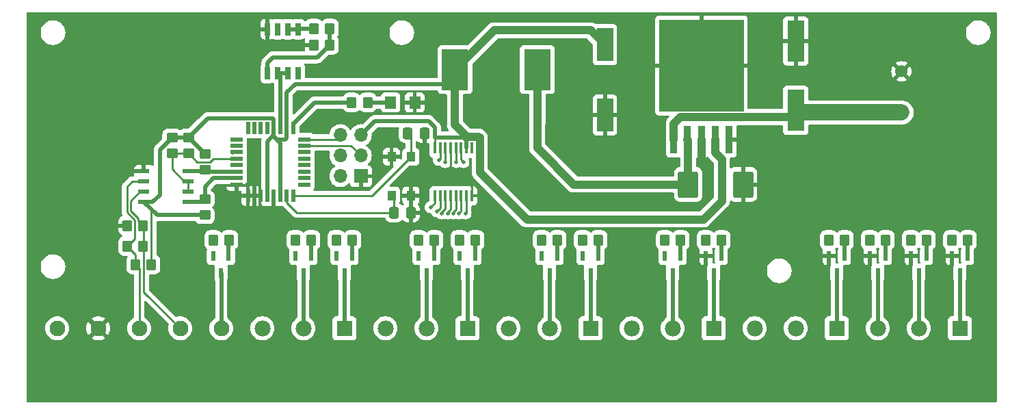
<source format=gtl>
%TF.GenerationSoftware,KiCad,Pcbnew,7.0.6*%
%TF.CreationDate,2025-01-04T20:54:09+10:30*%
%TF.ProjectId,Security Panel Mainboard,53656375-7269-4747-9920-50616e656c20,rev?*%
%TF.SameCoordinates,Original*%
%TF.FileFunction,Copper,L1,Top*%
%TF.FilePolarity,Positive*%
%FSLAX46Y46*%
G04 Gerber Fmt 4.6, Leading zero omitted, Abs format (unit mm)*
G04 Created by KiCad (PCBNEW 7.0.6) date 2025-01-04 20:54:09*
%MOMM*%
%LPD*%
G01*
G04 APERTURE LIST*
G04 Aperture macros list*
%AMRoundRect*
0 Rectangle with rounded corners*
0 $1 Rounding radius*
0 $2 $3 $4 $5 $6 $7 $8 $9 X,Y pos of 4 corners*
0 Add a 4 corners polygon primitive as box body*
4,1,4,$2,$3,$4,$5,$6,$7,$8,$9,$2,$3,0*
0 Add four circle primitives for the rounded corners*
1,1,$1+$1,$2,$3*
1,1,$1+$1,$4,$5*
1,1,$1+$1,$6,$7*
1,1,$1+$1,$8,$9*
0 Add four rect primitives between the rounded corners*
20,1,$1+$1,$2,$3,$4,$5,0*
20,1,$1+$1,$4,$5,$6,$7,0*
20,1,$1+$1,$6,$7,$8,$9,0*
20,1,$1+$1,$8,$9,$2,$3,0*%
G04 Aperture macros list end*
%TA.AperFunction,ComponentPad*%
%ADD10C,1.524000*%
%TD*%
%TA.AperFunction,SMDPad,CuDef*%
%ADD11R,0.650000X1.525000*%
%TD*%
%TA.AperFunction,SMDPad,CuDef*%
%ADD12R,2.150000X5.100000*%
%TD*%
%TA.AperFunction,SMDPad,CuDef*%
%ADD13R,0.600000X1.300000*%
%TD*%
%TA.AperFunction,SMDPad,CuDef*%
%ADD14RoundRect,0.250000X-0.350000X-0.450000X0.350000X-0.450000X0.350000X0.450000X-0.350000X0.450000X0*%
%TD*%
%TA.AperFunction,SMDPad,CuDef*%
%ADD15R,1.092200X1.193800*%
%TD*%
%TA.AperFunction,SMDPad,CuDef*%
%ADD16RoundRect,0.250000X0.350000X0.450000X-0.350000X0.450000X-0.350000X-0.450000X0.350000X-0.450000X0*%
%TD*%
%TA.AperFunction,SMDPad,CuDef*%
%ADD17RoundRect,0.250000X-0.450000X0.350000X-0.450000X-0.350000X0.450000X-0.350000X0.450000X0.350000X0*%
%TD*%
%TA.AperFunction,ComponentPad*%
%ADD18R,1.980000X1.980000*%
%TD*%
%TA.AperFunction,ComponentPad*%
%ADD19C,1.980000*%
%TD*%
%TA.AperFunction,SMDPad,CuDef*%
%ADD20R,1.400000X1.500000*%
%TD*%
%TA.AperFunction,SMDPad,CuDef*%
%ADD21R,1.454899X0.532600*%
%TD*%
%TA.AperFunction,SMDPad,CuDef*%
%ADD22R,3.300000X5.050000*%
%TD*%
%TA.AperFunction,ComponentPad*%
%ADD23R,1.700000X1.700000*%
%TD*%
%TA.AperFunction,ComponentPad*%
%ADD24O,1.700000X1.700000*%
%TD*%
%TA.AperFunction,SMDPad,CuDef*%
%ADD25R,0.550000X1.500000*%
%TD*%
%TA.AperFunction,SMDPad,CuDef*%
%ADD26R,1.500000X0.550000*%
%TD*%
%TA.AperFunction,SMDPad,CuDef*%
%ADD27RoundRect,0.250000X1.000000X-1.400000X1.000000X1.400000X-1.000000X1.400000X-1.000000X-1.400000X0*%
%TD*%
%TA.AperFunction,SMDPad,CuDef*%
%ADD28RoundRect,0.250000X0.450000X-0.350000X0.450000X0.350000X-0.450000X0.350000X-0.450000X-0.350000X0*%
%TD*%
%TA.AperFunction,SMDPad,CuDef*%
%ADD29R,2.000000X4.100000*%
%TD*%
%TA.AperFunction,SMDPad,CuDef*%
%ADD30R,0.939000X3.493999*%
%TD*%
%TA.AperFunction,SMDPad,CuDef*%
%ADD31R,10.464800X11.379200*%
%TD*%
%TA.AperFunction,SMDPad,CuDef*%
%ADD32R,0.354800X1.402099*%
%TD*%
%TA.AperFunction,SMDPad,CuDef*%
%ADD33RoundRect,0.250000X0.337500X0.475000X-0.337500X0.475000X-0.337500X-0.475000X0.337500X-0.475000X0*%
%TD*%
%TA.AperFunction,ComponentPad*%
%ADD34C,1.950000*%
%TD*%
%TA.AperFunction,ViaPad*%
%ADD35C,1.000000*%
%TD*%
%TA.AperFunction,ViaPad*%
%ADD36C,0.500000*%
%TD*%
%TA.AperFunction,ViaPad*%
%ADD37C,0.750000*%
%TD*%
%TA.AperFunction,Conductor*%
%ADD38C,1.000000*%
%TD*%
%TA.AperFunction,Conductor*%
%ADD39C,0.250000*%
%TD*%
%TA.AperFunction,Conductor*%
%ADD40C,2.000000*%
%TD*%
%TA.AperFunction,Conductor*%
%ADD41C,0.500000*%
%TD*%
G04 APERTURE END LIST*
D10*
%TO.P,J8,1,1*%
%TO.N,+12V*%
X191415299Y-124180600D03*
%TO.P,J8,2,2*%
%TO.N,GND*%
X191415299Y-119100600D03*
%TD*%
D11*
%TO.P,IC1,1,OUT1*%
%TO.N,ADC IN H*%
X116713000Y-113874000D03*
%TO.P,IC1,2,IN1-*%
X115443000Y-113874000D03*
%TO.P,IC1,3,IN1+*%
%TO.N,ADC IN B*%
X114173000Y-113874000D03*
%TO.P,IC1,4,VCC-*%
%TO.N,GND*%
X112903000Y-113874000D03*
%TO.P,IC1,5,IN2+*%
%TO.N,Net-(IC1-IN2+)*%
X112903000Y-119298000D03*
%TO.P,IC1,6,IN2-*%
%TO.N,ADC IN*%
X114173000Y-119298000D03*
%TO.P,IC1,7,OUT2*%
X115443000Y-119298000D03*
%TO.P,IC1,8,VCC+*%
%TO.N,+12V*%
X116713000Y-119298000D03*
%TD*%
D12*
%TO.P,C9,1,+*%
%TO.N,+12V*%
X178308000Y-123934000D03*
%TO.P,C9,2,-*%
%TO.N,GND*%
X178308000Y-115334000D03*
%TD*%
D13*
%TO.P,Q9,1,G*%
%TO.N,Net-(Q9-G)*%
X164018000Y-141918000D03*
%TO.P,Q9,2,S*%
%TO.N,ADC IN B*%
X162118000Y-141918000D03*
%TO.P,Q9,3,D*%
%TO.N,Z8H*%
X163068000Y-144018000D03*
%TD*%
D14*
%TO.P,R5,1,1*%
%TO.N,ZONE 3*%
X121428000Y-139954000D03*
%TO.P,R5,2,2*%
%TO.N,Net-(Q4-G)*%
X123428000Y-139954000D03*
%TD*%
D13*
%TO.P,Q7,1,G*%
%TO.N,Net-(Q7-G)*%
X148778000Y-141918000D03*
%TO.P,Q7,2,S*%
%TO.N,ADC IN B*%
X146878000Y-141918000D03*
%TO.P,Q7,3,D*%
%TO.N,Z6H*%
X147828000Y-144018000D03*
%TD*%
D15*
%TO.P,Y1,1,1*%
%TO.N,Net-(U1-PB7)*%
X130663800Y-129654300D03*
%TO.P,Y1,2,2*%
%TO.N,GND*%
X128263800Y-129654300D03*
%TO.P,Y1,3,3*%
%TO.N,Net-(U1-PB6)*%
X128263800Y-134454900D03*
%TO.P,Y1,4,4*%
%TO.N,GND*%
X130663800Y-134454900D03*
%TD*%
D16*
%TO.P,R13,1,1*%
%TO.N,Net-(Q11-G)*%
X189468000Y-139954000D03*
%TO.P,R13,2,2*%
%TO.N,OUTPUT 2*%
X187468000Y-139954000D03*
%TD*%
D13*
%TO.P,Q3,1,G*%
%TO.N,Net-(Q3-G)*%
X118298000Y-141918000D03*
%TO.P,Q3,2,S*%
%TO.N,ADC IN B*%
X116398000Y-141918000D03*
%TO.P,Q3,3,D*%
%TO.N,Z2H*%
X117348000Y-144018000D03*
%TD*%
D14*
%TO.P,R8,1,1*%
%TO.N,ZONE 6*%
X146828000Y-139954000D03*
%TO.P,R8,2,2*%
%TO.N,Net-(Q7-G)*%
X148828000Y-139954000D03*
%TD*%
D17*
%TO.P,R17,1,1*%
%TO.N,TX*%
X105156000Y-134890000D03*
%TO.P,R17,2,2*%
%TO.N,+5V*%
X105156000Y-136890000D03*
%TD*%
D18*
%TO.P,J5,1,1*%
%TO.N,O1H*%
X183388000Y-150876000D03*
D19*
%TO.P,J5,2,2*%
%TO.N,+12V*%
X178308000Y-150876000D03*
%TO.P,J5,3,3*%
X173228000Y-150876000D03*
%TD*%
D20*
%TO.P,LED1,1,K*%
%TO.N,GND*%
X131143000Y-122936000D03*
%TO.P,LED1,2,A*%
%TO.N,Net-(LED1-A)*%
X128143000Y-122936000D03*
%TD*%
D21*
%TO.P,U11,1,RO*%
%TO.N,TX*%
X103051348Y-135255000D03*
%TO.P,U11,2,\u002ARE*%
%TO.N,DIR*%
X103051348Y-133985000D03*
%TO.P,U11,3,DE*%
X103051348Y-132715000D03*
%TO.P,U11,4,DI*%
%TO.N,RX*%
X103051348Y-131445000D03*
%TO.P,U11,5,GND*%
%TO.N,GND*%
X97608652Y-131445000D03*
%TO.P,U11,6,A*%
%TO.N,A*%
X97608652Y-132715000D03*
%TO.P,U11,7,B*%
%TO.N,B*%
X97608652Y-133985000D03*
%TO.P,U11,8,VCC*%
%TO.N,+5V*%
X97608652Y-135255000D03*
%TD*%
D22*
%TO.P,L1,1,1*%
%TO.N,Net-(D1-K)*%
X146324000Y-118872000D03*
%TO.P,L1,2,2*%
%TO.N,+5V*%
X136124000Y-118872000D03*
%TD*%
D14*
%TO.P,R2,1,1*%
%TO.N,ZONE 1*%
X106188000Y-139954000D03*
%TO.P,R2,2,2*%
%TO.N,Net-(Q2-G)*%
X108188000Y-139954000D03*
%TD*%
D23*
%TO.P,J9,1,Pin_1*%
%TO.N,GND*%
X124465000Y-132065000D03*
D24*
%TO.P,J9,2,Pin_2*%
%TO.N,RESET*%
X121925000Y-132065000D03*
%TO.P,J9,3,Pin_3*%
%TO.N,MOSI*%
X124465000Y-129525000D03*
%TO.P,J9,4,Pin_4*%
%TO.N,SCK*%
X121925000Y-129525000D03*
%TO.P,J9,5,Pin_5*%
%TO.N,+5V*%
X124465000Y-126985000D03*
%TO.P,J9,6,Pin_6*%
%TO.N,MISO*%
X121925000Y-126985000D03*
%TD*%
D13*
%TO.P,Q6,1,G*%
%TO.N,Net-(Q6-G)*%
X138618000Y-141918000D03*
%TO.P,Q6,2,S*%
%TO.N,ADC IN B*%
X136718000Y-141918000D03*
%TO.P,Q6,3,D*%
%TO.N,Z5H*%
X137668000Y-144018000D03*
%TD*%
D25*
%TO.P,U1,1,PD3*%
%TO.N,GND*%
X110484000Y-134502000D03*
%TO.P,U1,2,PD4*%
X111284000Y-134502000D03*
%TO.P,U1,3,GND*%
X112084000Y-134502000D03*
%TO.P,U1,4,VCC*%
%TO.N,+5V*%
X112884000Y-134502000D03*
%TO.P,U1,5,GND*%
%TO.N,GND*%
X113684000Y-134502000D03*
%TO.P,U1,6,VCC*%
%TO.N,+5V*%
X114484000Y-134502000D03*
%TO.P,U1,7,PB6*%
%TO.N,Net-(U1-PB6)*%
X115284000Y-134502000D03*
%TO.P,U1,8,PB7*%
%TO.N,Net-(U1-PB7)*%
X116084000Y-134502000D03*
D26*
%TO.P,U1,9,PD5*%
%TO.N,SIREN OUT*%
X117484000Y-133102000D03*
%TO.P,U1,10,PD6*%
%TO.N,OUTPUT 1*%
X117484000Y-132302000D03*
%TO.P,U1,11,PD7*%
%TO.N,OUTPUT 2*%
X117484000Y-131502000D03*
%TO.P,U1,12,PB0*%
%TO.N,OUTPUT 3*%
X117484000Y-130702000D03*
%TO.P,U1,13,PB1*%
%TO.N,OUTPUT 4*%
X117484000Y-129902000D03*
%TO.P,U1,14,PB2*%
%TO.N,unconnected-(U1-PB2-Pad14)*%
X117484000Y-129102000D03*
%TO.P,U1,15,PB3*%
%TO.N,MOSI*%
X117484000Y-128302000D03*
%TO.P,U1,16,PB4*%
%TO.N,MISO*%
X117484000Y-127502000D03*
D25*
%TO.P,U1,17,PB5*%
%TO.N,SCK*%
X116084000Y-126102000D03*
%TO.P,U1,18,AVCC*%
%TO.N,+5V*%
X115284000Y-126102000D03*
%TO.P,U1,19,ADC6*%
%TO.N,ADC IN*%
X114484000Y-126102000D03*
%TO.P,U1,20,AREF*%
%TO.N,+5V*%
X113684000Y-126102000D03*
%TO.P,U1,21,GND*%
%TO.N,GND*%
X112884000Y-126102000D03*
%TO.P,U1,22,ADC7*%
%TO.N,unconnected-(U1-ADC7-Pad22)*%
X112084000Y-126102000D03*
%TO.P,U1,23,PC0*%
%TO.N,unconnected-(U1-PC0-Pad23)*%
X111284000Y-126102000D03*
%TO.P,U1,24,PC1*%
%TO.N,unconnected-(U1-PC1-Pad24)*%
X110484000Y-126102000D03*
D26*
%TO.P,U1,25,PC2*%
%TO.N,CLOCK*%
X109084000Y-127502000D03*
%TO.P,U1,26,PC3*%
%TO.N,LATCH*%
X109084000Y-128302000D03*
%TO.P,U1,27,PC4*%
%TO.N,DATA*%
X109084000Y-129102000D03*
%TO.P,U1,28,PC5*%
%TO.N,DIR*%
X109084000Y-129902000D03*
%TO.P,U1,29,PC6*%
%TO.N,RESET*%
X109084000Y-130702000D03*
%TO.P,U1,30,PD0*%
%TO.N,RX*%
X109084000Y-131502000D03*
%TO.P,U1,31,PD1*%
%TO.N,TX*%
X109084000Y-132302000D03*
%TO.P,U1,32,PD2*%
%TO.N,GND*%
X109084000Y-133102000D03*
%TD*%
D27*
%TO.P,D1,1,K*%
%TO.N,Net-(D1-K)*%
X165002000Y-133096000D03*
%TO.P,D1,2,A*%
%TO.N,GND*%
X171802000Y-133096000D03*
%TD*%
D14*
%TO.P,R7,1,1*%
%TO.N,ZONE 7*%
X151908000Y-139954000D03*
%TO.P,R7,2,2*%
%TO.N,Net-(Q8-G)*%
X153908000Y-139954000D03*
%TD*%
D18*
%TO.P,J3,1,1*%
%TO.N,Z7H*%
X152908000Y-150876000D03*
D19*
%TO.P,J3,2,2*%
%TO.N,Z6H*%
X147828000Y-150876000D03*
%TO.P,J3,3,3*%
%TO.N,+12V*%
X142748000Y-150876000D03*
%TD*%
D16*
%TO.P,R23,1,1*%
%TO.N,B*%
X97520000Y-140716000D03*
%TO.P,R23,2,2*%
%TO.N,A*%
X95520000Y-140716000D03*
%TD*%
D18*
%TO.P,J2,1,1*%
%TO.N,Z5H*%
X137668000Y-150876000D03*
D19*
%TO.P,J2,2,2*%
%TO.N,Z4H*%
X132588000Y-150876000D03*
%TO.P,J2,3,3*%
%TO.N,+12V*%
X127508000Y-150876000D03*
%TD*%
D17*
%TO.P,R20,1,1*%
%TO.N,+5V*%
X105156000Y-129302000D03*
%TO.P,R20,2,2*%
%TO.N,RX*%
X105156000Y-131302000D03*
%TD*%
D28*
%TO.P,R18,1,1*%
%TO.N,DIR*%
X103124000Y-129270000D03*
%TO.P,R18,2,2*%
%TO.N,+5V*%
X103124000Y-127270000D03*
%TD*%
D14*
%TO.P,R10,1,1*%
%TO.N,OUTPUT 3*%
X192548000Y-139954000D03*
%TO.P,R10,2,2*%
%TO.N,Net-(Q12-G)*%
X194548000Y-139954000D03*
%TD*%
%TO.P,R3,1,1*%
%TO.N,ZONE 2*%
X116348000Y-139954000D03*
%TO.P,R3,2,2*%
%TO.N,Net-(Q3-G)*%
X118348000Y-139954000D03*
%TD*%
D29*
%TO.P,C8,1,+*%
%TO.N,+5V*%
X154686000Y-115792000D03*
%TO.P,C8,2,-*%
%TO.N,GND*%
X154686000Y-124492000D03*
%TD*%
D14*
%TO.P,R4,1,1*%
%TO.N,ZONE 4*%
X131588000Y-139954000D03*
%TO.P,R4,2,2*%
%TO.N,Net-(Q5-G)*%
X133588000Y-139954000D03*
%TD*%
D13*
%TO.P,Q4,1,G*%
%TO.N,Net-(Q4-G)*%
X123378000Y-141918000D03*
%TO.P,Q4,2,S*%
%TO.N,ADC IN B*%
X121478000Y-141918000D03*
%TO.P,Q4,3,D*%
%TO.N,Z3H*%
X122428000Y-144018000D03*
%TD*%
%TO.P,Q2,1,G*%
%TO.N,Net-(Q2-G)*%
X108104000Y-141918000D03*
%TO.P,Q2,2,S*%
%TO.N,ADC IN B*%
X106204000Y-141918000D03*
%TO.P,Q2,3,D*%
%TO.N,Z1H*%
X107154000Y-144018000D03*
%TD*%
D14*
%TO.P,R9,1,1*%
%TO.N,ZONE 5*%
X136668000Y-139954000D03*
%TO.P,R9,2,2*%
%TO.N,Net-(Q6-G)*%
X138668000Y-139954000D03*
%TD*%
%TO.P,R21,1,1*%
%TO.N,A*%
X96536000Y-143002000D03*
%TO.P,R21,2,2*%
%TO.N,+5V*%
X98536000Y-143002000D03*
%TD*%
D17*
%TO.P,R19,1,1*%
%TO.N,+5V*%
X101092000Y-127270000D03*
%TO.P,R19,2,2*%
%TO.N,DIR*%
X101092000Y-129270000D03*
%TD*%
D30*
%TO.P,U2,1,VIN*%
%TO.N,+12V*%
X163220400Y-127508000D03*
%TO.P,U2,2,OUTPUT*%
%TO.N,Net-(D1-K)*%
X164922200Y-127508000D03*
%TO.P,U2,3,GROUND*%
%TO.N,GND*%
X166624000Y-127508000D03*
%TO.P,U2,4,FEEDBACK*%
%TO.N,+5V*%
X168325800Y-127508000D03*
%TO.P,U2,5,\u002AON/OFF*%
%TO.N,GND*%
X170027600Y-127508000D03*
D31*
%TO.P,U2,6,GND*%
X166624000Y-118364000D03*
%TD*%
D18*
%TO.P,J1,1,1*%
%TO.N,Z3H*%
X122428000Y-150876000D03*
D19*
%TO.P,J1,2,2*%
%TO.N,Z2H*%
X117348000Y-150876000D03*
%TO.P,J1,3,3*%
%TO.N,+12V*%
X112268000Y-150876000D03*
%TD*%
D16*
%TO.P,R15,1,1*%
%TO.N,Net-(IC1-IN2+)*%
X120634000Y-113792000D03*
%TO.P,R15,2,2*%
%TO.N,ADC IN H*%
X118634000Y-113792000D03*
%TD*%
%TO.P,R14,1,1*%
%TO.N,Net-(Q10-G)*%
X184388000Y-139954000D03*
%TO.P,R14,2,2*%
%TO.N,OUTPUT 1*%
X182388000Y-139954000D03*
%TD*%
D18*
%TO.P,J4,1,1*%
%TO.N,SIREN H*%
X168148000Y-150876000D03*
D19*
%TO.P,J4,2,2*%
%TO.N,Z8H*%
X163068000Y-150876000D03*
%TO.P,J4,3,3*%
%TO.N,+12V*%
X157988000Y-150876000D03*
%TD*%
D13*
%TO.P,Q10,1,G*%
%TO.N,Net-(Q10-G)*%
X184338000Y-141918000D03*
%TO.P,Q10,2,S*%
%TO.N,GND*%
X182438000Y-141918000D03*
%TO.P,Q10,3,D*%
%TO.N,O1H*%
X183388000Y-144018000D03*
%TD*%
D32*
%TO.P,U5,1,Q1*%
%TO.N,ZONE 2*%
X133640401Y-134482848D03*
%TO.P,U5,2,Q2*%
%TO.N,ZONE 3*%
X134290399Y-134482848D03*
%TO.P,U5,3,Q3*%
%TO.N,ZONE 4*%
X134940401Y-134482848D03*
%TO.P,U5,4,Q4*%
%TO.N,ZONE 5*%
X135590399Y-134482848D03*
%TO.P,U5,5,Q5*%
%TO.N,ZONE 6*%
X136240398Y-134482848D03*
%TO.P,U5,6,Q6*%
%TO.N,ZONE 7*%
X136890399Y-134482848D03*
%TO.P,U5,7,Q7*%
%TO.N,ZONE 8*%
X137540398Y-134482848D03*
%TO.P,U5,8,GND*%
%TO.N,GND*%
X138190399Y-134482848D03*
%TO.P,U5,9,Q7S*%
%TO.N,unconnected-(U5-Q7S-Pad9)*%
X138190399Y-128584952D03*
%TO.P,U5,10,\u002AMR*%
%TO.N,+5V*%
X137540401Y-128584952D03*
%TO.P,U5,11,SHCP*%
%TO.N,CLOCK*%
X136890399Y-128584952D03*
%TO.P,U5,12,STCP*%
%TO.N,LATCH*%
X136240401Y-128584952D03*
%TO.P,U5,13,\u002AOE*%
%TO.N,GND*%
X135590402Y-128584952D03*
%TO.P,U5,14,DS*%
%TO.N,DATA*%
X134940401Y-128584952D03*
%TO.P,U5,15,Q0*%
%TO.N,ZONE 1*%
X134290402Y-128584952D03*
%TO.P,U5,16,VCC*%
%TO.N,+5V*%
X133640401Y-128584952D03*
%TD*%
D13*
%TO.P,Q12,1,G*%
%TO.N,Net-(Q12-G)*%
X194498000Y-141918000D03*
%TO.P,Q12,2,S*%
%TO.N,GND*%
X192598000Y-141918000D03*
%TO.P,Q12,3,D*%
%TO.N,O3H*%
X193548000Y-144018000D03*
%TD*%
%TO.P,Q8,1,G*%
%TO.N,Net-(Q8-G)*%
X153858000Y-141918000D03*
%TO.P,Q8,2,S*%
%TO.N,ADC IN B*%
X151958000Y-141918000D03*
%TO.P,Q8,3,D*%
%TO.N,Z7H*%
X152908000Y-144018000D03*
%TD*%
%TO.P,Q13,1,G*%
%TO.N,Net-(Q13-G)*%
X199578000Y-141918000D03*
%TO.P,Q13,2,S*%
%TO.N,GND*%
X197678000Y-141918000D03*
%TO.P,Q13,3,D*%
%TO.N,O4H*%
X198628000Y-144018000D03*
%TD*%
D33*
%TO.P,C1,1,1*%
%TO.N,GND*%
X130653700Y-136575800D03*
%TO.P,C1,2,2*%
%TO.N,Net-(U1-PB6)*%
X128578700Y-136575800D03*
%TD*%
%TO.P,C2,1,1*%
%TO.N,GND*%
X132355500Y-126746000D03*
%TO.P,C2,2,2*%
%TO.N,Net-(U1-PB7)*%
X130280500Y-126746000D03*
%TD*%
D16*
%TO.P,R11,1,1*%
%TO.N,Net-(Q13-G)*%
X199628000Y-139954000D03*
%TO.P,R11,2,2*%
%TO.N,OUTPUT 4*%
X197628000Y-139954000D03*
%TD*%
D18*
%TO.P,J6,1,1*%
%TO.N,O4H*%
X198628000Y-150876000D03*
D19*
%TO.P,J6,2,2*%
%TO.N,O3H*%
X193548000Y-150876000D03*
%TO.P,J6,3,3*%
%TO.N,O2H*%
X188468000Y-150876000D03*
%TD*%
D14*
%TO.P,R12,1,1*%
%TO.N,SIREN OUT*%
X167148000Y-139954000D03*
%TO.P,R12,2,2*%
%TO.N,Net-(Q1-G)*%
X169148000Y-139954000D03*
%TD*%
D16*
%TO.P,R16,1,1*%
%TO.N,Net-(IC1-IN2+)*%
X120634000Y-115824000D03*
%TO.P,R16,2,2*%
%TO.N,GND*%
X118634000Y-115824000D03*
%TD*%
D34*
%TO.P,J7,1,1*%
%TO.N,Z1H*%
X107188000Y-150876000D03*
%TO.P,J7,2,2*%
%TO.N,B*%
X102108000Y-150876000D03*
%TO.P,J7,3,3*%
%TO.N,A*%
X97028000Y-150876000D03*
%TO.P,J7,4,4*%
%TO.N,GND*%
X91948000Y-150876000D03*
%TO.P,J7,5,5*%
%TO.N,+12V*%
X86868000Y-150876000D03*
%TD*%
D14*
%TO.P,R6,1,1*%
%TO.N,ZONE 8*%
X162068000Y-139954000D03*
%TO.P,R6,2,2*%
%TO.N,Net-(Q9-G)*%
X164068000Y-139954000D03*
%TD*%
D16*
%TO.P,R1,1,1*%
%TO.N,Net-(LED1-A)*%
X125333000Y-122936000D03*
%TO.P,R1,2,2*%
%TO.N,SCK*%
X123333000Y-122936000D03*
%TD*%
%TO.P,R22,1,1*%
%TO.N,B*%
X97520000Y-138176000D03*
%TO.P,R22,2,2*%
%TO.N,GND*%
X95520000Y-138176000D03*
%TD*%
D13*
%TO.P,Q1,1,G*%
%TO.N,Net-(Q1-G)*%
X169098000Y-141918000D03*
%TO.P,Q1,2,S*%
%TO.N,GND*%
X167198000Y-141918000D03*
%TO.P,Q1,3,D*%
%TO.N,SIREN H*%
X168148000Y-144018000D03*
%TD*%
%TO.P,Q5,1,G*%
%TO.N,Net-(Q5-G)*%
X133538000Y-141918000D03*
%TO.P,Q5,2,S*%
%TO.N,ADC IN B*%
X131638000Y-141918000D03*
%TO.P,Q5,3,D*%
%TO.N,Z4H*%
X132588000Y-144018000D03*
%TD*%
%TO.P,Q11,1,G*%
%TO.N,Net-(Q11-G)*%
X189418000Y-141918000D03*
%TO.P,Q11,2,S*%
%TO.N,GND*%
X187518000Y-141918000D03*
%TO.P,Q11,3,D*%
%TO.N,O2H*%
X188468000Y-144018000D03*
%TD*%
D35*
%TO.N,GND*%
X119380000Y-124968000D03*
X116840000Y-122428000D03*
D36*
X112877600Y-126085600D03*
D35*
X135636000Y-131318000D03*
X133858000Y-123444000D03*
D36*
%TO.N,+12V*%
X116713000Y-119253000D03*
%TO.N,RESET*%
X108585000Y-130683000D03*
%TO.N,SCK*%
X116078000Y-126111000D03*
%TO.N,ZONE 1*%
X134112000Y-130048000D03*
D37*
X106146600Y-139979400D03*
%TO.N,ZONE 2*%
X116382800Y-139979400D03*
D36*
X133096000Y-135890000D03*
D37*
%TO.N,ZONE 4*%
X131572000Y-139979400D03*
D36*
X134507754Y-136657083D03*
D37*
%TO.N,ZONE 3*%
X121462800Y-139954000D03*
D36*
X133858000Y-136398000D03*
D37*
%TO.N,ZONE 8*%
X161975800Y-139979400D03*
D36*
X137414000Y-136652000D03*
D37*
%TO.N,ZONE 7*%
X151917400Y-139954000D03*
D36*
X136606237Y-136652000D03*
%TO.N,ZONE 6*%
X135906735Y-136652016D03*
D37*
X146812000Y-139979400D03*
%TO.N,ZONE 5*%
X136652000Y-139954000D03*
D36*
X135207233Y-136651350D03*
%TO.N,OUTPUT 3*%
X116992400Y-130708400D03*
X192532000Y-140335000D03*
%TO.N,OUTPUT 4*%
X116992400Y-129895600D03*
X197612000Y-140335000D03*
%TO.N,SIREN OUT*%
X116967000Y-133096000D03*
X167132000Y-140335000D03*
%TO.N,OUTPUT 2*%
X187452000Y-140335000D03*
X116992400Y-131495800D03*
%TO.N,OUTPUT 1*%
X182372000Y-140335000D03*
X116992400Y-132308600D03*
%TO.N,CLOCK*%
X108559600Y-127508000D03*
X137160000Y-130302000D03*
%TO.N,LATCH*%
X108610400Y-128295400D03*
X136245600Y-130302000D03*
%TO.N,DATA*%
X108585000Y-129108200D03*
X134924800Y-130302000D03*
%TO.N,ADC IN B*%
X114173000Y-113919000D03*
X121488200Y-141935200D03*
X162128200Y-141909800D03*
X116408200Y-141935200D03*
X131648200Y-141935200D03*
X151968200Y-141935200D03*
X146888200Y-141935200D03*
X136728200Y-141935200D03*
X106197400Y-141935200D03*
%TD*%
D38*
%TO.N,+5V*%
X136124000Y-125710000D02*
X136124000Y-118872000D01*
X137597903Y-127183903D02*
X136124000Y-125710000D01*
X139067799Y-127183903D02*
X137597903Y-127183903D01*
X145034000Y-137414000D02*
X139192000Y-131572000D01*
X166878000Y-137414000D02*
X145034000Y-137414000D01*
X139192000Y-131572000D02*
X139192000Y-127308104D01*
X139192000Y-127308104D02*
X139067799Y-127183903D01*
X169164000Y-135128000D02*
X166878000Y-137414000D01*
X169164000Y-129954999D02*
X169164000Y-135128000D01*
X168325800Y-129116799D02*
X169164000Y-129954999D01*
X168325800Y-127508000D02*
X168325800Y-129116799D01*
%TO.N,GND*%
X166624000Y-127508000D02*
X166624000Y-130302000D01*
%TO.N,+12V*%
X164060101Y-124753600D02*
X177488400Y-124753600D01*
X163220400Y-125593301D02*
X164060101Y-124753600D01*
X177488400Y-124753600D02*
X178308000Y-123934000D01*
X163220400Y-127508000D02*
X163220400Y-125593301D01*
%TO.N,+5V*%
X152920000Y-114026000D02*
X140970000Y-114026000D01*
X140970000Y-114026000D02*
X136124000Y-118872000D01*
%TO.N,Net-(D1-K)*%
X146324000Y-125456000D02*
X146324000Y-118872000D01*
X146304000Y-125476000D02*
X146324000Y-125456000D01*
X146304000Y-128544000D02*
X146304000Y-125476000D01*
X150856000Y-133096000D02*
X146304000Y-128544000D01*
D39*
%TO.N,CLOCK*%
X136890399Y-130032399D02*
X137160000Y-130302000D01*
X136890399Y-128584952D02*
X136890399Y-130032399D01*
%TO.N,LATCH*%
X136240401Y-128584952D02*
X136240401Y-130296801D01*
X136240401Y-130296801D02*
X136245600Y-130302000D01*
%TO.N,DATA*%
X134940401Y-128584952D02*
X134940401Y-130286399D01*
X134940401Y-130286399D02*
X134924800Y-130302000D01*
%TO.N,ZONE 1*%
X134290402Y-129869598D02*
X134112000Y-130048000D01*
X134290402Y-128584952D02*
X134290402Y-129869598D01*
%TO.N,ZONE 8*%
X137540398Y-136525602D02*
X137414000Y-136652000D01*
X137540398Y-134482848D02*
X137540398Y-136525602D01*
%TO.N,ZONE 7*%
X136890399Y-136367838D02*
X136606237Y-136652000D01*
X136890399Y-134482848D02*
X136890399Y-136367838D01*
%TO.N,ZONE 6*%
X135906735Y-136538329D02*
X135906735Y-136652016D01*
X136240398Y-136204666D02*
X135906735Y-136538329D01*
X136240398Y-134482848D02*
X136240398Y-136204666D01*
%TO.N,ZONE 5*%
X135590399Y-136155179D02*
X135207233Y-136538345D01*
X135590399Y-134482848D02*
X135590399Y-136155179D01*
X135207233Y-136538345D02*
X135207233Y-136651350D01*
%TO.N,ZONE 4*%
X134940401Y-136105009D02*
X134507754Y-136537656D01*
X134507754Y-136537656D02*
X134507754Y-136657083D01*
X134940401Y-134482848D02*
X134940401Y-136105009D01*
%TO.N,ZONE 3*%
X134290399Y-134482848D02*
X134290399Y-135965601D01*
X134290399Y-135965601D02*
X133858000Y-136398000D01*
%TO.N,ZONE 2*%
X133640401Y-135345599D02*
X133096000Y-135890000D01*
X133640401Y-134482848D02*
X133640401Y-135345599D01*
D38*
%TO.N,Net-(D1-K)*%
X165002000Y-127587800D02*
X164922200Y-127508000D01*
X165002000Y-133096000D02*
X165002000Y-127587800D01*
X150856000Y-133096000D02*
X165002000Y-133096000D01*
%TO.N,+5V*%
X152920000Y-114026000D02*
X154686000Y-115792000D01*
D40*
%TO.N,+12V*%
X178554600Y-124180600D02*
X178308000Y-123934000D01*
X191415299Y-124180600D02*
X178554600Y-124180600D01*
D41*
%TO.N,GND*%
X113590500Y-115824000D02*
X112903000Y-115136500D01*
X113684000Y-136252000D02*
X113665000Y-136271000D01*
X118634000Y-115824000D02*
X113590500Y-115824000D01*
D39*
X138190399Y-134482848D02*
X138190399Y-132856399D01*
D41*
X113684000Y-134502000D02*
X113684000Y-136252000D01*
D39*
X135590402Y-128584952D02*
X135590402Y-131272402D01*
D41*
X95123000Y-137779000D02*
X95520000Y-138176000D01*
D39*
X135590402Y-131272402D02*
X135636000Y-131318000D01*
X138190399Y-132856399D02*
X138176000Y-132842000D01*
D41*
X112903000Y-115136500D02*
X112903000Y-113874000D01*
D39*
%TO.N,Net-(U1-PB6)*%
X115284000Y-134502000D02*
X115284000Y-135334400D01*
X128578700Y-136575800D02*
X128578700Y-134769800D01*
X128578700Y-134769800D02*
X128263800Y-134454900D01*
X116525400Y-136575800D02*
X128578700Y-136575800D01*
X115284000Y-135334400D02*
X116525400Y-136575800D01*
%TO.N,Net-(U1-PB7)*%
X130663800Y-129654300D02*
X130663800Y-127129300D01*
X116084000Y-134502000D02*
X125816100Y-134502000D01*
X130663800Y-127129300D02*
X130280500Y-126746000D01*
X125816100Y-134502000D02*
X130663800Y-129654300D01*
%TO.N,+5V*%
X133640401Y-128584952D02*
X133640401Y-127290401D01*
D41*
X115284000Y-127352000D02*
X115128000Y-127508000D01*
X132842000Y-125222000D02*
X133640401Y-126020401D01*
X115128000Y-127508000D02*
X114046000Y-127508000D01*
X116332000Y-120650000D02*
X136652000Y-120650000D01*
X115284000Y-126102000D02*
X115284000Y-121698000D01*
X99568000Y-134366000D02*
X98679000Y-135255000D01*
X124465000Y-126985000D02*
X126228000Y-125222000D01*
X101092000Y-127270000D02*
X99568000Y-128794000D01*
X115284000Y-126102000D02*
X115284000Y-127352000D01*
X103124000Y-127270000D02*
X105156000Y-129302000D01*
X99243652Y-136890000D02*
X97608652Y-135255000D01*
D39*
X98536000Y-136182348D02*
X97608652Y-135255000D01*
D41*
X133676802Y-127254000D02*
X133640401Y-127290401D01*
X137160000Y-127254000D02*
X133676802Y-127254000D01*
X115284000Y-121698000D02*
X116332000Y-120650000D01*
X113684000Y-126976050D02*
X113684000Y-126102000D01*
X105156000Y-136890000D02*
X99243652Y-136890000D01*
X137540401Y-127634401D02*
X137160000Y-127254000D01*
X114484000Y-127946000D02*
X114046000Y-127508000D01*
X105492000Y-124902000D02*
X104902000Y-125492000D01*
X113609000Y-124902000D02*
X105492000Y-124902000D01*
X133640401Y-126020401D02*
X133640401Y-127290401D01*
X104902000Y-125492000D02*
X103124000Y-127270000D01*
X112884000Y-127776050D02*
X113684000Y-126976050D01*
D39*
X98536000Y-143002000D02*
X98536000Y-136182348D01*
D41*
X114046000Y-127508000D02*
X113684000Y-127146000D01*
X98679000Y-135255000D02*
X97608652Y-135255000D01*
X137540401Y-128584952D02*
X137540401Y-127634401D01*
X112884000Y-134502000D02*
X112884000Y-127776050D01*
X113684000Y-126102000D02*
X113684000Y-124977000D01*
X114484000Y-134502000D02*
X114484000Y-127946000D01*
X126228000Y-125222000D02*
X132842000Y-125222000D01*
X113684000Y-127146000D02*
X113684000Y-126102000D01*
X99568000Y-128794000D02*
X99568000Y-134366000D01*
X113684000Y-124977000D02*
X113609000Y-124902000D01*
X101092000Y-127270000D02*
X103124000Y-127270000D01*
%TO.N,Z3H*%
X122428000Y-144018000D02*
X122428000Y-150876000D01*
%TO.N,Z2H*%
X117348000Y-144018000D02*
X117348000Y-150876000D01*
%TO.N,Z5H*%
X137668000Y-144018000D02*
X137668000Y-150876000D01*
%TO.N,Z4H*%
X132588000Y-150876000D02*
X132588000Y-144018000D01*
%TO.N,Z7H*%
X152908000Y-150876000D02*
X152908000Y-144018000D01*
%TO.N,Z6H*%
X147828000Y-144018000D02*
X147828000Y-150876000D01*
%TO.N,SIREN H*%
X168148000Y-144018000D02*
X168148000Y-150876000D01*
%TO.N,Z8H*%
X163068000Y-150876000D02*
X163068000Y-144018000D01*
%TO.N,O1H*%
X183388000Y-150876000D02*
X183388000Y-144018000D01*
%TO.N,O4H*%
X198628000Y-150876000D02*
X198628000Y-144018000D01*
%TO.N,O3H*%
X193548000Y-150876000D02*
X193548000Y-144018000D01*
%TO.N,O2H*%
X188468000Y-150876000D02*
X188468000Y-144018000D01*
%TO.N,Z1H*%
X107188000Y-150876000D02*
X107188000Y-144052000D01*
X107188000Y-144052000D02*
X107154000Y-144018000D01*
D39*
%TO.N,B*%
X102108000Y-150876000D02*
X97611000Y-146379000D01*
X97520000Y-138176000D02*
X96895000Y-137551000D01*
X97611000Y-146379000D02*
X97611000Y-138267000D01*
X95954000Y-135128000D02*
X97097000Y-133985000D01*
X96895000Y-137551000D02*
X96895000Y-137301431D01*
X96895000Y-137301431D02*
X95954000Y-136360431D01*
X97097000Y-133985000D02*
X97608652Y-133985000D01*
X95954000Y-136360431D02*
X95954000Y-135128000D01*
X97611000Y-138267000D02*
X97520000Y-138176000D01*
%TO.N,A*%
X96445000Y-139791000D02*
X95520000Y-140716000D01*
X96445000Y-137487827D02*
X96445000Y-139791000D01*
X97028000Y-143494000D02*
X97028000Y-150876000D01*
X97608652Y-132715000D02*
X96139000Y-132715000D01*
X96536000Y-143002000D02*
X96536000Y-141732000D01*
X95504000Y-133350000D02*
X95504000Y-136546827D01*
X96139000Y-132715000D02*
X95504000Y-133350000D01*
X95504000Y-136546827D02*
X96445000Y-137487827D01*
X96536000Y-141732000D02*
X95520000Y-140716000D01*
X96536000Y-143002000D02*
X97028000Y-143494000D01*
%TO.N,MOSI*%
X123242000Y-128302000D02*
X124465000Y-129525000D01*
X117484000Y-128302000D02*
X123242000Y-128302000D01*
D41*
%TO.N,SCK*%
X118745000Y-122936000D02*
X116078000Y-125603000D01*
X123333000Y-122936000D02*
X118745000Y-122936000D01*
D39*
%TO.N,MISO*%
X117484000Y-127502000D02*
X121408000Y-127502000D01*
X121408000Y-127502000D02*
X121925000Y-126985000D01*
D41*
%TO.N,Net-(LED1-A)*%
X128143000Y-122936000D02*
X125333000Y-122936000D01*
%TO.N,Net-(Q1-G)*%
X169098000Y-141918000D02*
X169098000Y-140004000D01*
X169098000Y-140004000D02*
X169148000Y-139954000D01*
%TO.N,Net-(Q2-G)*%
X108104000Y-141918000D02*
X108104000Y-140038000D01*
X108104000Y-140038000D02*
X108188000Y-139954000D01*
%TO.N,ADC IN H*%
X116795000Y-113792000D02*
X116713000Y-113874000D01*
X115443000Y-113874000D02*
X116713000Y-113874000D01*
X118634000Y-113792000D02*
X116795000Y-113792000D01*
%TO.N,Net-(Q3-G)*%
X118298000Y-141918000D02*
X118298000Y-140004000D01*
X118298000Y-140004000D02*
X118348000Y-139954000D01*
%TO.N,Net-(Q4-G)*%
X123378000Y-141918000D02*
X123378000Y-140004000D01*
X123378000Y-140004000D02*
X123428000Y-139954000D01*
%TO.N,Net-(Q5-G)*%
X133538000Y-140004000D02*
X133588000Y-139954000D01*
X133538000Y-141918000D02*
X133538000Y-140004000D01*
%TO.N,Net-(Q6-G)*%
X138618000Y-141918000D02*
X138618000Y-140004000D01*
X138618000Y-140004000D02*
X138668000Y-139954000D01*
%TO.N,Net-(Q7-G)*%
X148778000Y-141918000D02*
X148778000Y-140004000D01*
X148778000Y-140004000D02*
X148828000Y-139954000D01*
%TO.N,Net-(Q8-G)*%
X153858000Y-141918000D02*
X153858000Y-140004000D01*
X153858000Y-140004000D02*
X153908000Y-139954000D01*
%TO.N,Net-(Q9-G)*%
X164018000Y-140004000D02*
X164068000Y-139954000D01*
X164018000Y-141918000D02*
X164018000Y-140004000D01*
%TO.N,Net-(Q10-G)*%
X184338000Y-141918000D02*
X184338000Y-140004000D01*
X184338000Y-140004000D02*
X184388000Y-139954000D01*
%TO.N,Net-(Q11-G)*%
X189418000Y-140004000D02*
X189468000Y-139954000D01*
X189418000Y-141918000D02*
X189418000Y-140004000D01*
%TO.N,Net-(Q12-G)*%
X194498000Y-141918000D02*
X194498000Y-140004000D01*
X194498000Y-140004000D02*
X194548000Y-139954000D01*
%TO.N,Net-(Q13-G)*%
X199578000Y-140004000D02*
X199628000Y-139954000D01*
X199578000Y-141918000D02*
X199578000Y-140004000D01*
%TO.N,TX*%
X105156000Y-133350000D02*
X106204000Y-132302000D01*
X106204000Y-132302000D02*
X109084000Y-132302000D01*
X105156000Y-134890000D02*
X105156000Y-133350000D01*
X104791000Y-135255000D02*
X105156000Y-134890000D01*
X103051348Y-135255000D02*
X104791000Y-135255000D01*
D39*
%TO.N,DIR*%
X103124000Y-129270000D02*
X101092000Y-129270000D01*
X103051348Y-132715000D02*
X103051348Y-133985000D01*
X101092000Y-129270000D02*
X101092000Y-131216800D01*
X101092000Y-131216800D02*
X102590199Y-132715000D01*
X102590199Y-132715000D02*
X103051348Y-132715000D01*
X104156000Y-130302000D02*
X103124000Y-129270000D01*
X109084000Y-129902000D02*
X106169173Y-129902000D01*
X106169173Y-129902000D02*
X105769173Y-130302000D01*
X105769173Y-130302000D02*
X104156000Y-130302000D01*
D41*
%TO.N,RX*%
X105356000Y-131502000D02*
X109084000Y-131502000D01*
X105013000Y-131445000D02*
X105156000Y-131302000D01*
X103051348Y-131445000D02*
X105013000Y-131445000D01*
X105156000Y-131302000D02*
X105356000Y-131502000D01*
%TO.N,ADC IN*%
X115443000Y-119298000D02*
X114173000Y-119298000D01*
X114484000Y-126102000D02*
X114484000Y-119609000D01*
X114484000Y-119609000D02*
X114173000Y-119298000D01*
%TO.N,Net-(IC1-IN2+)*%
X112903000Y-118035500D02*
X113590500Y-117348000D01*
X112903000Y-119298000D02*
X112903000Y-118035500D01*
X119110000Y-117348000D02*
X120634000Y-115824000D01*
X120634000Y-115824000D02*
X120634000Y-113792000D01*
X113590500Y-117348000D02*
X119110000Y-117348000D01*
%TD*%
%TA.AperFunction,Conductor*%
%TO.N,GND*%
G36*
X129147877Y-125992185D02*
G01*
X129193632Y-126044989D01*
X129203183Y-126111417D01*
X129203689Y-126111469D01*
X129203482Y-126113494D01*
X129203576Y-126114147D01*
X129203201Y-126116240D01*
X129192500Y-126220983D01*
X129192500Y-127271001D01*
X129192501Y-127271019D01*
X129203000Y-127373796D01*
X129203001Y-127373799D01*
X129258185Y-127540331D01*
X129258186Y-127540334D01*
X129350288Y-127689656D01*
X129474344Y-127813712D01*
X129623666Y-127905814D01*
X129790203Y-127960999D01*
X129892991Y-127971500D01*
X129914297Y-127971499D01*
X129981335Y-127991181D01*
X130027092Y-128043983D01*
X130038300Y-128095499D01*
X130038300Y-128466739D01*
X130018615Y-128533778D01*
X129965811Y-128579533D01*
X129957633Y-128582921D01*
X129875371Y-128613602D01*
X129875364Y-128613606D01*
X129760155Y-128699852D01*
X129760152Y-128699855D01*
X129673906Y-128815064D01*
X129673902Y-128815071D01*
X129623608Y-128949917D01*
X129618225Y-128999989D01*
X129617201Y-129009523D01*
X129617200Y-129009535D01*
X129617200Y-129764945D01*
X129597515Y-129831984D01*
X129580881Y-129852627D01*
X129507234Y-129926273D01*
X129445910Y-129959757D01*
X129376219Y-129954772D01*
X129331871Y-129926271D01*
X129309900Y-129904300D01*
X128513800Y-129904300D01*
X128513800Y-130754049D01*
X128543858Y-130809096D01*
X128538874Y-130878788D01*
X128510373Y-130923135D01*
X125593328Y-133840181D01*
X125532005Y-133873666D01*
X125505647Y-133876500D01*
X118733001Y-133876500D01*
X118665962Y-133856815D01*
X118620207Y-133804011D01*
X118610263Y-133734853D01*
X118633734Y-133678189D01*
X118677796Y-133619331D01*
X118728091Y-133484483D01*
X118734500Y-133424873D01*
X118734499Y-132779128D01*
X118728091Y-132719517D01*
X118728089Y-132719513D01*
X118727632Y-132715255D01*
X118727632Y-132688745D01*
X118728089Y-132684486D01*
X118728091Y-132684483D01*
X118734500Y-132624873D01*
X118734499Y-131979128D01*
X118728091Y-131919517D01*
X118728089Y-131919513D01*
X118727632Y-131915255D01*
X118727632Y-131888745D01*
X118728089Y-131884486D01*
X118728091Y-131884483D01*
X118734500Y-131824873D01*
X118734499Y-131179128D01*
X118728091Y-131119517D01*
X118728089Y-131119513D01*
X118727632Y-131115255D01*
X118727632Y-131088745D01*
X118728089Y-131084486D01*
X118728091Y-131084483D01*
X118734500Y-131024873D01*
X118734499Y-130379128D01*
X118728091Y-130319517D01*
X118728089Y-130319513D01*
X118727632Y-130315255D01*
X118727632Y-130288745D01*
X118728089Y-130284486D01*
X118728091Y-130284483D01*
X118734500Y-130224873D01*
X118734499Y-129579128D01*
X118728091Y-129519517D01*
X118728089Y-129519513D01*
X118727632Y-129515255D01*
X118727632Y-129488745D01*
X118728089Y-129484486D01*
X118728091Y-129484483D01*
X118734500Y-129424873D01*
X118734499Y-129051499D01*
X118754183Y-128984461D01*
X118806987Y-128938706D01*
X118858499Y-128927500D01*
X120525358Y-128927500D01*
X120592397Y-128947185D01*
X120638152Y-128999989D01*
X120648096Y-129069147D01*
X120645133Y-129083593D01*
X120589938Y-129289586D01*
X120589936Y-129289596D01*
X120569341Y-129524999D01*
X120569341Y-129525000D01*
X120589936Y-129760403D01*
X120589938Y-129760413D01*
X120651094Y-129988655D01*
X120651096Y-129988659D01*
X120651097Y-129988663D01*
X120731004Y-130160023D01*
X120750965Y-130202830D01*
X120750967Y-130202834D01*
X120839466Y-130329222D01*
X120886501Y-130396396D01*
X120886506Y-130396402D01*
X121053597Y-130563493D01*
X121053603Y-130563498D01*
X121239158Y-130693425D01*
X121282783Y-130748002D01*
X121289977Y-130817500D01*
X121258454Y-130879855D01*
X121239158Y-130896575D01*
X121053597Y-131026505D01*
X120886505Y-131193597D01*
X120750965Y-131387169D01*
X120750964Y-131387171D01*
X120651098Y-131601335D01*
X120651094Y-131601344D01*
X120589938Y-131829586D01*
X120589936Y-131829596D01*
X120569341Y-132064999D01*
X120569341Y-132065000D01*
X120589936Y-132300403D01*
X120589938Y-132300413D01*
X120651094Y-132528655D01*
X120651096Y-132528659D01*
X120651097Y-132528663D01*
X120739202Y-132717604D01*
X120750965Y-132742830D01*
X120750967Y-132742834D01*
X120831464Y-132857794D01*
X120886505Y-132936401D01*
X121053599Y-133103495D01*
X121128170Y-133155710D01*
X121247165Y-133239032D01*
X121247167Y-133239033D01*
X121247170Y-133239035D01*
X121461337Y-133338903D01*
X121461343Y-133338904D01*
X121461344Y-133338905D01*
X121502752Y-133350000D01*
X121689592Y-133400063D01*
X121860319Y-133415000D01*
X121924999Y-133420659D01*
X121925000Y-133420659D01*
X121925001Y-133420659D01*
X121989681Y-133415000D01*
X122160408Y-133400063D01*
X122388663Y-133338903D01*
X122602830Y-133239035D01*
X122796401Y-133103495D01*
X122918717Y-132981178D01*
X122980036Y-132947696D01*
X123049728Y-132952680D01*
X123105662Y-132994551D01*
X123122577Y-133025528D01*
X123171646Y-133157088D01*
X123171649Y-133157093D01*
X123257809Y-133272187D01*
X123257812Y-133272190D01*
X123372906Y-133358350D01*
X123372913Y-133358354D01*
X123507620Y-133408596D01*
X123507627Y-133408598D01*
X123567155Y-133414999D01*
X123567172Y-133415000D01*
X124215000Y-133415000D01*
X124215000Y-132500501D01*
X124322685Y-132549680D01*
X124429237Y-132565000D01*
X124500763Y-132565000D01*
X124607315Y-132549680D01*
X124715000Y-132500501D01*
X124715000Y-133415000D01*
X125362828Y-133415000D01*
X125362844Y-133414999D01*
X125422372Y-133408598D01*
X125422379Y-133408596D01*
X125557086Y-133358354D01*
X125557093Y-133358350D01*
X125672187Y-133272190D01*
X125672190Y-133272187D01*
X125758350Y-133157093D01*
X125758354Y-133157086D01*
X125808596Y-133022379D01*
X125808598Y-133022372D01*
X125814999Y-132962844D01*
X125815000Y-132962827D01*
X125815000Y-132315000D01*
X124898686Y-132315000D01*
X124924493Y-132274844D01*
X124965000Y-132136889D01*
X124965000Y-131993111D01*
X124924493Y-131855156D01*
X124898686Y-131815000D01*
X125815000Y-131815000D01*
X125815000Y-131167172D01*
X125814999Y-131167155D01*
X125808598Y-131107627D01*
X125808596Y-131107620D01*
X125758354Y-130972913D01*
X125758350Y-130972906D01*
X125672190Y-130857812D01*
X125672187Y-130857809D01*
X125557093Y-130771649D01*
X125557088Y-130771646D01*
X125425528Y-130722577D01*
X125369595Y-130680705D01*
X125345178Y-130615241D01*
X125360030Y-130546968D01*
X125381175Y-130518720D01*
X125503495Y-130396401D01*
X125639035Y-130202830D01*
X125738903Y-129988663D01*
X125761508Y-129904300D01*
X127217700Y-129904300D01*
X127217700Y-130299044D01*
X127224101Y-130358572D01*
X127224103Y-130358579D01*
X127274345Y-130493286D01*
X127274349Y-130493293D01*
X127360509Y-130608387D01*
X127360512Y-130608390D01*
X127475606Y-130694550D01*
X127475613Y-130694554D01*
X127610320Y-130744796D01*
X127610327Y-130744798D01*
X127669855Y-130751199D01*
X127669872Y-130751200D01*
X128013800Y-130751200D01*
X128013800Y-129904300D01*
X127217700Y-129904300D01*
X125761508Y-129904300D01*
X125800063Y-129760408D01*
X125820659Y-129525000D01*
X125810099Y-129404300D01*
X127217700Y-129404300D01*
X128013800Y-129404300D01*
X128013800Y-128557400D01*
X128513800Y-128557400D01*
X128513800Y-129404300D01*
X129309900Y-129404300D01*
X129309900Y-129009572D01*
X129309899Y-129009555D01*
X129303498Y-128950027D01*
X129303496Y-128950020D01*
X129253254Y-128815313D01*
X129253250Y-128815306D01*
X129167090Y-128700212D01*
X129167087Y-128700209D01*
X129051993Y-128614049D01*
X129051986Y-128614045D01*
X128917279Y-128563803D01*
X128917272Y-128563801D01*
X128857744Y-128557400D01*
X128513800Y-128557400D01*
X128013800Y-128557400D01*
X127669855Y-128557400D01*
X127610327Y-128563801D01*
X127610320Y-128563803D01*
X127475613Y-128614045D01*
X127475606Y-128614049D01*
X127360512Y-128700209D01*
X127360509Y-128700212D01*
X127274349Y-128815306D01*
X127274345Y-128815313D01*
X127224103Y-128950020D01*
X127224101Y-128950027D01*
X127217700Y-129009555D01*
X127217700Y-129404300D01*
X125810099Y-129404300D01*
X125800063Y-129289592D01*
X125744866Y-129083593D01*
X125738905Y-129061344D01*
X125738904Y-129061343D01*
X125738903Y-129061337D01*
X125639035Y-128847171D01*
X125620469Y-128820655D01*
X125503494Y-128653597D01*
X125336402Y-128486506D01*
X125336396Y-128486501D01*
X125150842Y-128356575D01*
X125107217Y-128301998D01*
X125100023Y-128232500D01*
X125131546Y-128170145D01*
X125150842Y-128153425D01*
X125226124Y-128100712D01*
X125336401Y-128023495D01*
X125503495Y-127856401D01*
X125639035Y-127662830D01*
X125738903Y-127448663D01*
X125800063Y-127220408D01*
X125820659Y-126985000D01*
X125802022Y-126771984D01*
X125815788Y-126703485D01*
X125837866Y-126673500D01*
X126502547Y-126008819D01*
X126563871Y-125975334D01*
X126590229Y-125972500D01*
X129080838Y-125972500D01*
X129147877Y-125992185D01*
G37*
%TD.AperFunction*%
%TA.AperFunction,Conductor*%
G36*
X133924385Y-121420185D02*
G01*
X133970140Y-121472989D01*
X133976794Y-121497246D01*
X133978124Y-121496932D01*
X133979907Y-121504479D01*
X134030202Y-121639328D01*
X134030206Y-121639335D01*
X134116452Y-121754544D01*
X134116455Y-121754547D01*
X134231664Y-121840793D01*
X134231671Y-121840797D01*
X134276618Y-121857560D01*
X134366517Y-121891091D01*
X134426127Y-121897500D01*
X134999500Y-121897499D01*
X135066539Y-121917183D01*
X135112294Y-121969987D01*
X135123500Y-122021499D01*
X135123500Y-125697283D01*
X135121243Y-125786362D01*
X135121243Y-125786370D01*
X135125669Y-125811061D01*
X135131957Y-125846146D01*
X135132064Y-125846739D01*
X135132718Y-125851404D01*
X135138925Y-125912430D01*
X135138927Y-125912444D01*
X135149208Y-125945213D01*
X135151079Y-125952837D01*
X135157142Y-125986652D01*
X135157142Y-125986655D01*
X135179894Y-126043612D01*
X135181474Y-126048051D01*
X135199841Y-126106588D01*
X135199844Y-126106595D01*
X135216509Y-126136619D01*
X135219879Y-126143714D01*
X135232622Y-126175614D01*
X135232627Y-126175624D01*
X135266377Y-126226833D01*
X135268818Y-126230863D01*
X135298588Y-126284498D01*
X135298589Y-126284499D01*
X135298591Y-126284502D01*
X135310805Y-126298729D01*
X135339537Y-126362415D01*
X135329277Y-126431527D01*
X135283281Y-126484121D01*
X135216720Y-126503500D01*
X134514901Y-126503500D01*
X134447862Y-126483815D01*
X134402107Y-126431011D01*
X134390901Y-126379500D01*
X134390901Y-126084106D01*
X134392210Y-126066137D01*
X134395188Y-126045806D01*
X134395690Y-126042378D01*
X134391136Y-125990332D01*
X134390901Y-125984929D01*
X134390901Y-125976698D01*
X134390901Y-125976692D01*
X134387094Y-125944125D01*
X134380400Y-125867604D01*
X134380400Y-125867602D01*
X134378940Y-125860530D01*
X134378998Y-125860517D01*
X134377366Y-125853158D01*
X134377307Y-125853173D01*
X134375643Y-125846154D01*
X134375642Y-125846146D01*
X134349375Y-125773977D01*
X134325215Y-125701067D01*
X134325210Y-125701060D01*
X134322161Y-125694519D01*
X134322216Y-125694492D01*
X134318934Y-125687714D01*
X134318881Y-125687741D01*
X134315636Y-125681281D01*
X134273429Y-125617109D01*
X134235278Y-125555256D01*
X134233113Y-125551746D01*
X134233112Y-125551745D01*
X134233111Y-125551743D01*
X134228635Y-125546083D01*
X134228682Y-125546045D01*
X134223920Y-125540200D01*
X134223875Y-125540239D01*
X134219235Y-125534710D01*
X134219233Y-125534708D01*
X134219231Y-125534705D01*
X134187505Y-125504773D01*
X134163366Y-125481998D01*
X133417729Y-124736361D01*
X133405949Y-124722730D01*
X133398482Y-124712701D01*
X133391612Y-124703472D01*
X133381810Y-124695247D01*
X133351587Y-124669886D01*
X133347612Y-124666244D01*
X133344690Y-124663322D01*
X133341780Y-124660411D01*
X133316040Y-124640059D01*
X133257209Y-124590694D01*
X133251180Y-124586729D01*
X133251212Y-124586680D01*
X133244853Y-124582628D01*
X133244822Y-124582679D01*
X133238680Y-124578891D01*
X133238678Y-124578890D01*
X133238677Y-124578889D01*
X133184444Y-124553599D01*
X133169058Y-124546424D01*
X133134894Y-124529267D01*
X133100433Y-124511960D01*
X133100431Y-124511959D01*
X133100430Y-124511959D01*
X133093645Y-124509489D01*
X133093665Y-124509433D01*
X133086549Y-124506959D01*
X133086531Y-124507015D01*
X133079671Y-124504742D01*
X133051841Y-124498996D01*
X133004434Y-124489207D01*
X132955472Y-124477603D01*
X132929719Y-124471499D01*
X132922547Y-124470661D01*
X132922553Y-124470601D01*
X132915055Y-124469835D01*
X132915050Y-124469895D01*
X132907860Y-124469265D01*
X132831083Y-124471500D01*
X126291708Y-124471500D01*
X126273737Y-124470191D01*
X126249979Y-124466711D01*
X126249973Y-124466710D01*
X126205512Y-124470601D01*
X126197931Y-124471264D01*
X126192530Y-124471500D01*
X126184289Y-124471500D01*
X126162579Y-124474037D01*
X126151724Y-124475306D01*
X126136419Y-124476645D01*
X126075199Y-124482001D01*
X126068132Y-124483460D01*
X126068120Y-124483404D01*
X126060763Y-124485035D01*
X126060777Y-124485092D01*
X126053743Y-124486759D01*
X125981575Y-124513025D01*
X125908675Y-124537181D01*
X125902126Y-124540236D01*
X125902101Y-124540183D01*
X125895308Y-124543471D01*
X125895334Y-124543523D01*
X125888880Y-124546764D01*
X125824708Y-124588971D01*
X125759347Y-124629285D01*
X125753683Y-124633765D01*
X125753647Y-124633719D01*
X125747798Y-124638484D01*
X125747835Y-124638528D01*
X125742310Y-124643164D01*
X125689598Y-124699034D01*
X124776501Y-125612130D01*
X124715178Y-125645615D01*
X124678013Y-125647977D01*
X124465002Y-125629341D01*
X124464999Y-125629341D01*
X124229596Y-125649936D01*
X124229586Y-125649938D01*
X124001344Y-125711094D01*
X124001335Y-125711098D01*
X123787171Y-125810964D01*
X123787169Y-125810965D01*
X123593597Y-125946505D01*
X123426508Y-126113594D01*
X123296574Y-126299160D01*
X123241997Y-126342784D01*
X123172498Y-126349977D01*
X123110144Y-126318455D01*
X123093429Y-126299164D01*
X122963495Y-126113599D01*
X122963493Y-126113596D01*
X122796402Y-125946506D01*
X122796395Y-125946501D01*
X122602834Y-125810967D01*
X122602830Y-125810965D01*
X122602829Y-125810964D01*
X122388663Y-125711097D01*
X122388659Y-125711096D01*
X122388655Y-125711094D01*
X122160413Y-125649938D01*
X122160403Y-125649936D01*
X121925001Y-125629341D01*
X121924999Y-125629341D01*
X121689596Y-125649936D01*
X121689586Y-125649938D01*
X121461344Y-125711094D01*
X121461335Y-125711098D01*
X121247171Y-125810964D01*
X121247169Y-125810965D01*
X121053597Y-125946505D01*
X120886505Y-126113597D01*
X120750965Y-126307169D01*
X120750964Y-126307171D01*
X120651098Y-126521335D01*
X120651094Y-126521344D01*
X120589938Y-126749586D01*
X120589936Y-126749596D01*
X120588737Y-126763308D01*
X120563284Y-126828377D01*
X120506693Y-126869355D01*
X120465209Y-126876500D01*
X118642231Y-126876500D01*
X118575192Y-126856815D01*
X118567920Y-126851767D01*
X118476331Y-126783204D01*
X118476328Y-126783202D01*
X118341482Y-126732908D01*
X118341483Y-126732908D01*
X118281883Y-126726501D01*
X118281881Y-126726500D01*
X118281873Y-126726500D01*
X118281865Y-126726500D01*
X116983499Y-126726500D01*
X116916460Y-126706815D01*
X116870705Y-126654011D01*
X116859499Y-126602500D01*
X116859499Y-125934230D01*
X116879184Y-125867191D01*
X116895818Y-125846549D01*
X119019548Y-123722819D01*
X119080871Y-123689334D01*
X119107229Y-123686500D01*
X122217362Y-123686500D01*
X122284401Y-123706185D01*
X122322899Y-123745401D01*
X122390288Y-123854656D01*
X122514344Y-123978712D01*
X122663666Y-124070814D01*
X122830203Y-124125999D01*
X122932991Y-124136500D01*
X123733008Y-124136499D01*
X123733016Y-124136498D01*
X123733019Y-124136498D01*
X123798617Y-124129797D01*
X123835797Y-124125999D01*
X124002334Y-124070814D01*
X124151656Y-123978712D01*
X124245319Y-123885048D01*
X124306642Y-123851564D01*
X124376334Y-123856548D01*
X124420680Y-123885048D01*
X124514344Y-123978712D01*
X124663666Y-124070814D01*
X124830203Y-124125999D01*
X124932991Y-124136500D01*
X125733008Y-124136499D01*
X125733016Y-124136498D01*
X125733019Y-124136498D01*
X125798617Y-124129797D01*
X125835797Y-124125999D01*
X126002334Y-124070814D01*
X126151656Y-123978712D01*
X126275712Y-123854656D01*
X126343099Y-123745402D01*
X126395047Y-123698679D01*
X126448638Y-123686500D01*
X126826023Y-123686500D01*
X126893062Y-123706185D01*
X126938817Y-123758989D01*
X126946266Y-123786134D01*
X126947124Y-123785932D01*
X126948907Y-123793479D01*
X126999202Y-123928328D01*
X126999206Y-123928335D01*
X127085452Y-124043544D01*
X127085455Y-124043547D01*
X127200664Y-124129793D01*
X127200671Y-124129797D01*
X127335517Y-124180091D01*
X127335516Y-124180091D01*
X127342444Y-124180835D01*
X127395127Y-124186500D01*
X128890872Y-124186499D01*
X128950483Y-124180091D01*
X129085331Y-124129796D01*
X129200546Y-124043546D01*
X129286796Y-123928331D01*
X129337091Y-123793483D01*
X129343500Y-123733873D01*
X129343499Y-123186000D01*
X129943000Y-123186000D01*
X129943000Y-123733844D01*
X129949401Y-123793372D01*
X129949403Y-123793379D01*
X129999645Y-123928086D01*
X129999649Y-123928093D01*
X130085809Y-124043187D01*
X130085812Y-124043190D01*
X130200906Y-124129350D01*
X130200913Y-124129354D01*
X130335620Y-124179596D01*
X130335627Y-124179598D01*
X130395155Y-124185999D01*
X130395172Y-124186000D01*
X130893000Y-124186000D01*
X130893000Y-123186000D01*
X131393000Y-123186000D01*
X131393000Y-124186000D01*
X131890828Y-124186000D01*
X131890844Y-124185999D01*
X131950372Y-124179598D01*
X131950379Y-124179596D01*
X132085086Y-124129354D01*
X132085093Y-124129350D01*
X132200187Y-124043190D01*
X132200190Y-124043187D01*
X132286350Y-123928093D01*
X132286354Y-123928086D01*
X132336596Y-123793379D01*
X132336598Y-123793372D01*
X132342999Y-123733844D01*
X132343000Y-123733827D01*
X132343000Y-123186000D01*
X131393000Y-123186000D01*
X130893000Y-123186000D01*
X129943000Y-123186000D01*
X129343499Y-123186000D01*
X129343499Y-122686000D01*
X129943000Y-122686000D01*
X130893000Y-122686000D01*
X130893000Y-121686000D01*
X131393000Y-121686000D01*
X131393000Y-122686000D01*
X132343000Y-122686000D01*
X132343000Y-122138172D01*
X132342999Y-122138155D01*
X132336598Y-122078627D01*
X132336596Y-122078620D01*
X132286354Y-121943913D01*
X132286350Y-121943906D01*
X132200190Y-121828812D01*
X132200187Y-121828809D01*
X132085093Y-121742649D01*
X132085086Y-121742645D01*
X131950379Y-121692403D01*
X131950372Y-121692401D01*
X131890844Y-121686000D01*
X131393000Y-121686000D01*
X130893000Y-121686000D01*
X130395155Y-121686000D01*
X130335627Y-121692401D01*
X130335620Y-121692403D01*
X130200913Y-121742645D01*
X130200906Y-121742649D01*
X130085812Y-121828809D01*
X130085809Y-121828812D01*
X129999649Y-121943906D01*
X129999645Y-121943913D01*
X129949403Y-122078620D01*
X129949401Y-122078627D01*
X129943000Y-122138155D01*
X129943000Y-122686000D01*
X129343499Y-122686000D01*
X129343499Y-122138128D01*
X129337091Y-122078517D01*
X129330270Y-122060230D01*
X129286797Y-121943671D01*
X129286793Y-121943664D01*
X129200547Y-121828455D01*
X129200544Y-121828452D01*
X129085335Y-121742206D01*
X129085328Y-121742202D01*
X128950482Y-121691908D01*
X128950483Y-121691908D01*
X128890883Y-121685501D01*
X128890881Y-121685500D01*
X128890873Y-121685500D01*
X128890864Y-121685500D01*
X127395129Y-121685500D01*
X127395123Y-121685501D01*
X127335516Y-121691908D01*
X127200671Y-121742202D01*
X127200664Y-121742206D01*
X127085455Y-121828452D01*
X127085452Y-121828455D01*
X126999206Y-121943664D01*
X126999202Y-121943671D01*
X126948908Y-122078517D01*
X126947126Y-122086062D01*
X126944853Y-122085525D01*
X126922571Y-122139312D01*
X126865177Y-122179157D01*
X126826024Y-122185500D01*
X126448638Y-122185500D01*
X126381599Y-122165815D01*
X126343099Y-122126597D01*
X126275712Y-122017344D01*
X126151656Y-121893288D01*
X126046543Y-121828454D01*
X126002336Y-121801187D01*
X126002331Y-121801185D01*
X126000862Y-121800698D01*
X125835797Y-121746001D01*
X125835795Y-121746000D01*
X125733010Y-121735500D01*
X124932998Y-121735500D01*
X124932980Y-121735501D01*
X124830203Y-121746000D01*
X124830200Y-121746001D01*
X124663668Y-121801185D01*
X124663663Y-121801187D01*
X124514342Y-121893289D01*
X124420681Y-121986951D01*
X124359358Y-122020436D01*
X124289666Y-122015452D01*
X124245319Y-121986951D01*
X124151657Y-121893289D01*
X124151656Y-121893288D01*
X124046543Y-121828454D01*
X124002336Y-121801187D01*
X124002331Y-121801185D01*
X124000862Y-121800698D01*
X123835797Y-121746001D01*
X123835795Y-121746000D01*
X123733010Y-121735500D01*
X122932998Y-121735500D01*
X122932980Y-121735501D01*
X122830203Y-121746000D01*
X122830200Y-121746001D01*
X122663668Y-121801185D01*
X122663663Y-121801187D01*
X122514342Y-121893289D01*
X122390289Y-122017342D01*
X122390287Y-122017344D01*
X122390288Y-122017344D01*
X122352557Y-122078517D01*
X122322901Y-122126597D01*
X122270953Y-122173321D01*
X122217362Y-122185500D01*
X118808705Y-122185500D01*
X118790735Y-122184191D01*
X118766972Y-122180710D01*
X118721533Y-122184686D01*
X118714931Y-122185264D01*
X118709530Y-122185500D01*
X118701289Y-122185500D01*
X118679579Y-122188037D01*
X118668724Y-122189306D01*
X118653419Y-122190645D01*
X118592199Y-122196001D01*
X118585132Y-122197460D01*
X118585120Y-122197404D01*
X118577763Y-122199035D01*
X118577777Y-122199092D01*
X118570743Y-122200759D01*
X118498575Y-122227025D01*
X118425675Y-122251181D01*
X118419126Y-122254236D01*
X118419101Y-122254183D01*
X118412308Y-122257471D01*
X118412334Y-122257523D01*
X118405880Y-122260764D01*
X118341708Y-122302971D01*
X118276347Y-122343285D01*
X118270683Y-122347765D01*
X118270647Y-122347719D01*
X118264798Y-122352484D01*
X118264835Y-122352528D01*
X118259310Y-122357164D01*
X118206597Y-122413035D01*
X116246180Y-124373451D01*
X116184857Y-124406936D01*
X116115165Y-124401952D01*
X116059232Y-124360080D01*
X116034815Y-124294616D01*
X116034499Y-124285794D01*
X116034499Y-122060229D01*
X116054184Y-121993191D01*
X116070818Y-121972549D01*
X116606549Y-121436819D01*
X116667872Y-121403334D01*
X116694230Y-121400500D01*
X133857346Y-121400500D01*
X133924385Y-121420185D01*
G37*
%TD.AperFunction*%
%TA.AperFunction,Conductor*%
G36*
X203142539Y-111780185D02*
G01*
X203188294Y-111832989D01*
X203199500Y-111884500D01*
X203199500Y-159895500D01*
X203179815Y-159962539D01*
X203127011Y-160008294D01*
X203075500Y-160019500D01*
X83182500Y-160019500D01*
X83115461Y-159999815D01*
X83069706Y-159947011D01*
X83058500Y-159895500D01*
X83058500Y-150876005D01*
X85387443Y-150876005D01*
X85407634Y-151119683D01*
X85407636Y-151119695D01*
X85467663Y-151356734D01*
X85565888Y-151580666D01*
X85699632Y-151785378D01*
X85865242Y-151965277D01*
X85865252Y-151965286D01*
X86058208Y-152115470D01*
X86058212Y-152115473D01*
X86257909Y-152223544D01*
X86273267Y-152231855D01*
X86273270Y-152231856D01*
X86504541Y-152311251D01*
X86504543Y-152311251D01*
X86504545Y-152311252D01*
X86745737Y-152351500D01*
X86745738Y-152351500D01*
X86990262Y-152351500D01*
X86990263Y-152351500D01*
X87231455Y-152311252D01*
X87462733Y-152231855D01*
X87677788Y-152115473D01*
X87870754Y-151965281D01*
X88036368Y-151785377D01*
X88170111Y-151580667D01*
X88268336Y-151356736D01*
X88328364Y-151119692D01*
X88331781Y-151078457D01*
X88348557Y-150876005D01*
X90467944Y-150876005D01*
X90488130Y-151119605D01*
X90548138Y-151356573D01*
X90646328Y-151580424D01*
X90742626Y-151727820D01*
X91345452Y-151124993D01*
X91355188Y-151154956D01*
X91443186Y-151293619D01*
X91562903Y-151406040D01*
X91697510Y-151480041D01*
X91095757Y-152081793D01*
X91095758Y-152081794D01*
X91138485Y-152115050D01*
X91138485Y-152115051D01*
X91353468Y-152231394D01*
X91353476Y-152231397D01*
X91584664Y-152310765D01*
X91825779Y-152351000D01*
X92070221Y-152351000D01*
X92311335Y-152310765D01*
X92542523Y-152231397D01*
X92542531Y-152231394D01*
X92757515Y-152115050D01*
X92757516Y-152115048D01*
X92800240Y-152081794D01*
X92800241Y-152081793D01*
X92195534Y-151477086D01*
X92263629Y-151450126D01*
X92396492Y-151353595D01*
X92501175Y-151227055D01*
X92549631Y-151124079D01*
X93153372Y-151727820D01*
X93249669Y-151580429D01*
X93347861Y-151356573D01*
X93407869Y-151119605D01*
X93428055Y-150876005D01*
X93428055Y-150875994D01*
X93407869Y-150632394D01*
X93347861Y-150395426D01*
X93249671Y-150171575D01*
X93153372Y-150024178D01*
X92550546Y-150627004D01*
X92540812Y-150597044D01*
X92452814Y-150458381D01*
X92333097Y-150345960D01*
X92198489Y-150271958D01*
X92800240Y-149670205D01*
X92800240Y-149670204D01*
X92757514Y-149636949D01*
X92757514Y-149636948D01*
X92542531Y-149520605D01*
X92542523Y-149520602D01*
X92311335Y-149441234D01*
X92070221Y-149401000D01*
X91825779Y-149401000D01*
X91584664Y-149441234D01*
X91353476Y-149520602D01*
X91353468Y-149520605D01*
X91138484Y-149636949D01*
X91138478Y-149636953D01*
X91095758Y-149670203D01*
X91095758Y-149670205D01*
X91700466Y-150274913D01*
X91632371Y-150301874D01*
X91499508Y-150398405D01*
X91394825Y-150524945D01*
X91346368Y-150627921D01*
X90742625Y-150024178D01*
X90646329Y-150171572D01*
X90548138Y-150395426D01*
X90488130Y-150632394D01*
X90467944Y-150875994D01*
X90467944Y-150876005D01*
X88348557Y-150876005D01*
X88348557Y-150875994D01*
X88328365Y-150632316D01*
X88328363Y-150632304D01*
X88268336Y-150395265D01*
X88261127Y-150378831D01*
X88170111Y-150171333D01*
X88165431Y-150164169D01*
X88036367Y-149966621D01*
X87870757Y-149786722D01*
X87870747Y-149786713D01*
X87677791Y-149636529D01*
X87677787Y-149636526D01*
X87462734Y-149520145D01*
X87462729Y-149520143D01*
X87231458Y-149440748D01*
X87050560Y-149410562D01*
X86990263Y-149400500D01*
X86745737Y-149400500D01*
X86697498Y-149408549D01*
X86504541Y-149440748D01*
X86273270Y-149520143D01*
X86273265Y-149520145D01*
X86058212Y-149636526D01*
X86058208Y-149636529D01*
X85865252Y-149786713D01*
X85865242Y-149786722D01*
X85699632Y-149966621D01*
X85565888Y-150171333D01*
X85467663Y-150395265D01*
X85407636Y-150632304D01*
X85407634Y-150632316D01*
X85387443Y-150875994D01*
X85387443Y-150876005D01*
X83058500Y-150876005D01*
X83058500Y-143256000D01*
X84830786Y-143256000D01*
X84849612Y-143495219D01*
X84905630Y-143728553D01*
X84905630Y-143728554D01*
X84997457Y-143950245D01*
X84997459Y-143950248D01*
X85122837Y-144154846D01*
X85122841Y-144154851D01*
X85163537Y-144202500D01*
X85278682Y-144337318D01*
X85395481Y-144437073D01*
X85461148Y-144493158D01*
X85461153Y-144493162D01*
X85665744Y-144618536D01*
X85665751Y-144618540D01*
X85703380Y-144634126D01*
X85705319Y-144634988D01*
X85706975Y-144635616D01*
X85801877Y-144674925D01*
X85887447Y-144710369D01*
X85928913Y-144720324D01*
X85936430Y-144722642D01*
X85972514Y-144736330D01*
X86002150Y-144737906D01*
X86120778Y-144766387D01*
X86167303Y-144770048D01*
X86174833Y-144771110D01*
X86176003Y-144771349D01*
X86176005Y-144771349D01*
X86178532Y-144771865D01*
X86178552Y-144771869D01*
X86212673Y-144778835D01*
X86241000Y-144775848D01*
X86360000Y-144785214D01*
X86410523Y-144781237D01*
X86417881Y-144781097D01*
X86456413Y-144782650D01*
X86482774Y-144775551D01*
X86599222Y-144766387D01*
X86652484Y-144753599D01*
X86659467Y-144752342D01*
X86665335Y-144751630D01*
X86665335Y-144751629D01*
X86697615Y-144747711D01*
X86721413Y-144737051D01*
X86832553Y-144710369D01*
X86886991Y-144687819D01*
X86893429Y-144685561D01*
X86901297Y-144683283D01*
X86901301Y-144683280D01*
X86905873Y-144681957D01*
X86906088Y-144681895D01*
X86906094Y-144681893D01*
X86930148Y-144674925D01*
X86950920Y-144661339D01*
X87054249Y-144618540D01*
X87108082Y-144585550D01*
X87113867Y-144582417D01*
X87123240Y-144577970D01*
X87123246Y-144577965D01*
X87127741Y-144575833D01*
X87127767Y-144575819D01*
X87148105Y-144566168D01*
X87165525Y-144550349D01*
X87258849Y-144493160D01*
X87310125Y-144449366D01*
X87315149Y-144445504D01*
X87345955Y-144424240D01*
X87359849Y-144406898D01*
X87441318Y-144337318D01*
X87487952Y-144282716D01*
X87492123Y-144278292D01*
X87502586Y-144268243D01*
X87502590Y-144268237D01*
X87518709Y-144252755D01*
X87529029Y-144234620D01*
X87597160Y-144154849D01*
X87637024Y-144089797D01*
X87640297Y-144084982D01*
X87650165Y-144071851D01*
X87650166Y-144071847D01*
X87652654Y-144068538D01*
X87653154Y-144067872D01*
X87653156Y-144067870D01*
X87653170Y-144067852D01*
X87653175Y-144067856D01*
X87654064Y-144067191D01*
X87656185Y-144063838D01*
X87662000Y-144056099D01*
X87668851Y-144037860D01*
X87690078Y-144003222D01*
X87722540Y-143950249D01*
X87753504Y-143875493D01*
X87755862Y-143870461D01*
X87764042Y-143854874D01*
X87765702Y-143853159D01*
X87768990Y-143845441D01*
X87772219Y-143839286D01*
X87775824Y-143821608D01*
X87814369Y-143728553D01*
X87834361Y-143645280D01*
X87835815Y-143640201D01*
X87840202Y-143627058D01*
X87842260Y-143624101D01*
X87845288Y-143611819D01*
X87845461Y-143611300D01*
X87845522Y-143600383D01*
X87845956Y-143597715D01*
X87846856Y-143593232D01*
X87870387Y-143495222D01*
X87877485Y-143405027D01*
X87878096Y-143399954D01*
X87878302Y-143398690D01*
X87881529Y-143378831D01*
X87881528Y-143378831D01*
X87883170Y-143368735D01*
X87881907Y-143360033D01*
X87882173Y-143346804D01*
X87882349Y-143343217D01*
X87889214Y-143256000D01*
X87882350Y-143168785D01*
X87882173Y-143165187D01*
X87882172Y-143165116D01*
X87881907Y-143151967D01*
X87883583Y-143145801D01*
X87878096Y-143112042D01*
X87877484Y-143106957D01*
X87876953Y-143100204D01*
X87870387Y-143016778D01*
X87846871Y-142918827D01*
X87845980Y-142914408D01*
X87845689Y-142912642D01*
X87845559Y-142911842D01*
X87846537Y-142903924D01*
X87845289Y-142900184D01*
X87842757Y-142889911D01*
X87840199Y-142884930D01*
X87835831Y-142871846D01*
X87834352Y-142866682D01*
X87820823Y-142810331D01*
X87814369Y-142783447D01*
X87797084Y-142741718D01*
X87775826Y-142690395D01*
X87774363Y-142676794D01*
X87768988Y-142666552D01*
X87766249Y-142660123D01*
X87764039Y-142657119D01*
X87755865Y-142641544D01*
X87753489Y-142636469D01*
X87744958Y-142615873D01*
X87722540Y-142561751D01*
X87722539Y-142561749D01*
X87668849Y-142474135D01*
X87664992Y-142459879D01*
X87656181Y-142448153D01*
X87654462Y-142445435D01*
X87653220Y-142444215D01*
X87640312Y-142427036D01*
X87637014Y-142422185D01*
X87613848Y-142384383D01*
X87597160Y-142357151D01*
X87529029Y-142277379D01*
X87522558Y-142262939D01*
X87492136Y-142233718D01*
X87487944Y-142229274D01*
X87441318Y-142174682D01*
X87393597Y-142133925D01*
X87359848Y-142105100D01*
X87350635Y-142090987D01*
X87315147Y-142066493D01*
X87310097Y-142062610D01*
X87304870Y-142058146D01*
X87290913Y-142046225D01*
X87258851Y-142018841D01*
X87258846Y-142018838D01*
X87165524Y-141961650D01*
X87153545Y-141948410D01*
X87124530Y-141934642D01*
X87113877Y-141929586D01*
X87108059Y-141926435D01*
X87054249Y-141893459D01*
X86950921Y-141850660D01*
X86936253Y-141838840D01*
X86893442Y-141826440D01*
X86886961Y-141824166D01*
X86832557Y-141801631D01*
X86832555Y-141801630D01*
X86721412Y-141774948D01*
X86704248Y-141765093D01*
X86659470Y-141759656D01*
X86652465Y-141758394D01*
X86612562Y-141748815D01*
X86599222Y-141745613D01*
X86482766Y-141736447D01*
X86463401Y-141729066D01*
X86417882Y-141730901D01*
X86410516Y-141730760D01*
X86360002Y-141726786D01*
X86360000Y-141726786D01*
X86240987Y-141736151D01*
X86219822Y-141731704D01*
X86174833Y-141740889D01*
X86167291Y-141741952D01*
X86147745Y-141743490D01*
X86120778Y-141745613D01*
X86120774Y-141745613D01*
X86120772Y-141745614D01*
X86002113Y-141774101D01*
X85979612Y-141772975D01*
X85936431Y-141789356D01*
X85928908Y-141791676D01*
X85887444Y-141801631D01*
X85706977Y-141876383D01*
X85705315Y-141877014D01*
X85703375Y-141877875D01*
X85665749Y-141893460D01*
X85665744Y-141893463D01*
X85461153Y-142018837D01*
X85461148Y-142018841D01*
X85278682Y-142174682D01*
X85122841Y-142357148D01*
X85122837Y-142357153D01*
X84997459Y-142561751D01*
X84997457Y-142561754D01*
X84905630Y-142783445D01*
X84905630Y-142783446D01*
X84849612Y-143016780D01*
X84830786Y-143256000D01*
X83058500Y-143256000D01*
X83058500Y-141216001D01*
X94419500Y-141216001D01*
X94419501Y-141216019D01*
X94430000Y-141318796D01*
X94430001Y-141318799D01*
X94485185Y-141485331D01*
X94485186Y-141485334D01*
X94577288Y-141634656D01*
X94701344Y-141758712D01*
X94850666Y-141850814D01*
X95017203Y-141905999D01*
X95119991Y-141916500D01*
X95474025Y-141916499D01*
X95541063Y-141936183D01*
X95586818Y-141988987D01*
X95596762Y-142058146D01*
X95579563Y-142105595D01*
X95501189Y-142232659D01*
X95501185Y-142232668D01*
X95489591Y-142267656D01*
X95446001Y-142399203D01*
X95446001Y-142399204D01*
X95446000Y-142399204D01*
X95435500Y-142501983D01*
X95435500Y-143502001D01*
X95435501Y-143502019D01*
X95446000Y-143604796D01*
X95446001Y-143604799D01*
X95487005Y-143728538D01*
X95501186Y-143771334D01*
X95593288Y-143920656D01*
X95717344Y-144044712D01*
X95866666Y-144136814D01*
X96033203Y-144191999D01*
X96135991Y-144202500D01*
X96278500Y-144202499D01*
X96345539Y-144222183D01*
X96391294Y-144274987D01*
X96402500Y-144326499D01*
X96402500Y-149462906D01*
X96382815Y-149529945D01*
X96337518Y-149571960D01*
X96218222Y-149636520D01*
X96218208Y-149636529D01*
X96025252Y-149786713D01*
X96025242Y-149786722D01*
X95859632Y-149966621D01*
X95725888Y-150171333D01*
X95627663Y-150395265D01*
X95567636Y-150632304D01*
X95567634Y-150632316D01*
X95547443Y-150875994D01*
X95547443Y-150876005D01*
X95567634Y-151119683D01*
X95567636Y-151119695D01*
X95627663Y-151356734D01*
X95725888Y-151580666D01*
X95859632Y-151785378D01*
X96025242Y-151965277D01*
X96025252Y-151965286D01*
X96218208Y-152115470D01*
X96218212Y-152115473D01*
X96417909Y-152223544D01*
X96433267Y-152231855D01*
X96433270Y-152231856D01*
X96664541Y-152311251D01*
X96664543Y-152311251D01*
X96664545Y-152311252D01*
X96905737Y-152351500D01*
X96905738Y-152351500D01*
X97150262Y-152351500D01*
X97150263Y-152351500D01*
X97391455Y-152311252D01*
X97622733Y-152231855D01*
X97837788Y-152115473D01*
X98030754Y-151965281D01*
X98196368Y-151785377D01*
X98330111Y-151580667D01*
X98428336Y-151356736D01*
X98488364Y-151119692D01*
X98491781Y-151078457D01*
X98508557Y-150876005D01*
X98508557Y-150875994D01*
X98488365Y-150632316D01*
X98488363Y-150632304D01*
X98428336Y-150395265D01*
X98421127Y-150378831D01*
X98330111Y-150171333D01*
X98325431Y-150164169D01*
X98196367Y-149966621D01*
X98030757Y-149786722D01*
X98030747Y-149786713D01*
X97837791Y-149636529D01*
X97837777Y-149636520D01*
X97718482Y-149571960D01*
X97668891Y-149522741D01*
X97653500Y-149462906D01*
X97653500Y-149261500D01*
X97653500Y-147605448D01*
X97673184Y-147538413D01*
X97725987Y-147492658D01*
X97795146Y-147482714D01*
X97858702Y-147511739D01*
X97865180Y-147517771D01*
X100664917Y-150317508D01*
X100698402Y-150378831D01*
X100697442Y-150435629D01*
X100647636Y-150632304D01*
X100647634Y-150632316D01*
X100627443Y-150875994D01*
X100627443Y-150876005D01*
X100647634Y-151119683D01*
X100647636Y-151119695D01*
X100707663Y-151356734D01*
X100805888Y-151580666D01*
X100939632Y-151785378D01*
X101105242Y-151965277D01*
X101105252Y-151965286D01*
X101298208Y-152115470D01*
X101298212Y-152115473D01*
X101497909Y-152223544D01*
X101513267Y-152231855D01*
X101513270Y-152231856D01*
X101744541Y-152311251D01*
X101744543Y-152311251D01*
X101744545Y-152311252D01*
X101985737Y-152351500D01*
X101985738Y-152351500D01*
X102230262Y-152351500D01*
X102230263Y-152351500D01*
X102471455Y-152311252D01*
X102702733Y-152231855D01*
X102917788Y-152115473D01*
X103110754Y-151965281D01*
X103276368Y-151785377D01*
X103410111Y-151580667D01*
X103508336Y-151356736D01*
X103568364Y-151119692D01*
X103571781Y-151078457D01*
X103588557Y-150876005D01*
X103588557Y-150875994D01*
X103568365Y-150632316D01*
X103568363Y-150632304D01*
X103508336Y-150395265D01*
X103501127Y-150378831D01*
X103410111Y-150171333D01*
X103405431Y-150164169D01*
X103276367Y-149966621D01*
X103110757Y-149786722D01*
X103110747Y-149786713D01*
X102917791Y-149636529D01*
X102917787Y-149636526D01*
X102702734Y-149520145D01*
X102702729Y-149520143D01*
X102471458Y-149440748D01*
X102290560Y-149410562D01*
X102230263Y-149400500D01*
X101985737Y-149400500D01*
X101865140Y-149420624D01*
X101744544Y-149440748D01*
X101678390Y-149463458D01*
X101608591Y-149466607D01*
X101550448Y-149433857D01*
X101378091Y-149261500D01*
X98272816Y-146156225D01*
X98239333Y-146094905D01*
X98236500Y-146068556D01*
X98236500Y-144326499D01*
X98256185Y-144259459D01*
X98308989Y-144213705D01*
X98360500Y-144202499D01*
X98936002Y-144202499D01*
X98936008Y-144202499D01*
X99038797Y-144191999D01*
X99205334Y-144136814D01*
X99354656Y-144044712D01*
X99478712Y-143920656D01*
X99570814Y-143771334D01*
X99625999Y-143604797D01*
X99636500Y-143502009D01*
X99636499Y-142501992D01*
X99633653Y-142474135D01*
X99625999Y-142399203D01*
X99625998Y-142399200D01*
X99570814Y-142232666D01*
X99478712Y-142083344D01*
X99354656Y-141959288D01*
X99220402Y-141876480D01*
X99173679Y-141824533D01*
X99161500Y-141770942D01*
X99161500Y-140454001D01*
X105087500Y-140454001D01*
X105087501Y-140454019D01*
X105098000Y-140556796D01*
X105098001Y-140556799D01*
X105153185Y-140723331D01*
X105153187Y-140723336D01*
X105245289Y-140872657D01*
X105369345Y-140996713D01*
X105375013Y-141001195D01*
X105373407Y-141003225D01*
X105412039Y-141046168D01*
X105423267Y-141115130D01*
X105416405Y-141143099D01*
X105409908Y-141160517D01*
X105403501Y-141220116D01*
X105403501Y-141220123D01*
X105403500Y-141220135D01*
X105403500Y-142615870D01*
X105403501Y-142615876D01*
X105409908Y-142675483D01*
X105460202Y-142810328D01*
X105460206Y-142810335D01*
X105546452Y-142925544D01*
X105546455Y-142925547D01*
X105661664Y-143011793D01*
X105661671Y-143011797D01*
X105675034Y-143016781D01*
X105796517Y-143062091D01*
X105856127Y-143068500D01*
X106252934Y-143068499D01*
X106319972Y-143088183D01*
X106365727Y-143140987D01*
X106375671Y-143210146D01*
X106369116Y-143235830D01*
X106359908Y-143260517D01*
X106353501Y-143320116D01*
X106353501Y-143320123D01*
X106353500Y-143320135D01*
X106353500Y-144715870D01*
X106353501Y-144715876D01*
X106359908Y-144775483D01*
X106410202Y-144910329D01*
X106412766Y-144913753D01*
X106414260Y-144917759D01*
X106414453Y-144918112D01*
X106414402Y-144918139D01*
X106437184Y-144979216D01*
X106437500Y-144988065D01*
X106437500Y-149530686D01*
X106417815Y-149597725D01*
X106381329Y-149634490D01*
X106378213Y-149636525D01*
X106185247Y-149786718D01*
X106185242Y-149786722D01*
X106019632Y-149966621D01*
X105885888Y-150171333D01*
X105787663Y-150395265D01*
X105727636Y-150632304D01*
X105727634Y-150632316D01*
X105707443Y-150875994D01*
X105707443Y-150876005D01*
X105727634Y-151119683D01*
X105727636Y-151119695D01*
X105787663Y-151356734D01*
X105885888Y-151580666D01*
X106019632Y-151785378D01*
X106185242Y-151965277D01*
X106185252Y-151965286D01*
X106378208Y-152115470D01*
X106378212Y-152115473D01*
X106577909Y-152223544D01*
X106593267Y-152231855D01*
X106593270Y-152231856D01*
X106824541Y-152311251D01*
X106824543Y-152311251D01*
X106824545Y-152311252D01*
X107065737Y-152351500D01*
X107065738Y-152351500D01*
X107310262Y-152351500D01*
X107310263Y-152351500D01*
X107551455Y-152311252D01*
X107782733Y-152231855D01*
X107997788Y-152115473D01*
X108190754Y-151965281D01*
X108356368Y-151785377D01*
X108490111Y-151580667D01*
X108588336Y-151356736D01*
X108648364Y-151119692D01*
X108651781Y-151078457D01*
X108668557Y-150876005D01*
X110772392Y-150876005D01*
X110792789Y-151122165D01*
X110853428Y-151361623D01*
X110949509Y-151580667D01*
X110952652Y-151587831D01*
X111035513Y-151714658D01*
X111081715Y-151785377D01*
X111087755Y-151794621D01*
X111255052Y-151976355D01*
X111255055Y-151976357D01*
X111255058Y-151976360D01*
X111449971Y-152128067D01*
X111449977Y-152128071D01*
X111449980Y-152128073D01*
X111667221Y-152245638D01*
X111788536Y-152287285D01*
X111900846Y-152325842D01*
X111900848Y-152325842D01*
X111900850Y-152325843D01*
X112144494Y-152366500D01*
X112144495Y-152366500D01*
X112391505Y-152366500D01*
X112391506Y-152366500D01*
X112635150Y-152325843D01*
X112868779Y-152245638D01*
X113086020Y-152128073D01*
X113102213Y-152115470D01*
X113151476Y-152077126D01*
X113280948Y-151976355D01*
X113448245Y-151794621D01*
X113583348Y-151587831D01*
X113682572Y-151361623D01*
X113743210Y-151122169D01*
X113753435Y-150998766D01*
X113763608Y-150876005D01*
X113763608Y-150875994D01*
X113743210Y-150629834D01*
X113743210Y-150629831D01*
X113682572Y-150390377D01*
X113583348Y-150164169D01*
X113448245Y-149957379D01*
X113280948Y-149775645D01*
X113280943Y-149775641D01*
X113280941Y-149775639D01*
X113086028Y-149623932D01*
X113086022Y-149623928D01*
X112868780Y-149506362D01*
X112868771Y-149506359D01*
X112635153Y-149426157D01*
X112429907Y-149391908D01*
X112391506Y-149385500D01*
X112144494Y-149385500D01*
X112106093Y-149391908D01*
X111900846Y-149426157D01*
X111667228Y-149506359D01*
X111667219Y-149506362D01*
X111449977Y-149623928D01*
X111449971Y-149623932D01*
X111255058Y-149775639D01*
X111255055Y-149775642D01*
X111087752Y-149957382D01*
X110952650Y-150164172D01*
X110853428Y-150390376D01*
X110792789Y-150629834D01*
X110772392Y-150875994D01*
X110772392Y-150876005D01*
X108668557Y-150876005D01*
X108668557Y-150875994D01*
X108648365Y-150632316D01*
X108648363Y-150632304D01*
X108588336Y-150395265D01*
X108581127Y-150378831D01*
X108490111Y-150171333D01*
X108485431Y-150164169D01*
X108356367Y-149966621D01*
X108190757Y-149786722D01*
X108190756Y-149786721D01*
X108190754Y-149786719D01*
X108083334Y-149703110D01*
X107997786Y-149636525D01*
X107994671Y-149634490D01*
X107949318Y-149581341D01*
X107938500Y-149530686D01*
X107938500Y-144823569D01*
X107946318Y-144780237D01*
X107947058Y-144778250D01*
X107948091Y-144775483D01*
X107954500Y-144715873D01*
X107954499Y-143320128D01*
X107948091Y-143260517D01*
X107938883Y-143235831D01*
X107933900Y-143166141D01*
X107967384Y-143104818D01*
X108028707Y-143071333D01*
X108055066Y-143068499D01*
X108451871Y-143068499D01*
X108451872Y-143068499D01*
X108511483Y-143062091D01*
X108646331Y-143011796D01*
X108761546Y-142925546D01*
X108847796Y-142810331D01*
X108898091Y-142675483D01*
X108904500Y-142615873D01*
X108904499Y-141220128D01*
X108898091Y-141160517D01*
X108898091Y-141160516D01*
X108897262Y-141152804D01*
X108899257Y-141152589D01*
X108902434Y-141093308D01*
X108943299Y-141036635D01*
X108954264Y-141029027D01*
X109006656Y-140996712D01*
X109130712Y-140872656D01*
X109222814Y-140723334D01*
X109277999Y-140556797D01*
X109288500Y-140454009D01*
X109288500Y-140454001D01*
X115247500Y-140454001D01*
X115247501Y-140454019D01*
X115258000Y-140556796D01*
X115258001Y-140556799D01*
X115313185Y-140723331D01*
X115313187Y-140723336D01*
X115405289Y-140872657D01*
X115529345Y-140996713D01*
X115552959Y-141011278D01*
X115599684Y-141063225D01*
X115610907Y-141132188D01*
X115604048Y-141160141D01*
X115603910Y-141160510D01*
X115603908Y-141160516D01*
X115597501Y-141220116D01*
X115597501Y-141220123D01*
X115597500Y-141220135D01*
X115597500Y-142615870D01*
X115597501Y-142615876D01*
X115603908Y-142675483D01*
X115654202Y-142810328D01*
X115654206Y-142810335D01*
X115740452Y-142925544D01*
X115740455Y-142925547D01*
X115855664Y-143011793D01*
X115855671Y-143011797D01*
X115869034Y-143016781D01*
X115990517Y-143062091D01*
X116050127Y-143068500D01*
X116446934Y-143068499D01*
X116513972Y-143088183D01*
X116559727Y-143140987D01*
X116569671Y-143210146D01*
X116563116Y-143235830D01*
X116553908Y-143260517D01*
X116547501Y-143320116D01*
X116547501Y-143320123D01*
X116547500Y-143320135D01*
X116547500Y-144715870D01*
X116547501Y-144715876D01*
X116553908Y-144775481D01*
X116565238Y-144805859D01*
X116589681Y-144871394D01*
X116597499Y-144914726D01*
X116597499Y-149513499D01*
X116577814Y-149580538D01*
X116534197Y-149620997D01*
X116534277Y-149621120D01*
X116533561Y-149621587D01*
X116532526Y-149622548D01*
X116529993Y-149623918D01*
X116529982Y-149623925D01*
X116529980Y-149623927D01*
X116470522Y-149670205D01*
X116335053Y-149775644D01*
X116167752Y-149957382D01*
X116032650Y-150164172D01*
X115933428Y-150390376D01*
X115872789Y-150629834D01*
X115852392Y-150875994D01*
X115852392Y-150876005D01*
X115872789Y-151122165D01*
X115933428Y-151361623D01*
X116029509Y-151580667D01*
X116032652Y-151587831D01*
X116115513Y-151714659D01*
X116161715Y-151785377D01*
X116167755Y-151794621D01*
X116335052Y-151976355D01*
X116335055Y-151976357D01*
X116335058Y-151976360D01*
X116529971Y-152128067D01*
X116529977Y-152128071D01*
X116529980Y-152128073D01*
X116747221Y-152245638D01*
X116868536Y-152287285D01*
X116980846Y-152325842D01*
X116980848Y-152325842D01*
X116980850Y-152325843D01*
X117224494Y-152366500D01*
X117224495Y-152366500D01*
X117471505Y-152366500D01*
X117471506Y-152366500D01*
X117715150Y-152325843D01*
X117948779Y-152245638D01*
X118166020Y-152128073D01*
X118182213Y-152115470D01*
X118231476Y-152077126D01*
X118360948Y-151976355D01*
X118528245Y-151794621D01*
X118663348Y-151587831D01*
X118762572Y-151361623D01*
X118823210Y-151122169D01*
X118833435Y-150998766D01*
X118843608Y-150876005D01*
X118843608Y-150875994D01*
X118823210Y-150629834D01*
X118823210Y-150629831D01*
X118762572Y-150390377D01*
X118663348Y-150164169D01*
X118528245Y-149957379D01*
X118360948Y-149775645D01*
X118166020Y-149623927D01*
X118163478Y-149622551D01*
X118162639Y-149621719D01*
X118161723Y-149621120D01*
X118161846Y-149620931D01*
X118113890Y-149573331D01*
X118098500Y-149513499D01*
X118098500Y-144914728D01*
X118106318Y-144871394D01*
X118142091Y-144775483D01*
X118148500Y-144715873D01*
X118148499Y-143320128D01*
X118142091Y-143260517D01*
X118132883Y-143235831D01*
X118127900Y-143166141D01*
X118161384Y-143104818D01*
X118222707Y-143071333D01*
X118249066Y-143068499D01*
X118645871Y-143068499D01*
X118645872Y-143068499D01*
X118705483Y-143062091D01*
X118840331Y-143011796D01*
X118955546Y-142925546D01*
X119041796Y-142810331D01*
X119092091Y-142675483D01*
X119098500Y-142615873D01*
X119098499Y-141220128D01*
X119092091Y-141160517D01*
X119092091Y-141160516D01*
X119092091Y-141160515D01*
X119091956Y-141160154D01*
X119091934Y-141159851D01*
X119090308Y-141152969D01*
X119091422Y-141152705D01*
X119086969Y-141090463D01*
X119120452Y-141029139D01*
X119143042Y-141011277D01*
X119166654Y-140996713D01*
X119166653Y-140996713D01*
X119166656Y-140996712D01*
X119290712Y-140872656D01*
X119382814Y-140723334D01*
X119437999Y-140556797D01*
X119448500Y-140454009D01*
X119448500Y-140454001D01*
X120327500Y-140454001D01*
X120327501Y-140454019D01*
X120338000Y-140556796D01*
X120338001Y-140556799D01*
X120393185Y-140723331D01*
X120393187Y-140723336D01*
X120485289Y-140872657D01*
X120609345Y-140996713D01*
X120632959Y-141011278D01*
X120679684Y-141063225D01*
X120690907Y-141132188D01*
X120684048Y-141160141D01*
X120683910Y-141160510D01*
X120683908Y-141160516D01*
X120677501Y-141220116D01*
X120677501Y-141220123D01*
X120677500Y-141220135D01*
X120677500Y-142615870D01*
X120677501Y-142615876D01*
X120683908Y-142675483D01*
X120734202Y-142810328D01*
X120734206Y-142810335D01*
X120820452Y-142925544D01*
X120820455Y-142925547D01*
X120935664Y-143011793D01*
X120935671Y-143011797D01*
X120949034Y-143016781D01*
X121070517Y-143062091D01*
X121130127Y-143068500D01*
X121526934Y-143068499D01*
X121593972Y-143088183D01*
X121639727Y-143140987D01*
X121649671Y-143210146D01*
X121643116Y-143235830D01*
X121633908Y-143260517D01*
X121627501Y-143320116D01*
X121627501Y-143320123D01*
X121627500Y-143320135D01*
X121627500Y-144715870D01*
X121627501Y-144715876D01*
X121633908Y-144775483D01*
X121669682Y-144871395D01*
X121677500Y-144914728D01*
X121677499Y-149261500D01*
X121657814Y-149328539D01*
X121605010Y-149374294D01*
X121553500Y-149385500D01*
X121390130Y-149385500D01*
X121390123Y-149385501D01*
X121330516Y-149391908D01*
X121195671Y-149442202D01*
X121195664Y-149442206D01*
X121080455Y-149528452D01*
X121080452Y-149528455D01*
X120994206Y-149643664D01*
X120994202Y-149643671D01*
X120943908Y-149778517D01*
X120937501Y-149838116D01*
X120937501Y-149838123D01*
X120937500Y-149838135D01*
X120937500Y-151913870D01*
X120937501Y-151913876D01*
X120943908Y-151973483D01*
X120994202Y-152108328D01*
X120994206Y-152108335D01*
X121080452Y-152223544D01*
X121080455Y-152223547D01*
X121195664Y-152309793D01*
X121195671Y-152309797D01*
X121330517Y-152360091D01*
X121330516Y-152360091D01*
X121337444Y-152360835D01*
X121390127Y-152366500D01*
X123465872Y-152366499D01*
X123525483Y-152360091D01*
X123660331Y-152309796D01*
X123775546Y-152223546D01*
X123861796Y-152108331D01*
X123912091Y-151973483D01*
X123918500Y-151913873D01*
X123918500Y-150876005D01*
X126012392Y-150876005D01*
X126032789Y-151122165D01*
X126093428Y-151361623D01*
X126189509Y-151580667D01*
X126192652Y-151587831D01*
X126275513Y-151714659D01*
X126321715Y-151785377D01*
X126327755Y-151794621D01*
X126495052Y-151976355D01*
X126495055Y-151976357D01*
X126495058Y-151976360D01*
X126689971Y-152128067D01*
X126689977Y-152128071D01*
X126689980Y-152128073D01*
X126907221Y-152245638D01*
X127028536Y-152287285D01*
X127140846Y-152325842D01*
X127140848Y-152325842D01*
X127140850Y-152325843D01*
X127384494Y-152366500D01*
X127384495Y-152366500D01*
X127631505Y-152366500D01*
X127631506Y-152366500D01*
X127875150Y-152325843D01*
X128108779Y-152245638D01*
X128326020Y-152128073D01*
X128342213Y-152115470D01*
X128391476Y-152077126D01*
X128520948Y-151976355D01*
X128688245Y-151794621D01*
X128823348Y-151587831D01*
X128922572Y-151361623D01*
X128983210Y-151122169D01*
X128993435Y-150998766D01*
X129003608Y-150876005D01*
X129003608Y-150875994D01*
X128983210Y-150629834D01*
X128983210Y-150629831D01*
X128922572Y-150390377D01*
X128823348Y-150164169D01*
X128688245Y-149957379D01*
X128520948Y-149775645D01*
X128520943Y-149775641D01*
X128520941Y-149775639D01*
X128326028Y-149623932D01*
X128326022Y-149623928D01*
X128108780Y-149506362D01*
X128108771Y-149506359D01*
X127875153Y-149426157D01*
X127669907Y-149391908D01*
X127631506Y-149385500D01*
X127384494Y-149385500D01*
X127346093Y-149391908D01*
X127140846Y-149426157D01*
X126907228Y-149506359D01*
X126907219Y-149506362D01*
X126689977Y-149623928D01*
X126689971Y-149623932D01*
X126495058Y-149775639D01*
X126495055Y-149775642D01*
X126327752Y-149957382D01*
X126192650Y-150164172D01*
X126093428Y-150390376D01*
X126032789Y-150629834D01*
X126012392Y-150875994D01*
X126012392Y-150876005D01*
X123918500Y-150876005D01*
X123918499Y-149838128D01*
X123912091Y-149778517D01*
X123911019Y-149775644D01*
X123861797Y-149643671D01*
X123861793Y-149643664D01*
X123775547Y-149528455D01*
X123775544Y-149528452D01*
X123660335Y-149442206D01*
X123660328Y-149442202D01*
X123525482Y-149391908D01*
X123525483Y-149391908D01*
X123465883Y-149385501D01*
X123465881Y-149385500D01*
X123465873Y-149385500D01*
X123465865Y-149385500D01*
X123302500Y-149385500D01*
X123235461Y-149365815D01*
X123189706Y-149313011D01*
X123178500Y-149261500D01*
X123178499Y-144914729D01*
X123186317Y-144871396D01*
X123196043Y-144845320D01*
X123222091Y-144775483D01*
X123228500Y-144715873D01*
X123228499Y-143320128D01*
X123222091Y-143260517D01*
X123212883Y-143235831D01*
X123207900Y-143166141D01*
X123241384Y-143104818D01*
X123302707Y-143071333D01*
X123329066Y-143068499D01*
X123725871Y-143068499D01*
X123725872Y-143068499D01*
X123785483Y-143062091D01*
X123920331Y-143011796D01*
X124035546Y-142925546D01*
X124121796Y-142810331D01*
X124172091Y-142675483D01*
X124178500Y-142615873D01*
X124178499Y-141220128D01*
X124172091Y-141160517D01*
X124172091Y-141160516D01*
X124172091Y-141160515D01*
X124171956Y-141160154D01*
X124171934Y-141159851D01*
X124170308Y-141152969D01*
X124171422Y-141152705D01*
X124166969Y-141090463D01*
X124200452Y-141029139D01*
X124223042Y-141011277D01*
X124246654Y-140996713D01*
X124246653Y-140996713D01*
X124246656Y-140996712D01*
X124370712Y-140872656D01*
X124462814Y-140723334D01*
X124517999Y-140556797D01*
X124528500Y-140454009D01*
X124528500Y-140454001D01*
X130487500Y-140454001D01*
X130487501Y-140454019D01*
X130498000Y-140556796D01*
X130498001Y-140556799D01*
X130553185Y-140723331D01*
X130553187Y-140723336D01*
X130645289Y-140872657D01*
X130769345Y-140996713D01*
X130792959Y-141011278D01*
X130839684Y-141063225D01*
X130850907Y-141132188D01*
X130844048Y-141160141D01*
X130843910Y-141160510D01*
X130843908Y-141160516D01*
X130837501Y-141220116D01*
X130837501Y-141220123D01*
X130837500Y-141220135D01*
X130837500Y-142615870D01*
X130837501Y-142615876D01*
X130843908Y-142675483D01*
X130894202Y-142810328D01*
X130894206Y-142810335D01*
X130980452Y-142925544D01*
X130980455Y-142925547D01*
X131095664Y-143011793D01*
X131095671Y-143011797D01*
X131109034Y-143016781D01*
X131230517Y-143062091D01*
X131290127Y-143068500D01*
X131686934Y-143068499D01*
X131753972Y-143088183D01*
X131799727Y-143140987D01*
X131809671Y-143210146D01*
X131803116Y-143235830D01*
X131793908Y-143260517D01*
X131787501Y-143320116D01*
X131787501Y-143320123D01*
X131787500Y-143320135D01*
X131787500Y-144715870D01*
X131787501Y-144715876D01*
X131793908Y-144775483D01*
X131829682Y-144871395D01*
X131837500Y-144914728D01*
X131837500Y-149513499D01*
X131817815Y-149580538D01*
X131774196Y-149620997D01*
X131774277Y-149621120D01*
X131773559Y-149621589D01*
X131772521Y-149622552D01*
X131769983Y-149623925D01*
X131769982Y-149623925D01*
X131769980Y-149623927D01*
X131710522Y-149670205D01*
X131575053Y-149775644D01*
X131407752Y-149957382D01*
X131272650Y-150164172D01*
X131173428Y-150390376D01*
X131112789Y-150629834D01*
X131092392Y-150875994D01*
X131092392Y-150876005D01*
X131112789Y-151122165D01*
X131173428Y-151361623D01*
X131269509Y-151580667D01*
X131272652Y-151587831D01*
X131355513Y-151714659D01*
X131401715Y-151785377D01*
X131407755Y-151794621D01*
X131575052Y-151976355D01*
X131575055Y-151976357D01*
X131575058Y-151976360D01*
X131769971Y-152128067D01*
X131769977Y-152128071D01*
X131769980Y-152128073D01*
X131987221Y-152245638D01*
X132108536Y-152287285D01*
X132220846Y-152325842D01*
X132220848Y-152325842D01*
X132220850Y-152325843D01*
X132464494Y-152366500D01*
X132464495Y-152366500D01*
X132711505Y-152366500D01*
X132711506Y-152366500D01*
X132955150Y-152325843D01*
X133188779Y-152245638D01*
X133406020Y-152128073D01*
X133422213Y-152115470D01*
X133471476Y-152077126D01*
X133600948Y-151976355D01*
X133768245Y-151794621D01*
X133903348Y-151587831D01*
X134002572Y-151361623D01*
X134063210Y-151122169D01*
X134073435Y-150998766D01*
X134083608Y-150876005D01*
X134083608Y-150875994D01*
X134063210Y-150629834D01*
X134063210Y-150629831D01*
X134002572Y-150390377D01*
X133903348Y-150164169D01*
X133768245Y-149957379D01*
X133600948Y-149775645D01*
X133600943Y-149775641D01*
X133600941Y-149775639D01*
X133406028Y-149623932D01*
X133406017Y-149623925D01*
X133403478Y-149622551D01*
X133402638Y-149621718D01*
X133401728Y-149621123D01*
X133401850Y-149620935D01*
X133353889Y-149573330D01*
X133338499Y-149513498D01*
X133338499Y-147306090D01*
X133338499Y-144914722D01*
X133346317Y-144871396D01*
X133382091Y-144775483D01*
X133388500Y-144715873D01*
X133388499Y-143320128D01*
X133382091Y-143260517D01*
X133372883Y-143235831D01*
X133367900Y-143166141D01*
X133401384Y-143104818D01*
X133462707Y-143071333D01*
X133489066Y-143068499D01*
X133885871Y-143068499D01*
X133885872Y-143068499D01*
X133945483Y-143062091D01*
X134080331Y-143011796D01*
X134195546Y-142925546D01*
X134281796Y-142810331D01*
X134332091Y-142675483D01*
X134338500Y-142615873D01*
X134338499Y-141220128D01*
X134332091Y-141160517D01*
X134332091Y-141160516D01*
X134332091Y-141160515D01*
X134331956Y-141160154D01*
X134331934Y-141159851D01*
X134330308Y-141152969D01*
X134331422Y-141152705D01*
X134326969Y-141090463D01*
X134360452Y-141029139D01*
X134383042Y-141011277D01*
X134406654Y-140996713D01*
X134406653Y-140996713D01*
X134406656Y-140996712D01*
X134530712Y-140872656D01*
X134622814Y-140723334D01*
X134677999Y-140556797D01*
X134688500Y-140454009D01*
X134688500Y-140454001D01*
X135567500Y-140454001D01*
X135567501Y-140454019D01*
X135578000Y-140556796D01*
X135578001Y-140556799D01*
X135633185Y-140723331D01*
X135633187Y-140723336D01*
X135725289Y-140872657D01*
X135849345Y-140996713D01*
X135872959Y-141011278D01*
X135919684Y-141063225D01*
X135930907Y-141132188D01*
X135924048Y-141160141D01*
X135923910Y-141160510D01*
X135923908Y-141160516D01*
X135917501Y-141220116D01*
X135917501Y-141220123D01*
X135917500Y-141220135D01*
X135917500Y-142615870D01*
X135917501Y-142615876D01*
X135923908Y-142675483D01*
X135974202Y-142810328D01*
X135974206Y-142810335D01*
X136060452Y-142925544D01*
X136060455Y-142925547D01*
X136175664Y-143011793D01*
X136175671Y-143011797D01*
X136189034Y-143016781D01*
X136310517Y-143062091D01*
X136370127Y-143068500D01*
X136766934Y-143068499D01*
X136833972Y-143088183D01*
X136879727Y-143140987D01*
X136889671Y-143210146D01*
X136883116Y-143235830D01*
X136873908Y-143260517D01*
X136867501Y-143320116D01*
X136867501Y-143320123D01*
X136867500Y-143320135D01*
X136867500Y-144715870D01*
X136867501Y-144715876D01*
X136873908Y-144775483D01*
X136909682Y-144871395D01*
X136917500Y-144914728D01*
X136917500Y-149261500D01*
X136897815Y-149328539D01*
X136845011Y-149374294D01*
X136793501Y-149385500D01*
X136630130Y-149385500D01*
X136630123Y-149385501D01*
X136570516Y-149391908D01*
X136435671Y-149442202D01*
X136435664Y-149442206D01*
X136320455Y-149528452D01*
X136320452Y-149528455D01*
X136234206Y-149643664D01*
X136234202Y-149643671D01*
X136183908Y-149778517D01*
X136177501Y-149838116D01*
X136177501Y-149838123D01*
X136177500Y-149838135D01*
X136177500Y-151913870D01*
X136177501Y-151913876D01*
X136183908Y-151973483D01*
X136234202Y-152108328D01*
X136234206Y-152108335D01*
X136320452Y-152223544D01*
X136320455Y-152223547D01*
X136435664Y-152309793D01*
X136435671Y-152309797D01*
X136570517Y-152360091D01*
X136570516Y-152360091D01*
X136577444Y-152360835D01*
X136630127Y-152366500D01*
X138705872Y-152366499D01*
X138765483Y-152360091D01*
X138900331Y-152309796D01*
X139015546Y-152223546D01*
X139101796Y-152108331D01*
X139152091Y-151973483D01*
X139158500Y-151913873D01*
X139158500Y-150876005D01*
X141252392Y-150876005D01*
X141272789Y-151122165D01*
X141333428Y-151361623D01*
X141429509Y-151580667D01*
X141432652Y-151587831D01*
X141515513Y-151714659D01*
X141561715Y-151785377D01*
X141567755Y-151794621D01*
X141735052Y-151976355D01*
X141735055Y-151976357D01*
X141735058Y-151976360D01*
X141929971Y-152128067D01*
X141929977Y-152128071D01*
X141929980Y-152128073D01*
X142147221Y-152245638D01*
X142268536Y-152287285D01*
X142380846Y-152325842D01*
X142380848Y-152325842D01*
X142380850Y-152325843D01*
X142624494Y-152366500D01*
X142624495Y-152366500D01*
X142871505Y-152366500D01*
X142871506Y-152366500D01*
X143115150Y-152325843D01*
X143348779Y-152245638D01*
X143566020Y-152128073D01*
X143582213Y-152115470D01*
X143631476Y-152077126D01*
X143760948Y-151976355D01*
X143928245Y-151794621D01*
X144063348Y-151587831D01*
X144162572Y-151361623D01*
X144223210Y-151122169D01*
X144233435Y-150998766D01*
X144243608Y-150876005D01*
X144243608Y-150875994D01*
X144223210Y-150629834D01*
X144223210Y-150629831D01*
X144162572Y-150390377D01*
X144063348Y-150164169D01*
X143928245Y-149957379D01*
X143760948Y-149775645D01*
X143760943Y-149775641D01*
X143760941Y-149775639D01*
X143566028Y-149623932D01*
X143566022Y-149623928D01*
X143348780Y-149506362D01*
X143348771Y-149506359D01*
X143115153Y-149426157D01*
X142909907Y-149391908D01*
X142871506Y-149385500D01*
X142624494Y-149385500D01*
X142586093Y-149391908D01*
X142380846Y-149426157D01*
X142147228Y-149506359D01*
X142147219Y-149506362D01*
X141929977Y-149623928D01*
X141929971Y-149623932D01*
X141735058Y-149775639D01*
X141735055Y-149775642D01*
X141567752Y-149957382D01*
X141432650Y-150164172D01*
X141333428Y-150390376D01*
X141272789Y-150629834D01*
X141252392Y-150875994D01*
X141252392Y-150876005D01*
X139158500Y-150876005D01*
X139158499Y-149838128D01*
X139152091Y-149778517D01*
X139151019Y-149775644D01*
X139101797Y-149643671D01*
X139101793Y-149643664D01*
X139015547Y-149528455D01*
X139015544Y-149528452D01*
X138900335Y-149442206D01*
X138900328Y-149442202D01*
X138765482Y-149391908D01*
X138765483Y-149391908D01*
X138705883Y-149385501D01*
X138705881Y-149385500D01*
X138705873Y-149385500D01*
X138705865Y-149385500D01*
X138542500Y-149385500D01*
X138475461Y-149365815D01*
X138429706Y-149313011D01*
X138418500Y-149261500D01*
X138418500Y-144914728D01*
X138426318Y-144871394D01*
X138462091Y-144775483D01*
X138468500Y-144715873D01*
X138468499Y-143320128D01*
X138462091Y-143260517D01*
X138452883Y-143235831D01*
X138447900Y-143166141D01*
X138481384Y-143104818D01*
X138542707Y-143071333D01*
X138569066Y-143068499D01*
X138965871Y-143068499D01*
X138965872Y-143068499D01*
X139025483Y-143062091D01*
X139160331Y-143011796D01*
X139275546Y-142925546D01*
X139361796Y-142810331D01*
X139412091Y-142675483D01*
X139418500Y-142615873D01*
X139418499Y-141220128D01*
X139412091Y-141160517D01*
X139412091Y-141160516D01*
X139412091Y-141160515D01*
X139411956Y-141160154D01*
X139411934Y-141159851D01*
X139410308Y-141152969D01*
X139411422Y-141152705D01*
X139406969Y-141090463D01*
X139440452Y-141029139D01*
X139463042Y-141011277D01*
X139486654Y-140996713D01*
X139486653Y-140996713D01*
X139486656Y-140996712D01*
X139610712Y-140872656D01*
X139702814Y-140723334D01*
X139757999Y-140556797D01*
X139768500Y-140454009D01*
X139768500Y-140454001D01*
X145727500Y-140454001D01*
X145727501Y-140454019D01*
X145738000Y-140556796D01*
X145738001Y-140556799D01*
X145793185Y-140723331D01*
X145793187Y-140723336D01*
X145885289Y-140872657D01*
X146009345Y-140996713D01*
X146032959Y-141011278D01*
X146079684Y-141063225D01*
X146090907Y-141132188D01*
X146084048Y-141160141D01*
X146083910Y-141160510D01*
X146083908Y-141160516D01*
X146077501Y-141220116D01*
X146077501Y-141220123D01*
X146077500Y-141220135D01*
X146077500Y-142615870D01*
X146077501Y-142615876D01*
X146083908Y-142675483D01*
X146134202Y-142810328D01*
X146134206Y-142810335D01*
X146220452Y-142925544D01*
X146220455Y-142925547D01*
X146335664Y-143011793D01*
X146335671Y-143011797D01*
X146349034Y-143016781D01*
X146470517Y-143062091D01*
X146530127Y-143068500D01*
X146926934Y-143068499D01*
X146993972Y-143088183D01*
X147039727Y-143140987D01*
X147049671Y-143210146D01*
X147043116Y-143235830D01*
X147033908Y-143260517D01*
X147027501Y-143320116D01*
X147027501Y-143320123D01*
X147027500Y-143320135D01*
X147027500Y-144715870D01*
X147027501Y-144715876D01*
X147033908Y-144775483D01*
X147069682Y-144871395D01*
X147077500Y-144914728D01*
X147077500Y-149513499D01*
X147057815Y-149580538D01*
X147014196Y-149620997D01*
X147014277Y-149621120D01*
X147013559Y-149621589D01*
X147012521Y-149622552D01*
X147009983Y-149623925D01*
X147009982Y-149623925D01*
X147009980Y-149623927D01*
X146950522Y-149670205D01*
X146815053Y-149775644D01*
X146647752Y-149957382D01*
X146512650Y-150164172D01*
X146413428Y-150390376D01*
X146352789Y-150629834D01*
X146332392Y-150875994D01*
X146332392Y-150876005D01*
X146352789Y-151122165D01*
X146413428Y-151361623D01*
X146509509Y-151580667D01*
X146512652Y-151587831D01*
X146595513Y-151714659D01*
X146641715Y-151785377D01*
X146647755Y-151794621D01*
X146815052Y-151976355D01*
X146815055Y-151976357D01*
X146815058Y-151976360D01*
X147009971Y-152128067D01*
X147009977Y-152128071D01*
X147009980Y-152128073D01*
X147227221Y-152245638D01*
X147348536Y-152287285D01*
X147460846Y-152325842D01*
X147460848Y-152325842D01*
X147460850Y-152325843D01*
X147704494Y-152366500D01*
X147704495Y-152366500D01*
X147951505Y-152366500D01*
X147951506Y-152366500D01*
X148195150Y-152325843D01*
X148428779Y-152245638D01*
X148646020Y-152128073D01*
X148662213Y-152115470D01*
X148711476Y-152077126D01*
X148840948Y-151976355D01*
X149008245Y-151794621D01*
X149143348Y-151587831D01*
X149242572Y-151361623D01*
X149303210Y-151122169D01*
X149313435Y-150998766D01*
X149323608Y-150876005D01*
X149323608Y-150875994D01*
X149303210Y-150629834D01*
X149303210Y-150629831D01*
X149242572Y-150390377D01*
X149143348Y-150164169D01*
X149008245Y-149957379D01*
X148840948Y-149775645D01*
X148646020Y-149623927D01*
X148643478Y-149622551D01*
X148642639Y-149621719D01*
X148641723Y-149621120D01*
X148641846Y-149620931D01*
X148593890Y-149573331D01*
X148578500Y-149513499D01*
X148578500Y-144914728D01*
X148586318Y-144871394D01*
X148622091Y-144775483D01*
X148628500Y-144715873D01*
X148628499Y-143320128D01*
X148622091Y-143260517D01*
X148612883Y-143235831D01*
X148607900Y-143166141D01*
X148641384Y-143104818D01*
X148702707Y-143071333D01*
X148729066Y-143068499D01*
X149125871Y-143068499D01*
X149125872Y-143068499D01*
X149185483Y-143062091D01*
X149320331Y-143011796D01*
X149435546Y-142925546D01*
X149521796Y-142810331D01*
X149572091Y-142675483D01*
X149578500Y-142615873D01*
X149578499Y-141220128D01*
X149572091Y-141160517D01*
X149572091Y-141160516D01*
X149572091Y-141160515D01*
X149571956Y-141160154D01*
X149571934Y-141159851D01*
X149570308Y-141152969D01*
X149571422Y-141152705D01*
X149566969Y-141090463D01*
X149600452Y-141029139D01*
X149623042Y-141011277D01*
X149646654Y-140996713D01*
X149646653Y-140996713D01*
X149646656Y-140996712D01*
X149770712Y-140872656D01*
X149862814Y-140723334D01*
X149917999Y-140556797D01*
X149928500Y-140454009D01*
X149928500Y-140454001D01*
X150807500Y-140454001D01*
X150807501Y-140454019D01*
X150818000Y-140556796D01*
X150818001Y-140556799D01*
X150873185Y-140723331D01*
X150873187Y-140723336D01*
X150965289Y-140872657D01*
X151089345Y-140996713D01*
X151112959Y-141011278D01*
X151159684Y-141063225D01*
X151170907Y-141132188D01*
X151164048Y-141160141D01*
X151163910Y-141160510D01*
X151163908Y-141160516D01*
X151157501Y-141220116D01*
X151157501Y-141220123D01*
X151157500Y-141220135D01*
X151157500Y-142615870D01*
X151157501Y-142615876D01*
X151163908Y-142675483D01*
X151214202Y-142810328D01*
X151214206Y-142810335D01*
X151300452Y-142925544D01*
X151300455Y-142925547D01*
X151415664Y-143011793D01*
X151415671Y-143011797D01*
X151429034Y-143016781D01*
X151550517Y-143062091D01*
X151610127Y-143068500D01*
X152006934Y-143068499D01*
X152073972Y-143088183D01*
X152119727Y-143140987D01*
X152129671Y-143210146D01*
X152123116Y-143235830D01*
X152113908Y-143260517D01*
X152107501Y-143320116D01*
X152107501Y-143320123D01*
X152107500Y-143320135D01*
X152107500Y-144715870D01*
X152107501Y-144715876D01*
X152113908Y-144775483D01*
X152149682Y-144871395D01*
X152157500Y-144914728D01*
X152157500Y-149261500D01*
X152137815Y-149328539D01*
X152085011Y-149374294D01*
X152033501Y-149385500D01*
X151870130Y-149385500D01*
X151870123Y-149385501D01*
X151810516Y-149391908D01*
X151675671Y-149442202D01*
X151675664Y-149442206D01*
X151560455Y-149528452D01*
X151560452Y-149528455D01*
X151474206Y-149643664D01*
X151474202Y-149643671D01*
X151423908Y-149778517D01*
X151417501Y-149838116D01*
X151417501Y-149838123D01*
X151417500Y-149838135D01*
X151417500Y-151913870D01*
X151417501Y-151913876D01*
X151423908Y-151973483D01*
X151474202Y-152108328D01*
X151474206Y-152108335D01*
X151560452Y-152223544D01*
X151560455Y-152223547D01*
X151675664Y-152309793D01*
X151675671Y-152309797D01*
X151810517Y-152360091D01*
X151810516Y-152360091D01*
X151817444Y-152360835D01*
X151870127Y-152366500D01*
X153945872Y-152366499D01*
X154005483Y-152360091D01*
X154140331Y-152309796D01*
X154255546Y-152223546D01*
X154341796Y-152108331D01*
X154392091Y-151973483D01*
X154398500Y-151913873D01*
X154398500Y-150876005D01*
X156492392Y-150876005D01*
X156512789Y-151122165D01*
X156573428Y-151361623D01*
X156669509Y-151580667D01*
X156672652Y-151587831D01*
X156755513Y-151714659D01*
X156801715Y-151785377D01*
X156807755Y-151794621D01*
X156975052Y-151976355D01*
X156975055Y-151976357D01*
X156975058Y-151976360D01*
X157169971Y-152128067D01*
X157169977Y-152128071D01*
X157169980Y-152128073D01*
X157387221Y-152245638D01*
X157508536Y-152287285D01*
X157620846Y-152325842D01*
X157620848Y-152325842D01*
X157620850Y-152325843D01*
X157864494Y-152366500D01*
X157864495Y-152366500D01*
X158111505Y-152366500D01*
X158111506Y-152366500D01*
X158355150Y-152325843D01*
X158588779Y-152245638D01*
X158806020Y-152128073D01*
X158822213Y-152115470D01*
X158871476Y-152077126D01*
X159000948Y-151976355D01*
X159168245Y-151794621D01*
X159303348Y-151587831D01*
X159402572Y-151361623D01*
X159463210Y-151122169D01*
X159473435Y-150998766D01*
X159483608Y-150876005D01*
X159483608Y-150875994D01*
X159463210Y-150629834D01*
X159463210Y-150629831D01*
X159402572Y-150390377D01*
X159303348Y-150164169D01*
X159168245Y-149957379D01*
X159000948Y-149775645D01*
X159000943Y-149775641D01*
X159000941Y-149775639D01*
X158806028Y-149623932D01*
X158806022Y-149623928D01*
X158588780Y-149506362D01*
X158588771Y-149506359D01*
X158355153Y-149426157D01*
X158149907Y-149391908D01*
X158111506Y-149385500D01*
X157864494Y-149385500D01*
X157826093Y-149391908D01*
X157620846Y-149426157D01*
X157387228Y-149506359D01*
X157387219Y-149506362D01*
X157169977Y-149623928D01*
X157169971Y-149623932D01*
X156975058Y-149775639D01*
X156975055Y-149775642D01*
X156807752Y-149957382D01*
X156672650Y-150164172D01*
X156573428Y-150390376D01*
X156512789Y-150629834D01*
X156492392Y-150875994D01*
X156492392Y-150876005D01*
X154398500Y-150876005D01*
X154398499Y-149838128D01*
X154392091Y-149778517D01*
X154391019Y-149775644D01*
X154341797Y-149643671D01*
X154341793Y-149643664D01*
X154255547Y-149528455D01*
X154255544Y-149528452D01*
X154140335Y-149442206D01*
X154140328Y-149442202D01*
X154005482Y-149391908D01*
X154005483Y-149391908D01*
X153945883Y-149385501D01*
X153945881Y-149385500D01*
X153945873Y-149385500D01*
X153945865Y-149385500D01*
X153782500Y-149385500D01*
X153715461Y-149365815D01*
X153669706Y-149313011D01*
X153658500Y-149261500D01*
X153658500Y-144914728D01*
X153666318Y-144871394D01*
X153702091Y-144775483D01*
X153708500Y-144715873D01*
X153708499Y-143320128D01*
X153702091Y-143260517D01*
X153692883Y-143235831D01*
X153687900Y-143166141D01*
X153721384Y-143104818D01*
X153782707Y-143071333D01*
X153809066Y-143068499D01*
X154205871Y-143068499D01*
X154205872Y-143068499D01*
X154265483Y-143062091D01*
X154400331Y-143011796D01*
X154515546Y-142925546D01*
X154601796Y-142810331D01*
X154652091Y-142675483D01*
X154658500Y-142615873D01*
X154658499Y-141220128D01*
X154652091Y-141160517D01*
X154652091Y-141160516D01*
X154652091Y-141160515D01*
X154651956Y-141160154D01*
X154651934Y-141159851D01*
X154650308Y-141152969D01*
X154651422Y-141152705D01*
X154646969Y-141090463D01*
X154680452Y-141029139D01*
X154703042Y-141011277D01*
X154726654Y-140996713D01*
X154726653Y-140996713D01*
X154726656Y-140996712D01*
X154850712Y-140872656D01*
X154942814Y-140723334D01*
X154997999Y-140556797D01*
X155008500Y-140454009D01*
X155008500Y-140454001D01*
X160967500Y-140454001D01*
X160967501Y-140454019D01*
X160978000Y-140556796D01*
X160978001Y-140556799D01*
X161033185Y-140723331D01*
X161033187Y-140723336D01*
X161125289Y-140872657D01*
X161249345Y-140996713D01*
X161272959Y-141011278D01*
X161319684Y-141063225D01*
X161330907Y-141132188D01*
X161324048Y-141160141D01*
X161323910Y-141160510D01*
X161323908Y-141160516D01*
X161317501Y-141220116D01*
X161317501Y-141220123D01*
X161317500Y-141220135D01*
X161317500Y-142615870D01*
X161317501Y-142615876D01*
X161323908Y-142675483D01*
X161374202Y-142810328D01*
X161374206Y-142810335D01*
X161460452Y-142925544D01*
X161460455Y-142925547D01*
X161575664Y-143011793D01*
X161575671Y-143011797D01*
X161589034Y-143016781D01*
X161710517Y-143062091D01*
X161770127Y-143068500D01*
X162166934Y-143068499D01*
X162233972Y-143088183D01*
X162279727Y-143140987D01*
X162289671Y-143210146D01*
X162283116Y-143235830D01*
X162273908Y-143260517D01*
X162267501Y-143320116D01*
X162267501Y-143320123D01*
X162267500Y-143320135D01*
X162267500Y-144715870D01*
X162267501Y-144715876D01*
X162273908Y-144775483D01*
X162309682Y-144871395D01*
X162317500Y-144914728D01*
X162317500Y-149513499D01*
X162297815Y-149580538D01*
X162254196Y-149620997D01*
X162254277Y-149621120D01*
X162253559Y-149621589D01*
X162252521Y-149622552D01*
X162249983Y-149623925D01*
X162249982Y-149623925D01*
X162249980Y-149623927D01*
X162190522Y-149670205D01*
X162055053Y-149775644D01*
X161887752Y-149957382D01*
X161752650Y-150164172D01*
X161653428Y-150390376D01*
X161592789Y-150629834D01*
X161572392Y-150875994D01*
X161572392Y-150876005D01*
X161592789Y-151122165D01*
X161653428Y-151361623D01*
X161749509Y-151580667D01*
X161752652Y-151587831D01*
X161835513Y-151714658D01*
X161881715Y-151785377D01*
X161887755Y-151794621D01*
X162055052Y-151976355D01*
X162055055Y-151976357D01*
X162055058Y-151976360D01*
X162249971Y-152128067D01*
X162249977Y-152128071D01*
X162249980Y-152128073D01*
X162467221Y-152245638D01*
X162588536Y-152287285D01*
X162700846Y-152325842D01*
X162700848Y-152325842D01*
X162700850Y-152325843D01*
X162944494Y-152366500D01*
X162944495Y-152366500D01*
X163191505Y-152366500D01*
X163191506Y-152366500D01*
X163435150Y-152325843D01*
X163668779Y-152245638D01*
X163886020Y-152128073D01*
X163902213Y-152115470D01*
X163951476Y-152077126D01*
X164080948Y-151976355D01*
X164248245Y-151794621D01*
X164383348Y-151587831D01*
X164482572Y-151361623D01*
X164543210Y-151122169D01*
X164553435Y-150998766D01*
X164563608Y-150876005D01*
X164563608Y-150875994D01*
X164543210Y-150629834D01*
X164543210Y-150629831D01*
X164482572Y-150390377D01*
X164383348Y-150164169D01*
X164248245Y-149957379D01*
X164080948Y-149775645D01*
X163886020Y-149623927D01*
X163883478Y-149622551D01*
X163882639Y-149621719D01*
X163881723Y-149621120D01*
X163881846Y-149620931D01*
X163833890Y-149573331D01*
X163818500Y-149513499D01*
X163818500Y-144914728D01*
X163826318Y-144871394D01*
X163862091Y-144775483D01*
X163868500Y-144715873D01*
X163868499Y-143320128D01*
X163862091Y-143260517D01*
X163852883Y-143235831D01*
X163847900Y-143166141D01*
X163881384Y-143104818D01*
X163942707Y-143071333D01*
X163969066Y-143068499D01*
X164365871Y-143068499D01*
X164365872Y-143068499D01*
X164425483Y-143062091D01*
X164560331Y-143011796D01*
X164675546Y-142925546D01*
X164761796Y-142810331D01*
X164812091Y-142675483D01*
X164818500Y-142615873D01*
X164818500Y-142168000D01*
X166398000Y-142168000D01*
X166398000Y-142615844D01*
X166404401Y-142675372D01*
X166404403Y-142675379D01*
X166454645Y-142810086D01*
X166454649Y-142810093D01*
X166540809Y-142925187D01*
X166540812Y-142925190D01*
X166655906Y-143011350D01*
X166655913Y-143011354D01*
X166790620Y-143061596D01*
X166790627Y-143061598D01*
X166850155Y-143067999D01*
X166850172Y-143068000D01*
X166948000Y-143068000D01*
X166948000Y-142168000D01*
X166398000Y-142168000D01*
X164818500Y-142168000D01*
X164818499Y-141220128D01*
X164812091Y-141160517D01*
X164812091Y-141160516D01*
X164812091Y-141160515D01*
X164811956Y-141160154D01*
X164811934Y-141159851D01*
X164810308Y-141152969D01*
X164811422Y-141152705D01*
X164806969Y-141090463D01*
X164840452Y-141029139D01*
X164863042Y-141011277D01*
X164886654Y-140996713D01*
X164886653Y-140996713D01*
X164886656Y-140996712D01*
X165010712Y-140872656D01*
X165102814Y-140723334D01*
X165157999Y-140556797D01*
X165168500Y-140454009D01*
X165168500Y-140454001D01*
X166047500Y-140454001D01*
X166047501Y-140454019D01*
X166058000Y-140556796D01*
X166058001Y-140556799D01*
X166113185Y-140723331D01*
X166113186Y-140723334D01*
X166205288Y-140872656D01*
X166329344Y-140996712D01*
X166353393Y-141011546D01*
X166400117Y-141063493D01*
X166411340Y-141132456D01*
X166404483Y-141160403D01*
X166404405Y-141160611D01*
X166404401Y-141160627D01*
X166398000Y-141220155D01*
X166398000Y-141668000D01*
X167998000Y-141668000D01*
X167998000Y-141220172D01*
X167997999Y-141220155D01*
X167991598Y-141160627D01*
X167991596Y-141160620D01*
X167968143Y-141097737D01*
X167963159Y-141028045D01*
X167996642Y-140966725D01*
X168060320Y-140903047D01*
X168121641Y-140869564D01*
X168191333Y-140874548D01*
X168235680Y-140903049D01*
X168298967Y-140966336D01*
X168332452Y-141027659D01*
X168327468Y-141097349D01*
X168303909Y-141160514D01*
X168303908Y-141160516D01*
X168297501Y-141220116D01*
X168297501Y-141220123D01*
X168297500Y-141220135D01*
X168297500Y-142615870D01*
X168297501Y-142615876D01*
X168303909Y-142675485D01*
X168313115Y-142700168D01*
X168318099Y-142769860D01*
X168284613Y-142831182D01*
X168223289Y-142864667D01*
X168196933Y-142867500D01*
X168098534Y-142867500D01*
X168031495Y-142847815D01*
X167985740Y-142795011D01*
X167975796Y-142725853D01*
X167982352Y-142700168D01*
X167991596Y-142675382D01*
X167991598Y-142675372D01*
X167997999Y-142615844D01*
X167998000Y-142615827D01*
X167998000Y-142168000D01*
X167448000Y-142168000D01*
X167448000Y-143025893D01*
X167428315Y-143092932D01*
X167423267Y-143100204D01*
X167404204Y-143125668D01*
X167404202Y-143125671D01*
X167353908Y-143260517D01*
X167347501Y-143320116D01*
X167347501Y-143320123D01*
X167347500Y-143320135D01*
X167347500Y-144715870D01*
X167347501Y-144715876D01*
X167353908Y-144775483D01*
X167389682Y-144871395D01*
X167397500Y-144914728D01*
X167397500Y-149261500D01*
X167377815Y-149328539D01*
X167325011Y-149374294D01*
X167273501Y-149385500D01*
X167110130Y-149385500D01*
X167110123Y-149385501D01*
X167050516Y-149391908D01*
X166915671Y-149442202D01*
X166915664Y-149442206D01*
X166800455Y-149528452D01*
X166800452Y-149528455D01*
X166714206Y-149643664D01*
X166714202Y-149643671D01*
X166663908Y-149778517D01*
X166657501Y-149838116D01*
X166657501Y-149838123D01*
X166657500Y-149838135D01*
X166657500Y-151913870D01*
X166657501Y-151913876D01*
X166663908Y-151973483D01*
X166714202Y-152108328D01*
X166714206Y-152108335D01*
X166800452Y-152223544D01*
X166800455Y-152223547D01*
X166915664Y-152309793D01*
X166915671Y-152309797D01*
X167050517Y-152360091D01*
X167050516Y-152360091D01*
X167057444Y-152360835D01*
X167110127Y-152366500D01*
X169185872Y-152366499D01*
X169245483Y-152360091D01*
X169380331Y-152309796D01*
X169495546Y-152223546D01*
X169581796Y-152108331D01*
X169632091Y-151973483D01*
X169638500Y-151913873D01*
X169638500Y-150876005D01*
X171732392Y-150876005D01*
X171752789Y-151122165D01*
X171813428Y-151361623D01*
X171909509Y-151580667D01*
X171912652Y-151587831D01*
X171995513Y-151714658D01*
X172041715Y-151785377D01*
X172047755Y-151794621D01*
X172215052Y-151976355D01*
X172215055Y-151976357D01*
X172215058Y-151976360D01*
X172409971Y-152128067D01*
X172409977Y-152128071D01*
X172409980Y-152128073D01*
X172627221Y-152245638D01*
X172748536Y-152287285D01*
X172860846Y-152325842D01*
X172860848Y-152325842D01*
X172860850Y-152325843D01*
X173104494Y-152366500D01*
X173104495Y-152366500D01*
X173351505Y-152366500D01*
X173351506Y-152366500D01*
X173595150Y-152325843D01*
X173828779Y-152245638D01*
X174046020Y-152128073D01*
X174062213Y-152115470D01*
X174111476Y-152077126D01*
X174240948Y-151976355D01*
X174408245Y-151794621D01*
X174543348Y-151587831D01*
X174642572Y-151361623D01*
X174703210Y-151122169D01*
X174713435Y-150998766D01*
X174723608Y-150876005D01*
X176812392Y-150876005D01*
X176832789Y-151122165D01*
X176893428Y-151361623D01*
X176989509Y-151580667D01*
X176992652Y-151587831D01*
X177075513Y-151714659D01*
X177121715Y-151785377D01*
X177127755Y-151794621D01*
X177295052Y-151976355D01*
X177295055Y-151976357D01*
X177295058Y-151976360D01*
X177489971Y-152128067D01*
X177489977Y-152128071D01*
X177489980Y-152128073D01*
X177707221Y-152245638D01*
X177828536Y-152287285D01*
X177940846Y-152325842D01*
X177940848Y-152325842D01*
X177940850Y-152325843D01*
X178184494Y-152366500D01*
X178184495Y-152366500D01*
X178431505Y-152366500D01*
X178431506Y-152366500D01*
X178675150Y-152325843D01*
X178908779Y-152245638D01*
X179126020Y-152128073D01*
X179142213Y-152115470D01*
X179191476Y-152077126D01*
X179320948Y-151976355D01*
X179488245Y-151794621D01*
X179623348Y-151587831D01*
X179722572Y-151361623D01*
X179783210Y-151122169D01*
X179793435Y-150998766D01*
X179803608Y-150876005D01*
X179803608Y-150875994D01*
X179783210Y-150629834D01*
X179783210Y-150629831D01*
X179722572Y-150390377D01*
X179623348Y-150164169D01*
X179488245Y-149957379D01*
X179320948Y-149775645D01*
X179320943Y-149775641D01*
X179320941Y-149775639D01*
X179126028Y-149623932D01*
X179126022Y-149623928D01*
X178908780Y-149506362D01*
X178908771Y-149506359D01*
X178675153Y-149426157D01*
X178469907Y-149391908D01*
X178431506Y-149385500D01*
X178184494Y-149385500D01*
X178146093Y-149391908D01*
X177940846Y-149426157D01*
X177707228Y-149506359D01*
X177707219Y-149506362D01*
X177489977Y-149623928D01*
X177489971Y-149623932D01*
X177295058Y-149775639D01*
X177295055Y-149775642D01*
X177127752Y-149957382D01*
X176992650Y-150164172D01*
X176893428Y-150390376D01*
X176832789Y-150629834D01*
X176812392Y-150875994D01*
X176812392Y-150876005D01*
X174723608Y-150876005D01*
X174723608Y-150875994D01*
X174703210Y-150629834D01*
X174703210Y-150629831D01*
X174642572Y-150390377D01*
X174543348Y-150164169D01*
X174408245Y-149957379D01*
X174240948Y-149775645D01*
X174240943Y-149775641D01*
X174240941Y-149775639D01*
X174046028Y-149623932D01*
X174046022Y-149623928D01*
X173828780Y-149506362D01*
X173828771Y-149506359D01*
X173595153Y-149426157D01*
X173389907Y-149391908D01*
X173351506Y-149385500D01*
X173104494Y-149385500D01*
X173066093Y-149391908D01*
X172860846Y-149426157D01*
X172627228Y-149506359D01*
X172627219Y-149506362D01*
X172409977Y-149623928D01*
X172409971Y-149623932D01*
X172215058Y-149775639D01*
X172215055Y-149775642D01*
X172047752Y-149957382D01*
X171912650Y-150164172D01*
X171813428Y-150390376D01*
X171752789Y-150629834D01*
X171732392Y-150875994D01*
X171732392Y-150876005D01*
X169638500Y-150876005D01*
X169638499Y-149838128D01*
X169632091Y-149778517D01*
X169631019Y-149775644D01*
X169581797Y-149643671D01*
X169581793Y-149643664D01*
X169495547Y-149528455D01*
X169495544Y-149528452D01*
X169380335Y-149442206D01*
X169380328Y-149442202D01*
X169245482Y-149391908D01*
X169245483Y-149391908D01*
X169185883Y-149385501D01*
X169185881Y-149385500D01*
X169185873Y-149385500D01*
X169185865Y-149385500D01*
X169022500Y-149385500D01*
X168955461Y-149365815D01*
X168909706Y-149313011D01*
X168898500Y-149261500D01*
X168898500Y-144914728D01*
X168906318Y-144871394D01*
X168942091Y-144775483D01*
X168948500Y-144715873D01*
X168948499Y-143764000D01*
X174746786Y-143764000D01*
X174765612Y-144003219D01*
X174821630Y-144236553D01*
X174821630Y-144236554D01*
X174913457Y-144458245D01*
X174913459Y-144458248D01*
X175038837Y-144662846D01*
X175038841Y-144662851D01*
X175101598Y-144736330D01*
X175194682Y-144845318D01*
X175311481Y-144945073D01*
X175377148Y-145001158D01*
X175377153Y-145001162D01*
X175581744Y-145126536D01*
X175581751Y-145126540D01*
X175619380Y-145142126D01*
X175621319Y-145142988D01*
X175622975Y-145143616D01*
X175717877Y-145182925D01*
X175803447Y-145218369D01*
X175844913Y-145228324D01*
X175852430Y-145230642D01*
X175888514Y-145244330D01*
X175918150Y-145245906D01*
X176036778Y-145274387D01*
X176083303Y-145278048D01*
X176090833Y-145279110D01*
X176092003Y-145279349D01*
X176092005Y-145279349D01*
X176094532Y-145279865D01*
X176094552Y-145279869D01*
X176128673Y-145286835D01*
X176157000Y-145283848D01*
X176276000Y-145293214D01*
X176326523Y-145289237D01*
X176333881Y-145289097D01*
X176372413Y-145290650D01*
X176398774Y-145283551D01*
X176515222Y-145274387D01*
X176568484Y-145261599D01*
X176575467Y-145260342D01*
X176581335Y-145259630D01*
X176581335Y-145259629D01*
X176613615Y-145255711D01*
X176637413Y-145245051D01*
X176748553Y-145218369D01*
X176802991Y-145195819D01*
X176809429Y-145193561D01*
X176817297Y-145191283D01*
X176817301Y-145191280D01*
X176821873Y-145189957D01*
X176822088Y-145189895D01*
X176822094Y-145189893D01*
X176846148Y-145182925D01*
X176866920Y-145169339D01*
X176970249Y-145126540D01*
X177024082Y-145093550D01*
X177029867Y-145090417D01*
X177039240Y-145085970D01*
X177039246Y-145085965D01*
X177043741Y-145083833D01*
X177043767Y-145083819D01*
X177064105Y-145074168D01*
X177081525Y-145058349D01*
X177174849Y-145001160D01*
X177226125Y-144957366D01*
X177231149Y-144953504D01*
X177261955Y-144932240D01*
X177275849Y-144914898D01*
X177357318Y-144845318D01*
X177403952Y-144790716D01*
X177408123Y-144786292D01*
X177418586Y-144776243D01*
X177418590Y-144776237D01*
X177434709Y-144760755D01*
X177445029Y-144742620D01*
X177513160Y-144662849D01*
X177553024Y-144597797D01*
X177556297Y-144592982D01*
X177566165Y-144579851D01*
X177566166Y-144579847D01*
X177568654Y-144576538D01*
X177569154Y-144575872D01*
X177569156Y-144575870D01*
X177569170Y-144575852D01*
X177569175Y-144575856D01*
X177570064Y-144575191D01*
X177572185Y-144571838D01*
X177578000Y-144564099D01*
X177584851Y-144545860D01*
X177617144Y-144493164D01*
X177638540Y-144458249D01*
X177669504Y-144383493D01*
X177671862Y-144378461D01*
X177680042Y-144362874D01*
X177681702Y-144361159D01*
X177684990Y-144353441D01*
X177688219Y-144347286D01*
X177691824Y-144329608D01*
X177730369Y-144236553D01*
X177750361Y-144153280D01*
X177751815Y-144148201D01*
X177756202Y-144135058D01*
X177758260Y-144132101D01*
X177761288Y-144119819D01*
X177761461Y-144119300D01*
X177761522Y-144108383D01*
X177761956Y-144105715D01*
X177762856Y-144101232D01*
X177786387Y-144003222D01*
X177793485Y-143913027D01*
X177794096Y-143907954D01*
X177799170Y-143876735D01*
X177797907Y-143868033D01*
X177798173Y-143854804D01*
X177798349Y-143851217D01*
X177805214Y-143764000D01*
X177798350Y-143676785D01*
X177798173Y-143673187D01*
X177797907Y-143659967D01*
X177799583Y-143653801D01*
X177794096Y-143620042D01*
X177793484Y-143614957D01*
X177792685Y-143604799D01*
X177786387Y-143524778D01*
X177762871Y-143426827D01*
X177761980Y-143422408D01*
X177761689Y-143420642D01*
X177761559Y-143419842D01*
X177762537Y-143411924D01*
X177761289Y-143408184D01*
X177758757Y-143397911D01*
X177756199Y-143392930D01*
X177751831Y-143379846D01*
X177750352Y-143374682D01*
X177737254Y-143320127D01*
X177730369Y-143291447D01*
X177717557Y-143260517D01*
X177691826Y-143198395D01*
X177690363Y-143184794D01*
X177684988Y-143174552D01*
X177682249Y-143168123D01*
X177680039Y-143165119D01*
X177671865Y-143149544D01*
X177669489Y-143144469D01*
X177638539Y-143069749D01*
X177584849Y-142982135D01*
X177580992Y-142967879D01*
X177572181Y-142956153D01*
X177570462Y-142953435D01*
X177569220Y-142952215D01*
X177556312Y-142935036D01*
X177553014Y-142930185D01*
X177528333Y-142889911D01*
X177513160Y-142865151D01*
X177445029Y-142785379D01*
X177438558Y-142770939D01*
X177408136Y-142741718D01*
X177403944Y-142737274D01*
X177357318Y-142682682D01*
X177279098Y-142615876D01*
X177275848Y-142613100D01*
X177266635Y-142598987D01*
X177231147Y-142574493D01*
X177226097Y-142570610D01*
X177215722Y-142561749D01*
X177206913Y-142554225D01*
X177174851Y-142526841D01*
X177174846Y-142526838D01*
X177081524Y-142469650D01*
X177069545Y-142456410D01*
X177040530Y-142442642D01*
X177029877Y-142437586D01*
X177024059Y-142434435D01*
X176970249Y-142401459D01*
X176866921Y-142358660D01*
X176852253Y-142346840D01*
X176809442Y-142334440D01*
X176802961Y-142332166D01*
X176748557Y-142309631D01*
X176748555Y-142309630D01*
X176637412Y-142282948D01*
X176620248Y-142273093D01*
X176575470Y-142267656D01*
X176568465Y-142266394D01*
X176528562Y-142256815D01*
X176515222Y-142253613D01*
X176515221Y-142253612D01*
X176398766Y-142244447D01*
X176379401Y-142237066D01*
X176333882Y-142238901D01*
X176326516Y-142238760D01*
X176276002Y-142234786D01*
X176276000Y-142234786D01*
X176156987Y-142244151D01*
X176135822Y-142239704D01*
X176090833Y-142248889D01*
X176083291Y-142249952D01*
X176063745Y-142251490D01*
X176036778Y-142253613D01*
X176036774Y-142253613D01*
X176036772Y-142253614D01*
X175918113Y-142282101D01*
X175895612Y-142280975D01*
X175852431Y-142297356D01*
X175844908Y-142299676D01*
X175803444Y-142309631D01*
X175622977Y-142384383D01*
X175621315Y-142385014D01*
X175619375Y-142385875D01*
X175581749Y-142401460D01*
X175581744Y-142401463D01*
X175377153Y-142526837D01*
X175377148Y-142526841D01*
X175194682Y-142682682D01*
X175038841Y-142865148D01*
X175038837Y-142865153D01*
X174913459Y-143069751D01*
X174913457Y-143069754D01*
X174821630Y-143291445D01*
X174821630Y-143291446D01*
X174765612Y-143524780D01*
X174746786Y-143764000D01*
X168948499Y-143764000D01*
X168948499Y-143320128D01*
X168942091Y-143260517D01*
X168932883Y-143235831D01*
X168927900Y-143166141D01*
X168961384Y-143104818D01*
X169022707Y-143071333D01*
X169049066Y-143068499D01*
X169445871Y-143068499D01*
X169445872Y-143068499D01*
X169505483Y-143062091D01*
X169640331Y-143011796D01*
X169755546Y-142925546D01*
X169841796Y-142810331D01*
X169892091Y-142675483D01*
X169898500Y-142615873D01*
X169898500Y-142168000D01*
X181638000Y-142168000D01*
X181638000Y-142615844D01*
X181644401Y-142675372D01*
X181644403Y-142675379D01*
X181694645Y-142810086D01*
X181694649Y-142810093D01*
X181780809Y-142925187D01*
X181780812Y-142925190D01*
X181895906Y-143011350D01*
X181895913Y-143011354D01*
X182030620Y-143061596D01*
X182030627Y-143061598D01*
X182090155Y-143067999D01*
X182090172Y-143068000D01*
X182188000Y-143068000D01*
X182188000Y-142168000D01*
X181638000Y-142168000D01*
X169898500Y-142168000D01*
X169898499Y-141220128D01*
X169892091Y-141160517D01*
X169892091Y-141160516D01*
X169892091Y-141160515D01*
X169891956Y-141160154D01*
X169891934Y-141159851D01*
X169890308Y-141152969D01*
X169891422Y-141152705D01*
X169886969Y-141090463D01*
X169920452Y-141029139D01*
X169943042Y-141011277D01*
X169966654Y-140996713D01*
X169966653Y-140996713D01*
X169966656Y-140996712D01*
X170090712Y-140872656D01*
X170182814Y-140723334D01*
X170237999Y-140556797D01*
X170248500Y-140454009D01*
X170248500Y-140454001D01*
X181287500Y-140454001D01*
X181287501Y-140454019D01*
X181298000Y-140556796D01*
X181298001Y-140556799D01*
X181353185Y-140723331D01*
X181353186Y-140723334D01*
X181445288Y-140872656D01*
X181569344Y-140996712D01*
X181593393Y-141011546D01*
X181640117Y-141063493D01*
X181651340Y-141132456D01*
X181644483Y-141160403D01*
X181644405Y-141160611D01*
X181644401Y-141160627D01*
X181638000Y-141220155D01*
X181638000Y-141668000D01*
X183238000Y-141668000D01*
X183238000Y-141220172D01*
X183237999Y-141220155D01*
X183231598Y-141160627D01*
X183231596Y-141160620D01*
X183208143Y-141097737D01*
X183203159Y-141028045D01*
X183236642Y-140966725D01*
X183300320Y-140903047D01*
X183361641Y-140869564D01*
X183431333Y-140874548D01*
X183475680Y-140903049D01*
X183538967Y-140966336D01*
X183572452Y-141027659D01*
X183567468Y-141097349D01*
X183543909Y-141160514D01*
X183543908Y-141160516D01*
X183537501Y-141220116D01*
X183537501Y-141220123D01*
X183537500Y-141220135D01*
X183537500Y-142615870D01*
X183537501Y-142615876D01*
X183543909Y-142675485D01*
X183553115Y-142700168D01*
X183558099Y-142769860D01*
X183524613Y-142831182D01*
X183463289Y-142864667D01*
X183436933Y-142867500D01*
X183338534Y-142867500D01*
X183271495Y-142847815D01*
X183225740Y-142795011D01*
X183215796Y-142725853D01*
X183222352Y-142700168D01*
X183231596Y-142675382D01*
X183231598Y-142675372D01*
X183237999Y-142615844D01*
X183238000Y-142615827D01*
X183238000Y-142168000D01*
X182688000Y-142168000D01*
X182688000Y-143025893D01*
X182668315Y-143092932D01*
X182663267Y-143100204D01*
X182644204Y-143125668D01*
X182644202Y-143125671D01*
X182593908Y-143260517D01*
X182587501Y-143320116D01*
X182587501Y-143320123D01*
X182587500Y-143320135D01*
X182587500Y-144715870D01*
X182587501Y-144715876D01*
X182593908Y-144775483D01*
X182629682Y-144871395D01*
X182637500Y-144914728D01*
X182637500Y-149261500D01*
X182617815Y-149328539D01*
X182565011Y-149374294D01*
X182513501Y-149385500D01*
X182350130Y-149385500D01*
X182350123Y-149385501D01*
X182290516Y-149391908D01*
X182155671Y-149442202D01*
X182155664Y-149442206D01*
X182040455Y-149528452D01*
X182040452Y-149528455D01*
X181954206Y-149643664D01*
X181954202Y-149643671D01*
X181903908Y-149778517D01*
X181897501Y-149838116D01*
X181897501Y-149838123D01*
X181897500Y-149838135D01*
X181897500Y-151913870D01*
X181897501Y-151913876D01*
X181903908Y-151973483D01*
X181954202Y-152108328D01*
X181954206Y-152108335D01*
X182040452Y-152223544D01*
X182040455Y-152223547D01*
X182155664Y-152309793D01*
X182155671Y-152309797D01*
X182290517Y-152360091D01*
X182290516Y-152360091D01*
X182297444Y-152360835D01*
X182350127Y-152366500D01*
X184425872Y-152366499D01*
X184485483Y-152360091D01*
X184620331Y-152309796D01*
X184735546Y-152223546D01*
X184821796Y-152108331D01*
X184872091Y-151973483D01*
X184878500Y-151913873D01*
X184878499Y-149838128D01*
X184872091Y-149778517D01*
X184871019Y-149775644D01*
X184821797Y-149643671D01*
X184821793Y-149643664D01*
X184735547Y-149528455D01*
X184735544Y-149528452D01*
X184620335Y-149442206D01*
X184620328Y-149442202D01*
X184485482Y-149391908D01*
X184485483Y-149391908D01*
X184425883Y-149385501D01*
X184425881Y-149385500D01*
X184425873Y-149385500D01*
X184425865Y-149385500D01*
X184262500Y-149385500D01*
X184195461Y-149365815D01*
X184149706Y-149313011D01*
X184138500Y-149261500D01*
X184138500Y-144914728D01*
X184146318Y-144871394D01*
X184182091Y-144775483D01*
X184188500Y-144715873D01*
X184188499Y-143320128D01*
X184182091Y-143260517D01*
X184172883Y-143235831D01*
X184167900Y-143166141D01*
X184201384Y-143104818D01*
X184262707Y-143071333D01*
X184289066Y-143068499D01*
X184685871Y-143068499D01*
X184685872Y-143068499D01*
X184745483Y-143062091D01*
X184880331Y-143011796D01*
X184995546Y-142925546D01*
X185081796Y-142810331D01*
X185132091Y-142675483D01*
X185138500Y-142615873D01*
X185138500Y-142168000D01*
X186718000Y-142168000D01*
X186718000Y-142615844D01*
X186724401Y-142675372D01*
X186724403Y-142675379D01*
X186774645Y-142810086D01*
X186774649Y-142810093D01*
X186860809Y-142925187D01*
X186860812Y-142925190D01*
X186975906Y-143011350D01*
X186975913Y-143011354D01*
X187110620Y-143061596D01*
X187110627Y-143061598D01*
X187170155Y-143067999D01*
X187170172Y-143068000D01*
X187268000Y-143068000D01*
X187268000Y-142168000D01*
X186718000Y-142168000D01*
X185138500Y-142168000D01*
X185138499Y-141220128D01*
X185132091Y-141160517D01*
X185132091Y-141160516D01*
X185132091Y-141160515D01*
X185131956Y-141160154D01*
X185131934Y-141159851D01*
X185130308Y-141152969D01*
X185131422Y-141152705D01*
X185126969Y-141090463D01*
X185160452Y-141029139D01*
X185183042Y-141011277D01*
X185206654Y-140996713D01*
X185206653Y-140996713D01*
X185206656Y-140996712D01*
X185330712Y-140872656D01*
X185422814Y-140723334D01*
X185477999Y-140556797D01*
X185488500Y-140454009D01*
X185488500Y-140454001D01*
X186367500Y-140454001D01*
X186367501Y-140454019D01*
X186378000Y-140556796D01*
X186378001Y-140556799D01*
X186433185Y-140723331D01*
X186433186Y-140723334D01*
X186525288Y-140872656D01*
X186649344Y-140996712D01*
X186673393Y-141011546D01*
X186720117Y-141063493D01*
X186731340Y-141132456D01*
X186724483Y-141160403D01*
X186724405Y-141160611D01*
X186724401Y-141160627D01*
X186718000Y-141220155D01*
X186718000Y-141668000D01*
X188318000Y-141668000D01*
X188318000Y-141220172D01*
X188317999Y-141220155D01*
X188311598Y-141160627D01*
X188311596Y-141160620D01*
X188288143Y-141097737D01*
X188283159Y-141028045D01*
X188316642Y-140966725D01*
X188380320Y-140903047D01*
X188441641Y-140869564D01*
X188511333Y-140874548D01*
X188555680Y-140903049D01*
X188618967Y-140966336D01*
X188652452Y-141027659D01*
X188647468Y-141097349D01*
X188623909Y-141160514D01*
X188623908Y-141160516D01*
X188617501Y-141220116D01*
X188617501Y-141220123D01*
X188617500Y-141220135D01*
X188617500Y-142615870D01*
X188617501Y-142615876D01*
X188623909Y-142675485D01*
X188633115Y-142700168D01*
X188638099Y-142769860D01*
X188604613Y-142831182D01*
X188543289Y-142864667D01*
X188516933Y-142867500D01*
X188418534Y-142867500D01*
X188351495Y-142847815D01*
X188305740Y-142795011D01*
X188295796Y-142725853D01*
X188302352Y-142700168D01*
X188311596Y-142675382D01*
X188311598Y-142675372D01*
X188317999Y-142615844D01*
X188318000Y-142615827D01*
X188318000Y-142168000D01*
X187768000Y-142168000D01*
X187768000Y-143025893D01*
X187748315Y-143092932D01*
X187743267Y-143100204D01*
X187724204Y-143125668D01*
X187724202Y-143125671D01*
X187673908Y-143260517D01*
X187667501Y-143320116D01*
X187667501Y-143320123D01*
X187667500Y-143320135D01*
X187667500Y-144715870D01*
X187667501Y-144715876D01*
X187673908Y-144775483D01*
X187709682Y-144871395D01*
X187717500Y-144914728D01*
X187717500Y-149513499D01*
X187697815Y-149580538D01*
X187654196Y-149620997D01*
X187654277Y-149621120D01*
X187653559Y-149621589D01*
X187652521Y-149622552D01*
X187649983Y-149623925D01*
X187649982Y-149623925D01*
X187649980Y-149623927D01*
X187590522Y-149670205D01*
X187455053Y-149775644D01*
X187287752Y-149957382D01*
X187152650Y-150164172D01*
X187053428Y-150390376D01*
X186992789Y-150629834D01*
X186972392Y-150875994D01*
X186972392Y-150876005D01*
X186992789Y-151122165D01*
X187053428Y-151361623D01*
X187149509Y-151580667D01*
X187152652Y-151587831D01*
X187235513Y-151714659D01*
X187281715Y-151785377D01*
X187287755Y-151794621D01*
X187455052Y-151976355D01*
X187455055Y-151976357D01*
X187455058Y-151976360D01*
X187649971Y-152128067D01*
X187649977Y-152128071D01*
X187649980Y-152128073D01*
X187867221Y-152245638D01*
X187988536Y-152287285D01*
X188100846Y-152325842D01*
X188100848Y-152325842D01*
X188100850Y-152325843D01*
X188344494Y-152366500D01*
X188344495Y-152366500D01*
X188591505Y-152366500D01*
X188591506Y-152366500D01*
X188835150Y-152325843D01*
X189068779Y-152245638D01*
X189286020Y-152128073D01*
X189302213Y-152115470D01*
X189351476Y-152077126D01*
X189480948Y-151976355D01*
X189648245Y-151794621D01*
X189783348Y-151587831D01*
X189882572Y-151361623D01*
X189943210Y-151122169D01*
X189953435Y-150998766D01*
X189963608Y-150876005D01*
X189963608Y-150875994D01*
X189943210Y-150629834D01*
X189943210Y-150629831D01*
X189882572Y-150390377D01*
X189783348Y-150164169D01*
X189648245Y-149957379D01*
X189480948Y-149775645D01*
X189286020Y-149623927D01*
X189283478Y-149622551D01*
X189282639Y-149621719D01*
X189281723Y-149621120D01*
X189281846Y-149620931D01*
X189233890Y-149573331D01*
X189218500Y-149513499D01*
X189218500Y-144914728D01*
X189226318Y-144871394D01*
X189262091Y-144775483D01*
X189268500Y-144715873D01*
X189268499Y-143320128D01*
X189262091Y-143260517D01*
X189252883Y-143235831D01*
X189247900Y-143166141D01*
X189281384Y-143104818D01*
X189342707Y-143071333D01*
X189369066Y-143068499D01*
X189765871Y-143068499D01*
X189765872Y-143068499D01*
X189825483Y-143062091D01*
X189960331Y-143011796D01*
X190075546Y-142925546D01*
X190161796Y-142810331D01*
X190212091Y-142675483D01*
X190218500Y-142615873D01*
X190218500Y-142168000D01*
X191798000Y-142168000D01*
X191798000Y-142615844D01*
X191804401Y-142675372D01*
X191804403Y-142675379D01*
X191854645Y-142810086D01*
X191854649Y-142810093D01*
X191940809Y-142925187D01*
X191940812Y-142925190D01*
X192055906Y-143011350D01*
X192055913Y-143011354D01*
X192190620Y-143061596D01*
X192190627Y-143061598D01*
X192250155Y-143067999D01*
X192250172Y-143068000D01*
X192348000Y-143068000D01*
X192348000Y-142168000D01*
X191798000Y-142168000D01*
X190218500Y-142168000D01*
X190218499Y-141220128D01*
X190212091Y-141160517D01*
X190212091Y-141160516D01*
X190212091Y-141160515D01*
X190211956Y-141160154D01*
X190211934Y-141159851D01*
X190210308Y-141152969D01*
X190211422Y-141152705D01*
X190206969Y-141090463D01*
X190240452Y-141029139D01*
X190263042Y-141011277D01*
X190286654Y-140996713D01*
X190286653Y-140996713D01*
X190286656Y-140996712D01*
X190410712Y-140872656D01*
X190502814Y-140723334D01*
X190557999Y-140556797D01*
X190568500Y-140454009D01*
X190568500Y-140454001D01*
X191447500Y-140454001D01*
X191447501Y-140454019D01*
X191458000Y-140556796D01*
X191458001Y-140556799D01*
X191513185Y-140723331D01*
X191513186Y-140723334D01*
X191605288Y-140872656D01*
X191729344Y-140996712D01*
X191753393Y-141011546D01*
X191800117Y-141063493D01*
X191811340Y-141132456D01*
X191804483Y-141160403D01*
X191804405Y-141160611D01*
X191804401Y-141160627D01*
X191798000Y-141220155D01*
X191798000Y-141668000D01*
X193398000Y-141668000D01*
X193398000Y-141220172D01*
X193397999Y-141220155D01*
X193391598Y-141160627D01*
X193391596Y-141160620D01*
X193368143Y-141097737D01*
X193363159Y-141028045D01*
X193396642Y-140966725D01*
X193460320Y-140903047D01*
X193521641Y-140869564D01*
X193591333Y-140874548D01*
X193635680Y-140903049D01*
X193698967Y-140966336D01*
X193732452Y-141027659D01*
X193727468Y-141097349D01*
X193703909Y-141160514D01*
X193703908Y-141160516D01*
X193697501Y-141220116D01*
X193697501Y-141220123D01*
X193697500Y-141220135D01*
X193697500Y-142615870D01*
X193697501Y-142615876D01*
X193703909Y-142675485D01*
X193713115Y-142700168D01*
X193718099Y-142769860D01*
X193684613Y-142831182D01*
X193623289Y-142864667D01*
X193596933Y-142867500D01*
X193498534Y-142867500D01*
X193431495Y-142847815D01*
X193385740Y-142795011D01*
X193375796Y-142725853D01*
X193382352Y-142700168D01*
X193391596Y-142675382D01*
X193391598Y-142675372D01*
X193397999Y-142615844D01*
X193398000Y-142615827D01*
X193398000Y-142168000D01*
X192848000Y-142168000D01*
X192848000Y-143025893D01*
X192828315Y-143092932D01*
X192823267Y-143100204D01*
X192804204Y-143125668D01*
X192804202Y-143125671D01*
X192753908Y-143260517D01*
X192747501Y-143320116D01*
X192747501Y-143320123D01*
X192747500Y-143320135D01*
X192747500Y-144715870D01*
X192747501Y-144715876D01*
X192753908Y-144775483D01*
X192789682Y-144871395D01*
X192797500Y-144914728D01*
X192797500Y-149513499D01*
X192777815Y-149580538D01*
X192734196Y-149620997D01*
X192734277Y-149621120D01*
X192733559Y-149621589D01*
X192732521Y-149622552D01*
X192729983Y-149623925D01*
X192729982Y-149623925D01*
X192729980Y-149623927D01*
X192670522Y-149670205D01*
X192535053Y-149775644D01*
X192367752Y-149957382D01*
X192232650Y-150164172D01*
X192133428Y-150390376D01*
X192072789Y-150629834D01*
X192052392Y-150875994D01*
X192052392Y-150876005D01*
X192072789Y-151122165D01*
X192133428Y-151361623D01*
X192229509Y-151580667D01*
X192232652Y-151587831D01*
X192315513Y-151714658D01*
X192361715Y-151785377D01*
X192367755Y-151794621D01*
X192535052Y-151976355D01*
X192535055Y-151976357D01*
X192535058Y-151976360D01*
X192729971Y-152128067D01*
X192729977Y-152128071D01*
X192729980Y-152128073D01*
X192947221Y-152245638D01*
X193068536Y-152287285D01*
X193180846Y-152325842D01*
X193180848Y-152325842D01*
X193180850Y-152325843D01*
X193424494Y-152366500D01*
X193424495Y-152366500D01*
X193671505Y-152366500D01*
X193671506Y-152366500D01*
X193915150Y-152325843D01*
X194148779Y-152245638D01*
X194366020Y-152128073D01*
X194382213Y-152115470D01*
X194431476Y-152077126D01*
X194560948Y-151976355D01*
X194728245Y-151794621D01*
X194863348Y-151587831D01*
X194962572Y-151361623D01*
X195023210Y-151122169D01*
X195033435Y-150998766D01*
X195043608Y-150876005D01*
X195043608Y-150875994D01*
X195023210Y-150629834D01*
X195023210Y-150629831D01*
X194962572Y-150390377D01*
X194863348Y-150164169D01*
X194728245Y-149957379D01*
X194560948Y-149775645D01*
X194366020Y-149623927D01*
X194363478Y-149622551D01*
X194362639Y-149621719D01*
X194361723Y-149621120D01*
X194361846Y-149620931D01*
X194313890Y-149573331D01*
X194298500Y-149513499D01*
X194298500Y-144914728D01*
X194306318Y-144871394D01*
X194342091Y-144775483D01*
X194348500Y-144715873D01*
X194348499Y-143320128D01*
X194342091Y-143260517D01*
X194332883Y-143235831D01*
X194327900Y-143166141D01*
X194361384Y-143104818D01*
X194422707Y-143071333D01*
X194449066Y-143068499D01*
X194845871Y-143068499D01*
X194845872Y-143068499D01*
X194905483Y-143062091D01*
X195040331Y-143011796D01*
X195155546Y-142925546D01*
X195241796Y-142810331D01*
X195292091Y-142675483D01*
X195298500Y-142615873D01*
X195298500Y-142168000D01*
X196878000Y-142168000D01*
X196878000Y-142615844D01*
X196884401Y-142675372D01*
X196884403Y-142675379D01*
X196934645Y-142810086D01*
X196934649Y-142810093D01*
X197020809Y-142925187D01*
X197020812Y-142925190D01*
X197135906Y-143011350D01*
X197135913Y-143011354D01*
X197270620Y-143061596D01*
X197270627Y-143061598D01*
X197330155Y-143067999D01*
X197330172Y-143068000D01*
X197428000Y-143068000D01*
X197428000Y-142168000D01*
X196878000Y-142168000D01*
X195298500Y-142168000D01*
X195298499Y-141220128D01*
X195292091Y-141160517D01*
X195292091Y-141160516D01*
X195292091Y-141160515D01*
X195291956Y-141160154D01*
X195291934Y-141159851D01*
X195290308Y-141152969D01*
X195291422Y-141152705D01*
X195286969Y-141090463D01*
X195320452Y-141029139D01*
X195343042Y-141011277D01*
X195366654Y-140996713D01*
X195366653Y-140996713D01*
X195366656Y-140996712D01*
X195490712Y-140872656D01*
X195582814Y-140723334D01*
X195637999Y-140556797D01*
X195648500Y-140454009D01*
X195648500Y-140454001D01*
X196527500Y-140454001D01*
X196527501Y-140454019D01*
X196538000Y-140556796D01*
X196538001Y-140556799D01*
X196593185Y-140723331D01*
X196593186Y-140723334D01*
X196685288Y-140872656D01*
X196809344Y-140996712D01*
X196833393Y-141011546D01*
X196880117Y-141063493D01*
X196891340Y-141132456D01*
X196884483Y-141160403D01*
X196884405Y-141160611D01*
X196884401Y-141160627D01*
X196878000Y-141220155D01*
X196878000Y-141668000D01*
X198478000Y-141668000D01*
X198478000Y-141220172D01*
X198477999Y-141220155D01*
X198471598Y-141160627D01*
X198471596Y-141160620D01*
X198448143Y-141097737D01*
X198443159Y-141028045D01*
X198476642Y-140966725D01*
X198540320Y-140903047D01*
X198601641Y-140869564D01*
X198671333Y-140874548D01*
X198715680Y-140903049D01*
X198778967Y-140966336D01*
X198812452Y-141027659D01*
X198807468Y-141097349D01*
X198783909Y-141160514D01*
X198783908Y-141160516D01*
X198777501Y-141220116D01*
X198777501Y-141220123D01*
X198777500Y-141220135D01*
X198777500Y-142615870D01*
X198777501Y-142615876D01*
X198783909Y-142675485D01*
X198793115Y-142700168D01*
X198798099Y-142769860D01*
X198764613Y-142831182D01*
X198703289Y-142864667D01*
X198676933Y-142867500D01*
X198578534Y-142867500D01*
X198511495Y-142847815D01*
X198465740Y-142795011D01*
X198455796Y-142725853D01*
X198462352Y-142700168D01*
X198471596Y-142675382D01*
X198471598Y-142675372D01*
X198477999Y-142615844D01*
X198478000Y-142615827D01*
X198478000Y-142168000D01*
X197928000Y-142168000D01*
X197927999Y-143025893D01*
X197908314Y-143092933D01*
X197903267Y-143100202D01*
X197884206Y-143125665D01*
X197884202Y-143125671D01*
X197833908Y-143260517D01*
X197827501Y-143320116D01*
X197827501Y-143320123D01*
X197827500Y-143320135D01*
X197827500Y-144715870D01*
X197827501Y-144715876D01*
X197833908Y-144775483D01*
X197869682Y-144871395D01*
X197877500Y-144914728D01*
X197877500Y-149261500D01*
X197857815Y-149328539D01*
X197805011Y-149374294D01*
X197753501Y-149385500D01*
X197590130Y-149385500D01*
X197590123Y-149385501D01*
X197530516Y-149391908D01*
X197395671Y-149442202D01*
X197395664Y-149442206D01*
X197280455Y-149528452D01*
X197280452Y-149528455D01*
X197194206Y-149643664D01*
X197194202Y-149643671D01*
X197143908Y-149778517D01*
X197137501Y-149838116D01*
X197137501Y-149838123D01*
X197137500Y-149838135D01*
X197137500Y-151913870D01*
X197137501Y-151913876D01*
X197143908Y-151973483D01*
X197194202Y-152108328D01*
X197194206Y-152108335D01*
X197280452Y-152223544D01*
X197280455Y-152223547D01*
X197395664Y-152309793D01*
X197395671Y-152309797D01*
X197530517Y-152360091D01*
X197530516Y-152360091D01*
X197537444Y-152360835D01*
X197590127Y-152366500D01*
X199665872Y-152366499D01*
X199725483Y-152360091D01*
X199860331Y-152309796D01*
X199975546Y-152223546D01*
X200061796Y-152108331D01*
X200112091Y-151973483D01*
X200118500Y-151913873D01*
X200118499Y-149838128D01*
X200112091Y-149778517D01*
X200111019Y-149775644D01*
X200061797Y-149643671D01*
X200061793Y-149643664D01*
X199975547Y-149528455D01*
X199975544Y-149528452D01*
X199860335Y-149442206D01*
X199860328Y-149442202D01*
X199725482Y-149391908D01*
X199725483Y-149391908D01*
X199665883Y-149385501D01*
X199665881Y-149385500D01*
X199665873Y-149385500D01*
X199665865Y-149385500D01*
X199502500Y-149385500D01*
X199435461Y-149365815D01*
X199389706Y-149313011D01*
X199378500Y-149261500D01*
X199378500Y-144914728D01*
X199386318Y-144871394D01*
X199422091Y-144775483D01*
X199428500Y-144715873D01*
X199428499Y-143320128D01*
X199422091Y-143260517D01*
X199412883Y-143235831D01*
X199407900Y-143166141D01*
X199441384Y-143104818D01*
X199502707Y-143071333D01*
X199529066Y-143068499D01*
X199925871Y-143068499D01*
X199925872Y-143068499D01*
X199985483Y-143062091D01*
X200120331Y-143011796D01*
X200235546Y-142925546D01*
X200321796Y-142810331D01*
X200372091Y-142675483D01*
X200378500Y-142615873D01*
X200378499Y-141220128D01*
X200372091Y-141160517D01*
X200372091Y-141160516D01*
X200372091Y-141160515D01*
X200371956Y-141160154D01*
X200371934Y-141159851D01*
X200370308Y-141152969D01*
X200371422Y-141152705D01*
X200366969Y-141090463D01*
X200400452Y-141029139D01*
X200423042Y-141011277D01*
X200446654Y-140996713D01*
X200446653Y-140996713D01*
X200446656Y-140996712D01*
X200570712Y-140872656D01*
X200662814Y-140723334D01*
X200717999Y-140556797D01*
X200728500Y-140454009D01*
X200728499Y-139453992D01*
X200717999Y-139351203D01*
X200662814Y-139184666D01*
X200570712Y-139035344D01*
X200446656Y-138911288D01*
X200297334Y-138819186D01*
X200130797Y-138764001D01*
X200130795Y-138764000D01*
X200028010Y-138753500D01*
X199227998Y-138753500D01*
X199227980Y-138753501D01*
X199125203Y-138764000D01*
X199125200Y-138764001D01*
X198958668Y-138819185D01*
X198958663Y-138819187D01*
X198809342Y-138911289D01*
X198715681Y-139004951D01*
X198654358Y-139038436D01*
X198584666Y-139033452D01*
X198540319Y-139004951D01*
X198446657Y-138911289D01*
X198446656Y-138911288D01*
X198297334Y-138819186D01*
X198130797Y-138764001D01*
X198130795Y-138764000D01*
X198028010Y-138753500D01*
X197227998Y-138753500D01*
X197227980Y-138753501D01*
X197125203Y-138764000D01*
X197125200Y-138764001D01*
X196958668Y-138819185D01*
X196958663Y-138819187D01*
X196809342Y-138911289D01*
X196685289Y-139035342D01*
X196593187Y-139184663D01*
X196593185Y-139184666D01*
X196593186Y-139184666D01*
X196538001Y-139351203D01*
X196538001Y-139351204D01*
X196538000Y-139351204D01*
X196527500Y-139453983D01*
X196527500Y-140454001D01*
X195648500Y-140454001D01*
X195648499Y-139453992D01*
X195637999Y-139351203D01*
X195582814Y-139184666D01*
X195490712Y-139035344D01*
X195366656Y-138911288D01*
X195217334Y-138819186D01*
X195050797Y-138764001D01*
X195050795Y-138764000D01*
X194948010Y-138753500D01*
X194147998Y-138753500D01*
X194147980Y-138753501D01*
X194045203Y-138764000D01*
X194045200Y-138764001D01*
X193878668Y-138819185D01*
X193878663Y-138819187D01*
X193729345Y-138911287D01*
X193635680Y-139004952D01*
X193574356Y-139038436D01*
X193504665Y-139033452D01*
X193460322Y-139004954D01*
X193366656Y-138911288D01*
X193217334Y-138819186D01*
X193050797Y-138764001D01*
X193050795Y-138764000D01*
X192948010Y-138753500D01*
X192147998Y-138753500D01*
X192147980Y-138753501D01*
X192045203Y-138764000D01*
X192045200Y-138764001D01*
X191878668Y-138819185D01*
X191878663Y-138819187D01*
X191729342Y-138911289D01*
X191605289Y-139035342D01*
X191513187Y-139184663D01*
X191513185Y-139184666D01*
X191513186Y-139184666D01*
X191458001Y-139351203D01*
X191458001Y-139351204D01*
X191458000Y-139351204D01*
X191447500Y-139453983D01*
X191447500Y-140454001D01*
X190568500Y-140454001D01*
X190568499Y-139453992D01*
X190557999Y-139351203D01*
X190502814Y-139184666D01*
X190410712Y-139035344D01*
X190286656Y-138911288D01*
X190137334Y-138819186D01*
X189970797Y-138764001D01*
X189970795Y-138764000D01*
X189868010Y-138753500D01*
X189067998Y-138753500D01*
X189067980Y-138753501D01*
X188965203Y-138764000D01*
X188965200Y-138764001D01*
X188798668Y-138819185D01*
X188798663Y-138819187D01*
X188649342Y-138911289D01*
X188555681Y-139004951D01*
X188494358Y-139038436D01*
X188424666Y-139033452D01*
X188380319Y-139004951D01*
X188286657Y-138911289D01*
X188286656Y-138911288D01*
X188137334Y-138819186D01*
X187970797Y-138764001D01*
X187970795Y-138764000D01*
X187868010Y-138753500D01*
X187067998Y-138753500D01*
X187067980Y-138753501D01*
X186965203Y-138764000D01*
X186965200Y-138764001D01*
X186798668Y-138819185D01*
X186798663Y-138819187D01*
X186649342Y-138911289D01*
X186525289Y-139035342D01*
X186433187Y-139184663D01*
X186433185Y-139184666D01*
X186433186Y-139184666D01*
X186378001Y-139351203D01*
X186378001Y-139351204D01*
X186378000Y-139351204D01*
X186367500Y-139453983D01*
X186367500Y-140454001D01*
X185488500Y-140454001D01*
X185488499Y-139453992D01*
X185477999Y-139351203D01*
X185422814Y-139184666D01*
X185330712Y-139035344D01*
X185206656Y-138911288D01*
X185057334Y-138819186D01*
X184890797Y-138764001D01*
X184890795Y-138764000D01*
X184788010Y-138753500D01*
X183987998Y-138753500D01*
X183987980Y-138753501D01*
X183885203Y-138764000D01*
X183885200Y-138764001D01*
X183718668Y-138819185D01*
X183718663Y-138819187D01*
X183569342Y-138911289D01*
X183475681Y-139004951D01*
X183414358Y-139038436D01*
X183344666Y-139033452D01*
X183300319Y-139004951D01*
X183206657Y-138911289D01*
X183206656Y-138911288D01*
X183057334Y-138819186D01*
X182890797Y-138764001D01*
X182890795Y-138764000D01*
X182788010Y-138753500D01*
X181987998Y-138753500D01*
X181987980Y-138753501D01*
X181885203Y-138764000D01*
X181885200Y-138764001D01*
X181718668Y-138819185D01*
X181718663Y-138819187D01*
X181569342Y-138911289D01*
X181445289Y-139035342D01*
X181353187Y-139184663D01*
X181353185Y-139184666D01*
X181353186Y-139184666D01*
X181298001Y-139351203D01*
X181298001Y-139351204D01*
X181298000Y-139351204D01*
X181287500Y-139453983D01*
X181287500Y-140454001D01*
X170248500Y-140454001D01*
X170248499Y-139453992D01*
X170237999Y-139351203D01*
X170182814Y-139184666D01*
X170090712Y-139035344D01*
X169966656Y-138911288D01*
X169817334Y-138819186D01*
X169650797Y-138764001D01*
X169650795Y-138764000D01*
X169548010Y-138753500D01*
X168747998Y-138753500D01*
X168747980Y-138753501D01*
X168645203Y-138764000D01*
X168645200Y-138764001D01*
X168478668Y-138819185D01*
X168478663Y-138819187D01*
X168329342Y-138911289D01*
X168235681Y-139004951D01*
X168174358Y-139038436D01*
X168104666Y-139033452D01*
X168060319Y-139004951D01*
X167966657Y-138911289D01*
X167966656Y-138911288D01*
X167817334Y-138819186D01*
X167650797Y-138764001D01*
X167650795Y-138764000D01*
X167548010Y-138753500D01*
X166747998Y-138753500D01*
X166747980Y-138753501D01*
X166645203Y-138764000D01*
X166645200Y-138764001D01*
X166478668Y-138819185D01*
X166478663Y-138819187D01*
X166329342Y-138911289D01*
X166205289Y-139035342D01*
X166113187Y-139184663D01*
X166113185Y-139184666D01*
X166113186Y-139184666D01*
X166058001Y-139351203D01*
X166058001Y-139351204D01*
X166058000Y-139351204D01*
X166047500Y-139453983D01*
X166047500Y-140454001D01*
X165168500Y-140454001D01*
X165168499Y-139453992D01*
X165157999Y-139351203D01*
X165102814Y-139184666D01*
X165010712Y-139035344D01*
X164886656Y-138911288D01*
X164737334Y-138819186D01*
X164570797Y-138764001D01*
X164570795Y-138764000D01*
X164468010Y-138753500D01*
X163667998Y-138753500D01*
X163667980Y-138753501D01*
X163565203Y-138764000D01*
X163565200Y-138764001D01*
X163398668Y-138819185D01*
X163398663Y-138819187D01*
X163249342Y-138911289D01*
X163155681Y-139004951D01*
X163094358Y-139038436D01*
X163024666Y-139033452D01*
X162980319Y-139004951D01*
X162886657Y-138911289D01*
X162886656Y-138911288D01*
X162737334Y-138819186D01*
X162570797Y-138764001D01*
X162570795Y-138764000D01*
X162468010Y-138753500D01*
X161667998Y-138753500D01*
X161667980Y-138753501D01*
X161565203Y-138764000D01*
X161565200Y-138764001D01*
X161398668Y-138819185D01*
X161398663Y-138819187D01*
X161249342Y-138911289D01*
X161125289Y-139035342D01*
X161033187Y-139184663D01*
X161033185Y-139184666D01*
X161033186Y-139184666D01*
X160978001Y-139351203D01*
X160978001Y-139351204D01*
X160978000Y-139351204D01*
X160967500Y-139453983D01*
X160967500Y-140454001D01*
X155008500Y-140454001D01*
X155008499Y-139453992D01*
X154997999Y-139351203D01*
X154942814Y-139184666D01*
X154850712Y-139035344D01*
X154726656Y-138911288D01*
X154577334Y-138819186D01*
X154410797Y-138764001D01*
X154410795Y-138764000D01*
X154308010Y-138753500D01*
X153507998Y-138753500D01*
X153507980Y-138753501D01*
X153405203Y-138764000D01*
X153405200Y-138764001D01*
X153238668Y-138819185D01*
X153238663Y-138819187D01*
X153089345Y-138911287D01*
X152995680Y-139004952D01*
X152934356Y-139038436D01*
X152864665Y-139033452D01*
X152820322Y-139004954D01*
X152726656Y-138911288D01*
X152577334Y-138819186D01*
X152410797Y-138764001D01*
X152410795Y-138764000D01*
X152308010Y-138753500D01*
X151507998Y-138753500D01*
X151507980Y-138753501D01*
X151405203Y-138764000D01*
X151405200Y-138764001D01*
X151238668Y-138819185D01*
X151238663Y-138819187D01*
X151089342Y-138911289D01*
X150965289Y-139035342D01*
X150873187Y-139184663D01*
X150873185Y-139184666D01*
X150873186Y-139184666D01*
X150818001Y-139351203D01*
X150818001Y-139351204D01*
X150818000Y-139351204D01*
X150807500Y-139453983D01*
X150807500Y-140454001D01*
X149928500Y-140454001D01*
X149928499Y-139453992D01*
X149917999Y-139351203D01*
X149862814Y-139184666D01*
X149770712Y-139035344D01*
X149646656Y-138911288D01*
X149497334Y-138819186D01*
X149330797Y-138764001D01*
X149330795Y-138764000D01*
X149228010Y-138753500D01*
X148427998Y-138753500D01*
X148427980Y-138753501D01*
X148325203Y-138764000D01*
X148325200Y-138764001D01*
X148158668Y-138819185D01*
X148158663Y-138819187D01*
X148009342Y-138911289D01*
X147915681Y-139004951D01*
X147854358Y-139038436D01*
X147784666Y-139033452D01*
X147740319Y-139004951D01*
X147646657Y-138911289D01*
X147646656Y-138911288D01*
X147497334Y-138819186D01*
X147330797Y-138764001D01*
X147330795Y-138764000D01*
X147228010Y-138753500D01*
X146427998Y-138753500D01*
X146427980Y-138753501D01*
X146325203Y-138764000D01*
X146325200Y-138764001D01*
X146158668Y-138819185D01*
X146158663Y-138819187D01*
X146009342Y-138911289D01*
X145885289Y-139035342D01*
X145793187Y-139184663D01*
X145793185Y-139184666D01*
X145793186Y-139184666D01*
X145738001Y-139351203D01*
X145738001Y-139351204D01*
X145738000Y-139351204D01*
X145727500Y-139453983D01*
X145727500Y-140454001D01*
X139768500Y-140454001D01*
X139768499Y-139453992D01*
X139757999Y-139351203D01*
X139702814Y-139184666D01*
X139610712Y-139035344D01*
X139486656Y-138911288D01*
X139337334Y-138819186D01*
X139170797Y-138764001D01*
X139170795Y-138764000D01*
X139068010Y-138753500D01*
X138267998Y-138753500D01*
X138267980Y-138753501D01*
X138165203Y-138764000D01*
X138165200Y-138764001D01*
X137998668Y-138819185D01*
X137998663Y-138819187D01*
X137849342Y-138911289D01*
X137755681Y-139004951D01*
X137694358Y-139038436D01*
X137624666Y-139033452D01*
X137580319Y-139004951D01*
X137486657Y-138911289D01*
X137486656Y-138911288D01*
X137337334Y-138819186D01*
X137170797Y-138764001D01*
X137170795Y-138764000D01*
X137068010Y-138753500D01*
X136267998Y-138753500D01*
X136267980Y-138753501D01*
X136165203Y-138764000D01*
X136165200Y-138764001D01*
X135998668Y-138819185D01*
X135998663Y-138819187D01*
X135849342Y-138911289D01*
X135725289Y-139035342D01*
X135633187Y-139184663D01*
X135633185Y-139184666D01*
X135633186Y-139184666D01*
X135578001Y-139351203D01*
X135578001Y-139351204D01*
X135578000Y-139351204D01*
X135567500Y-139453983D01*
X135567500Y-140454001D01*
X134688500Y-140454001D01*
X134688499Y-139453992D01*
X134677999Y-139351203D01*
X134622814Y-139184666D01*
X134530712Y-139035344D01*
X134406656Y-138911288D01*
X134257334Y-138819186D01*
X134090797Y-138764001D01*
X134090795Y-138764000D01*
X133988010Y-138753500D01*
X133187998Y-138753500D01*
X133187980Y-138753501D01*
X133085203Y-138764000D01*
X133085200Y-138764001D01*
X132918668Y-138819185D01*
X132918663Y-138819187D01*
X132769345Y-138911287D01*
X132675680Y-139004952D01*
X132614356Y-139038436D01*
X132544665Y-139033452D01*
X132500322Y-139004954D01*
X132406656Y-138911288D01*
X132257334Y-138819186D01*
X132090797Y-138764001D01*
X132090795Y-138764000D01*
X131988010Y-138753500D01*
X131187998Y-138753500D01*
X131187980Y-138753501D01*
X131085203Y-138764000D01*
X131085200Y-138764001D01*
X130918668Y-138819185D01*
X130918663Y-138819187D01*
X130769342Y-138911289D01*
X130645289Y-139035342D01*
X130553187Y-139184663D01*
X130553185Y-139184666D01*
X130553186Y-139184666D01*
X130498001Y-139351203D01*
X130498001Y-139351204D01*
X130498000Y-139351204D01*
X130487500Y-139453983D01*
X130487500Y-140454001D01*
X124528500Y-140454001D01*
X124528499Y-139453992D01*
X124517999Y-139351203D01*
X124462814Y-139184666D01*
X124370712Y-139035344D01*
X124246656Y-138911288D01*
X124097334Y-138819186D01*
X123930797Y-138764001D01*
X123930795Y-138764000D01*
X123828010Y-138753500D01*
X123027998Y-138753500D01*
X123027980Y-138753501D01*
X122925203Y-138764000D01*
X122925200Y-138764001D01*
X122758668Y-138819185D01*
X122758663Y-138819187D01*
X122609342Y-138911289D01*
X122515681Y-139004951D01*
X122454358Y-139038436D01*
X122384666Y-139033452D01*
X122340319Y-139004951D01*
X122246657Y-138911289D01*
X122246656Y-138911288D01*
X122097334Y-138819186D01*
X121930797Y-138764001D01*
X121930795Y-138764000D01*
X121828010Y-138753500D01*
X121027998Y-138753500D01*
X121027980Y-138753501D01*
X120925203Y-138764000D01*
X120925200Y-138764001D01*
X120758668Y-138819185D01*
X120758663Y-138819187D01*
X120609342Y-138911289D01*
X120485289Y-139035342D01*
X120393187Y-139184663D01*
X120393185Y-139184666D01*
X120393186Y-139184666D01*
X120338001Y-139351203D01*
X120338001Y-139351204D01*
X120338000Y-139351204D01*
X120327500Y-139453983D01*
X120327500Y-140454001D01*
X119448500Y-140454001D01*
X119448499Y-139453992D01*
X119437999Y-139351203D01*
X119382814Y-139184666D01*
X119290712Y-139035344D01*
X119166656Y-138911288D01*
X119017334Y-138819186D01*
X118850797Y-138764001D01*
X118850795Y-138764000D01*
X118748010Y-138753500D01*
X117947998Y-138753500D01*
X117947980Y-138753501D01*
X117845203Y-138764000D01*
X117845200Y-138764001D01*
X117678668Y-138819185D01*
X117678663Y-138819187D01*
X117529342Y-138911289D01*
X117435681Y-139004951D01*
X117374358Y-139038436D01*
X117304666Y-139033452D01*
X117260319Y-139004951D01*
X117166657Y-138911289D01*
X117166656Y-138911288D01*
X117017334Y-138819186D01*
X116850797Y-138764001D01*
X116850795Y-138764000D01*
X116748010Y-138753500D01*
X115947998Y-138753500D01*
X115947980Y-138753501D01*
X115845203Y-138764000D01*
X115845200Y-138764001D01*
X115678668Y-138819185D01*
X115678663Y-138819187D01*
X115529342Y-138911289D01*
X115405289Y-139035342D01*
X115313187Y-139184663D01*
X115313185Y-139184666D01*
X115313186Y-139184666D01*
X115258001Y-139351203D01*
X115258001Y-139351204D01*
X115258000Y-139351204D01*
X115247500Y-139453983D01*
X115247500Y-140454001D01*
X109288500Y-140454001D01*
X109288499Y-139453992D01*
X109277999Y-139351203D01*
X109222814Y-139184666D01*
X109130712Y-139035344D01*
X109006656Y-138911288D01*
X108857334Y-138819186D01*
X108690797Y-138764001D01*
X108690795Y-138764000D01*
X108588010Y-138753500D01*
X107787998Y-138753500D01*
X107787980Y-138753501D01*
X107685203Y-138764000D01*
X107685200Y-138764001D01*
X107518668Y-138819185D01*
X107518663Y-138819187D01*
X107369342Y-138911289D01*
X107275681Y-139004951D01*
X107214358Y-139038436D01*
X107144666Y-139033452D01*
X107100319Y-139004951D01*
X107006657Y-138911289D01*
X107006656Y-138911288D01*
X106857334Y-138819186D01*
X106690797Y-138764001D01*
X106690795Y-138764000D01*
X106588010Y-138753500D01*
X105787998Y-138753500D01*
X105787980Y-138753501D01*
X105685203Y-138764000D01*
X105685200Y-138764001D01*
X105518668Y-138819185D01*
X105518663Y-138819187D01*
X105369342Y-138911289D01*
X105245289Y-139035342D01*
X105153187Y-139184663D01*
X105153185Y-139184666D01*
X105153186Y-139184666D01*
X105098001Y-139351203D01*
X105098001Y-139351204D01*
X105098000Y-139351204D01*
X105087500Y-139453983D01*
X105087500Y-140454001D01*
X99161500Y-140454001D01*
X99161500Y-137764500D01*
X99181185Y-137697461D01*
X99233989Y-137651706D01*
X99285500Y-137640500D01*
X104002042Y-137640500D01*
X104069081Y-137660185D01*
X104107580Y-137699402D01*
X104113288Y-137708656D01*
X104237344Y-137832712D01*
X104386666Y-137924814D01*
X104553203Y-137979999D01*
X104655991Y-137990500D01*
X105656008Y-137990499D01*
X105656016Y-137990498D01*
X105656019Y-137990498D01*
X105712302Y-137984748D01*
X105758797Y-137979999D01*
X105925334Y-137924814D01*
X106074656Y-137832712D01*
X106198712Y-137708656D01*
X106290814Y-137559334D01*
X106345999Y-137392797D01*
X106356500Y-137290009D01*
X106356499Y-136489992D01*
X106355527Y-136480481D01*
X106345999Y-136387203D01*
X106345998Y-136387200D01*
X106325652Y-136325800D01*
X106290814Y-136220666D01*
X106198712Y-136071344D01*
X106105048Y-135977680D01*
X106071564Y-135916356D01*
X106076548Y-135846665D01*
X106105045Y-135802322D01*
X106198712Y-135708656D01*
X106290814Y-135559334D01*
X106345999Y-135392797D01*
X106356500Y-135290009D01*
X106356499Y-134752000D01*
X109709000Y-134752000D01*
X109709000Y-135299844D01*
X109715401Y-135359372D01*
X109715403Y-135359379D01*
X109765645Y-135494086D01*
X109765649Y-135494093D01*
X109851809Y-135609187D01*
X109851812Y-135609190D01*
X109966906Y-135695350D01*
X109966913Y-135695354D01*
X110101620Y-135745596D01*
X110101627Y-135745598D01*
X110161155Y-135751999D01*
X110161172Y-135752000D01*
X110234000Y-135752000D01*
X110234000Y-134752000D01*
X110734000Y-134752000D01*
X110734000Y-135752000D01*
X110806828Y-135752000D01*
X110806841Y-135751999D01*
X110870742Y-135745128D01*
X110897256Y-135745128D01*
X110961158Y-135751999D01*
X110961172Y-135752000D01*
X111034000Y-135752000D01*
X111034000Y-134752000D01*
X111534000Y-134752000D01*
X111534000Y-135752000D01*
X111606828Y-135752000D01*
X111606841Y-135751999D01*
X111670742Y-135745128D01*
X111697256Y-135745128D01*
X111761158Y-135751999D01*
X111761172Y-135752000D01*
X111834000Y-135752000D01*
X111834000Y-134752000D01*
X111534000Y-134752000D01*
X111034000Y-134752000D01*
X110734000Y-134752000D01*
X110234000Y-134752000D01*
X109709000Y-134752000D01*
X106356499Y-134752000D01*
X106356499Y-134489992D01*
X106345999Y-134387203D01*
X106290814Y-134220666D01*
X106198712Y-134071344D01*
X106074656Y-133947288D01*
X105965402Y-133879900D01*
X105918679Y-133827953D01*
X105906500Y-133774362D01*
X105906500Y-133712229D01*
X105926185Y-133645190D01*
X105942814Y-133624553D01*
X106215368Y-133352000D01*
X107834000Y-133352000D01*
X107834000Y-133424844D01*
X107840401Y-133484372D01*
X107840403Y-133484379D01*
X107890645Y-133619086D01*
X107890649Y-133619093D01*
X107976809Y-133734187D01*
X107976812Y-133734190D01*
X108091906Y-133820350D01*
X108091913Y-133820354D01*
X108226620Y-133870596D01*
X108226627Y-133870598D01*
X108286155Y-133876999D01*
X108286172Y-133877000D01*
X108834000Y-133877000D01*
X109333999Y-133877000D01*
X109585000Y-133877000D01*
X109652039Y-133896685D01*
X109697794Y-133949489D01*
X109709000Y-134001000D01*
X109709000Y-134252000D01*
X110234000Y-134252000D01*
X110234000Y-133352000D01*
X109334000Y-133352000D01*
X109333999Y-133877000D01*
X108834000Y-133877000D01*
X108834000Y-133352000D01*
X107834000Y-133352000D01*
X106215368Y-133352000D01*
X106315368Y-133252000D01*
X110734000Y-133252000D01*
X110734000Y-134252000D01*
X111034000Y-134252000D01*
X111034000Y-133252000D01*
X111534000Y-133252000D01*
X111534000Y-134252000D01*
X111834000Y-134252000D01*
X111834000Y-133252000D01*
X111761172Y-133252000D01*
X111761153Y-133252001D01*
X111697255Y-133258871D01*
X111670745Y-133258871D01*
X111606846Y-133252001D01*
X111606828Y-133252000D01*
X111534000Y-133252000D01*
X111034000Y-133252000D01*
X110961172Y-133252000D01*
X110961153Y-133252001D01*
X110897255Y-133258871D01*
X110870745Y-133258871D01*
X110806846Y-133252001D01*
X110806828Y-133252000D01*
X110734000Y-133252000D01*
X106315368Y-133252000D01*
X106478549Y-133088819D01*
X106539872Y-133055334D01*
X106566230Y-133052500D01*
X108154300Y-133052500D01*
X108197632Y-133060317D01*
X108226517Y-133071091D01*
X108286127Y-133077500D01*
X109881872Y-133077499D01*
X109941483Y-133071091D01*
X110076331Y-133020796D01*
X110191546Y-132934546D01*
X110216143Y-132901687D01*
X110272076Y-132859818D01*
X110315409Y-132852000D01*
X110334000Y-132852000D01*
X110334000Y-132779172D01*
X110333999Y-132779160D01*
X110327380Y-132717604D01*
X110327380Y-132691090D01*
X110328090Y-132684485D01*
X110328091Y-132684483D01*
X110334500Y-132624873D01*
X110334499Y-131979128D01*
X110328091Y-131919517D01*
X110328089Y-131919513D01*
X110327632Y-131915255D01*
X110327632Y-131888745D01*
X110328089Y-131884486D01*
X110328091Y-131884483D01*
X110334500Y-131824873D01*
X110334499Y-131179128D01*
X110328091Y-131119517D01*
X110328089Y-131119513D01*
X110327632Y-131115255D01*
X110327632Y-131088745D01*
X110328089Y-131084486D01*
X110328091Y-131084483D01*
X110334500Y-131024873D01*
X110334499Y-130379128D01*
X110328091Y-130319517D01*
X110328089Y-130319513D01*
X110327632Y-130315255D01*
X110327632Y-130288745D01*
X110328089Y-130284486D01*
X110328091Y-130284483D01*
X110334500Y-130224873D01*
X110334499Y-129579128D01*
X110328091Y-129519517D01*
X110328089Y-129519513D01*
X110327632Y-129515255D01*
X110327632Y-129488745D01*
X110328089Y-129484486D01*
X110328091Y-129484483D01*
X110334500Y-129424873D01*
X110334499Y-128779128D01*
X110328091Y-128719517D01*
X110328089Y-128719513D01*
X110327632Y-128715255D01*
X110327632Y-128688745D01*
X110328089Y-128684486D01*
X110328091Y-128684483D01*
X110334500Y-128624873D01*
X110334499Y-127979128D01*
X110328091Y-127919517D01*
X110328089Y-127919513D01*
X110327632Y-127915255D01*
X110327632Y-127888745D01*
X110328089Y-127884486D01*
X110328091Y-127884483D01*
X110334500Y-127824873D01*
X110334499Y-127476498D01*
X110354183Y-127409460D01*
X110406987Y-127363705D01*
X110458499Y-127352499D01*
X110806871Y-127352499D01*
X110806872Y-127352499D01*
X110866483Y-127346091D01*
X110866487Y-127346089D01*
X110870743Y-127345632D01*
X110897253Y-127345632D01*
X110901514Y-127346090D01*
X110901517Y-127346091D01*
X110961127Y-127352500D01*
X111606872Y-127352499D01*
X111666483Y-127346091D01*
X111666487Y-127346089D01*
X111670743Y-127345632D01*
X111697253Y-127345632D01*
X111701514Y-127346090D01*
X111701517Y-127346091D01*
X111761127Y-127352500D01*
X112056968Y-127352499D01*
X112124006Y-127372183D01*
X112169761Y-127424987D01*
X112179705Y-127494146D01*
X112175577Y-127510591D01*
X112175623Y-127510602D01*
X112174331Y-127516050D01*
X112173884Y-127517334D01*
X112173490Y-127518906D01*
X112171492Y-127524396D01*
X112171436Y-127524375D01*
X112168960Y-127531500D01*
X112169015Y-127531519D01*
X112166742Y-127538377D01*
X112161815Y-127562243D01*
X112151207Y-127613615D01*
X112139543Y-127662830D01*
X112133498Y-127688336D01*
X112132661Y-127695504D01*
X112132601Y-127695497D01*
X112131835Y-127702995D01*
X112131895Y-127703001D01*
X112131265Y-127710190D01*
X112133500Y-127786966D01*
X112133500Y-133572299D01*
X112125682Y-133615632D01*
X112114908Y-133644516D01*
X112108501Y-133704116D01*
X112108500Y-133704135D01*
X112108500Y-135299870D01*
X112108501Y-135299876D01*
X112114908Y-135359483D01*
X112165202Y-135494328D01*
X112165203Y-135494329D01*
X112165204Y-135494331D01*
X112192159Y-135530338D01*
X112251454Y-135609547D01*
X112275101Y-135627248D01*
X112284307Y-135634140D01*
X112284309Y-135634141D01*
X112326181Y-135690074D01*
X112334000Y-135733409D01*
X112334000Y-135752000D01*
X112406828Y-135752000D01*
X112406839Y-135751999D01*
X112468395Y-135745380D01*
X112494909Y-135745380D01*
X112501514Y-135746090D01*
X112501517Y-135746091D01*
X112561127Y-135752500D01*
X113206872Y-135752499D01*
X113266483Y-135746091D01*
X113266483Y-135746090D01*
X113273096Y-135745380D01*
X113299607Y-135745381D01*
X113361157Y-135751999D01*
X113361172Y-135752000D01*
X113434000Y-135752000D01*
X113433999Y-135751999D01*
X113433999Y-135733413D01*
X113453682Y-135666373D01*
X113483687Y-135634144D01*
X113516546Y-135609546D01*
X113584734Y-135518457D01*
X113640667Y-135476588D01*
X113710358Y-135471604D01*
X113771681Y-135505089D01*
X113783261Y-135518452D01*
X113851454Y-135609546D01*
X113851455Y-135609547D01*
X113860141Y-135616049D01*
X113884307Y-135634140D01*
X113884309Y-135634141D01*
X113926181Y-135690074D01*
X113934000Y-135733409D01*
X113934000Y-135752000D01*
X114006828Y-135752000D01*
X114006839Y-135751999D01*
X114068395Y-135745380D01*
X114094909Y-135745380D01*
X114101514Y-135746090D01*
X114101517Y-135746091D01*
X114161127Y-135752500D01*
X114763459Y-135752499D01*
X114830498Y-135772183D01*
X114842498Y-135780954D01*
X114860309Y-135795688D01*
X114864632Y-135799622D01*
X116024594Y-136959584D01*
X116034419Y-136971848D01*
X116034640Y-136971666D01*
X116039610Y-136977673D01*
X116039613Y-136977676D01*
X116039614Y-136977677D01*
X116090051Y-137025041D01*
X116110930Y-137045920D01*
X116116404Y-137050166D01*
X116120842Y-137053956D01*
X116154818Y-137085862D01*
X116154822Y-137085864D01*
X116172373Y-137095513D01*
X116188631Y-137106192D01*
X116204464Y-137118474D01*
X116226415Y-137127972D01*
X116247237Y-137136983D01*
X116252481Y-137139552D01*
X116293308Y-137161997D01*
X116312712Y-137166979D01*
X116331110Y-137173278D01*
X116349505Y-137181238D01*
X116395529Y-137188526D01*
X116401232Y-137189707D01*
X116446381Y-137201300D01*
X116466416Y-137201300D01*
X116485813Y-137202826D01*
X116505596Y-137205960D01*
X116551983Y-137201575D01*
X116557822Y-137201300D01*
X127410899Y-137201300D01*
X127477938Y-137220985D01*
X127523693Y-137273789D01*
X127528603Y-137286292D01*
X127535477Y-137307034D01*
X127556385Y-137370131D01*
X127556387Y-137370136D01*
X127579288Y-137407265D01*
X127648488Y-137519456D01*
X127772544Y-137643512D01*
X127921866Y-137735614D01*
X128088403Y-137790799D01*
X128191191Y-137801300D01*
X128966208Y-137801299D01*
X128966216Y-137801298D01*
X128966219Y-137801298D01*
X129022502Y-137795548D01*
X129068997Y-137790799D01*
X129235534Y-137735614D01*
X129384856Y-137643512D01*
X129508912Y-137519456D01*
X129510952Y-137516147D01*
X129512945Y-137514355D01*
X129513393Y-137513789D01*
X129513489Y-137513865D01*
X129562894Y-137469423D01*
X129631856Y-137458195D01*
X129695940Y-137486034D01*
X129722029Y-137516139D01*
X129723881Y-137519141D01*
X129723883Y-137519144D01*
X129847854Y-137643115D01*
X129997075Y-137735156D01*
X129997080Y-137735158D01*
X130163502Y-137790305D01*
X130163509Y-137790306D01*
X130266219Y-137800799D01*
X130403699Y-137800799D01*
X130403699Y-137800798D01*
X130403700Y-136825800D01*
X130903700Y-136825800D01*
X130903700Y-137800799D01*
X131041172Y-137800799D01*
X131041186Y-137800798D01*
X131143897Y-137790305D01*
X131310319Y-137735158D01*
X131310324Y-137735156D01*
X131459545Y-137643115D01*
X131583515Y-137519145D01*
X131675556Y-137369924D01*
X131675558Y-137369919D01*
X131730705Y-137203497D01*
X131730706Y-137203490D01*
X131741199Y-137100786D01*
X131741200Y-137100773D01*
X131741200Y-136825800D01*
X130903700Y-136825800D01*
X130403700Y-136825800D01*
X130403700Y-136325800D01*
X130903699Y-136325800D01*
X131741199Y-136325800D01*
X131741199Y-136050828D01*
X131741198Y-136050813D01*
X131730705Y-135948102D01*
X131711452Y-135890002D01*
X132340751Y-135890002D01*
X132359685Y-136058056D01*
X132415545Y-136217694D01*
X132415547Y-136217697D01*
X132505518Y-136360884D01*
X132505523Y-136360890D01*
X132625109Y-136480476D01*
X132625115Y-136480481D01*
X132768302Y-136570452D01*
X132768305Y-136570454D01*
X132768309Y-136570455D01*
X132768310Y-136570456D01*
X132881321Y-136610000D01*
X132927944Y-136626314D01*
X133018274Y-136636491D01*
X133074163Y-136642788D01*
X133138576Y-136669854D01*
X133173658Y-136719833D01*
X133174523Y-136719417D01*
X133177050Y-136724666D01*
X133177318Y-136725047D01*
X133177541Y-136725684D01*
X133177547Y-136725697D01*
X133267518Y-136868884D01*
X133267523Y-136868890D01*
X133387109Y-136988476D01*
X133387115Y-136988481D01*
X133530302Y-137078452D01*
X133530305Y-137078454D01*
X133530309Y-137078455D01*
X133530310Y-137078456D01*
X133689941Y-137134313D01*
X133689944Y-137134314D01*
X133857997Y-137153249D01*
X133858000Y-137153249D01*
X133858002Y-137153249D01*
X133862723Y-137152716D01*
X133874644Y-137151373D01*
X133943466Y-137163423D01*
X133976215Y-137186911D01*
X134036863Y-137247559D01*
X134036869Y-137247564D01*
X134180056Y-137337535D01*
X134180059Y-137337537D01*
X134180063Y-137337538D01*
X134180064Y-137337539D01*
X134252667Y-137362943D01*
X134339697Y-137393397D01*
X134507751Y-137412332D01*
X134507754Y-137412332D01*
X134507757Y-137412332D01*
X134633798Y-137398130D01*
X134675813Y-137393396D01*
X134824733Y-137341286D01*
X134894508Y-137337724D01*
X134906624Y-137341282D01*
X135039174Y-137387663D01*
X135039173Y-137387663D01*
X135207230Y-137406599D01*
X135207233Y-137406599D01*
X135207236Y-137406599D01*
X135375289Y-137387664D01*
X135375292Y-137387663D01*
X135515078Y-137338749D01*
X135584856Y-137335189D01*
X135596984Y-137338749D01*
X135604237Y-137341287D01*
X135738678Y-137388330D01*
X135906732Y-137407265D01*
X135906735Y-137407265D01*
X135906738Y-137407265D01*
X136035158Y-137392795D01*
X136074794Y-137388329D01*
X136215555Y-137339074D01*
X136285331Y-137335512D01*
X136297463Y-137339075D01*
X136438176Y-137388313D01*
X136606234Y-137407249D01*
X136606237Y-137407249D01*
X136606240Y-137407249D01*
X136707072Y-137395887D01*
X136774296Y-137388313D01*
X136933927Y-137332456D01*
X136944143Y-137326036D01*
X137011377Y-137307034D01*
X137076089Y-137326034D01*
X137076094Y-137326037D01*
X137086310Y-137332456D01*
X137193374Y-137369919D01*
X137245943Y-137388314D01*
X137413997Y-137407249D01*
X137414000Y-137407249D01*
X137414003Y-137407249D01*
X137582056Y-137388314D01*
X137583914Y-137387664D01*
X137741690Y-137332456D01*
X137741692Y-137332454D01*
X137741694Y-137332454D01*
X137741697Y-137332452D01*
X137884884Y-137242481D01*
X137884885Y-137242480D01*
X137884890Y-137242477D01*
X138004477Y-137122890D01*
X138007252Y-137118474D01*
X138094452Y-136979697D01*
X138094454Y-136979694D01*
X138094454Y-136979692D01*
X138094456Y-136979690D01*
X138150313Y-136820059D01*
X138150313Y-136820057D01*
X138150314Y-136820055D01*
X138167237Y-136669854D01*
X138169249Y-136652000D01*
X138166506Y-136627659D01*
X138166614Y-136612427D01*
X138165898Y-136612427D01*
X138165898Y-136584585D01*
X138167425Y-136565184D01*
X138170558Y-136545406D01*
X138166173Y-136499017D01*
X138165898Y-136493179D01*
X138165898Y-135807898D01*
X138185583Y-135740859D01*
X138238387Y-135695104D01*
X138289898Y-135683898D01*
X138415627Y-135683898D01*
X138415643Y-135683897D01*
X138475171Y-135677496D01*
X138475178Y-135677494D01*
X138609885Y-135627252D01*
X138609892Y-135627248D01*
X138724986Y-135541088D01*
X138724989Y-135541085D01*
X138811149Y-135425991D01*
X138811153Y-135425984D01*
X138861395Y-135291277D01*
X138861397Y-135291270D01*
X138867798Y-135231742D01*
X138867799Y-135231725D01*
X138867799Y-134660248D01*
X138342298Y-134660248D01*
X138275259Y-134640563D01*
X138229504Y-134587759D01*
X138218298Y-134536248D01*
X138218298Y-134429448D01*
X138237983Y-134362409D01*
X138290787Y-134316654D01*
X138342298Y-134305448D01*
X138867799Y-134305448D01*
X138867799Y-133733970D01*
X138867798Y-133733953D01*
X138861397Y-133674425D01*
X138861395Y-133674418D01*
X138811153Y-133539711D01*
X138811149Y-133539704D01*
X138724989Y-133424610D01*
X138724986Y-133424607D01*
X138609892Y-133338447D01*
X138609885Y-133338443D01*
X138475178Y-133288201D01*
X138475171Y-133288199D01*
X138415643Y-133281798D01*
X138367799Y-133281798D01*
X138367799Y-133442364D01*
X138348114Y-133509403D01*
X138295310Y-133555158D01*
X138226152Y-133565102D01*
X138162596Y-133536077D01*
X138144533Y-133516676D01*
X138114356Y-133476365D01*
X138075344Y-133424252D01*
X138075340Y-133424249D01*
X138075338Y-133424247D01*
X138062686Y-133414775D01*
X138020816Y-133358840D01*
X138012999Y-133315510D01*
X138012999Y-133281798D01*
X137965154Y-133281798D01*
X137905626Y-133288199D01*
X137898069Y-133289985D01*
X137897513Y-133287633D01*
X137839714Y-133291749D01*
X137828716Y-133288518D01*
X137825289Y-133287708D01*
X137825281Y-133287707D01*
X137765671Y-133281298D01*
X137765661Y-133281298D01*
X137315127Y-133281298D01*
X137315121Y-133281299D01*
X137255513Y-133287707D01*
X137247969Y-133289490D01*
X137247455Y-133287316D01*
X137189022Y-133291487D01*
X137179725Y-133288756D01*
X137175290Y-133287708D01*
X137175282Y-133287707D01*
X137115672Y-133281298D01*
X137115662Y-133281298D01*
X136665128Y-133281298D01*
X136665124Y-133281299D01*
X136605514Y-133287707D01*
X136597971Y-133289490D01*
X136597458Y-133287320D01*
X136539002Y-133291483D01*
X136529705Y-133288752D01*
X136525280Y-133287706D01*
X136465680Y-133281299D01*
X136465671Y-133281298D01*
X136465661Y-133281298D01*
X136015127Y-133281298D01*
X136015121Y-133281299D01*
X135955513Y-133287707D01*
X135947969Y-133289490D01*
X135947455Y-133287316D01*
X135889022Y-133291487D01*
X135879725Y-133288756D01*
X135875290Y-133287708D01*
X135875282Y-133287707D01*
X135815672Y-133281298D01*
X135815662Y-133281298D01*
X135365128Y-133281298D01*
X135365122Y-133281299D01*
X135305514Y-133287707D01*
X135297970Y-133289490D01*
X135297456Y-133287315D01*
X135239034Y-133291489D01*
X135229735Y-133288758D01*
X135225292Y-133287708D01*
X135225284Y-133287707D01*
X135165674Y-133281298D01*
X135165664Y-133281298D01*
X134715130Y-133281298D01*
X134715124Y-133281299D01*
X134655513Y-133287707D01*
X134647970Y-133289490D01*
X134647456Y-133287316D01*
X134589024Y-133291487D01*
X134579722Y-133288755D01*
X134575290Y-133287708D01*
X134575282Y-133287707D01*
X134515672Y-133281298D01*
X134515662Y-133281298D01*
X134065128Y-133281298D01*
X134065122Y-133281299D01*
X134005514Y-133287707D01*
X133997970Y-133289490D01*
X133997456Y-133287315D01*
X133939034Y-133291489D01*
X133929735Y-133288758D01*
X133925292Y-133287708D01*
X133925284Y-133287707D01*
X133865674Y-133281298D01*
X133865664Y-133281298D01*
X133415130Y-133281298D01*
X133415124Y-133281299D01*
X133355517Y-133287706D01*
X133220672Y-133338000D01*
X133220665Y-133338004D01*
X133105456Y-133424250D01*
X133105453Y-133424253D01*
X133019207Y-133539462D01*
X133019203Y-133539469D01*
X132968909Y-133674315D01*
X132962502Y-133733914D01*
X132962501Y-133733933D01*
X132962501Y-135053611D01*
X132942816Y-135120650D01*
X132890012Y-135166405D01*
X132879455Y-135170653D01*
X132768308Y-135209544D01*
X132768302Y-135209547D01*
X132625115Y-135299518D01*
X132625109Y-135299523D01*
X132505523Y-135419109D01*
X132505518Y-135419115D01*
X132415547Y-135562302D01*
X132415545Y-135562305D01*
X132359685Y-135721943D01*
X132340751Y-135889997D01*
X132340751Y-135890002D01*
X131711452Y-135890002D01*
X131675558Y-135781680D01*
X131675556Y-135781675D01*
X131583515Y-135632454D01*
X131549874Y-135598813D01*
X131516389Y-135537490D01*
X131521373Y-135467798D01*
X131563245Y-135411865D01*
X131563254Y-135411858D01*
X131567092Y-135408985D01*
X131653250Y-135293893D01*
X131653254Y-135293886D01*
X131703496Y-135159179D01*
X131703498Y-135159172D01*
X131709899Y-135099644D01*
X131709900Y-135099627D01*
X131709900Y-134704900D01*
X130913800Y-134704900D01*
X130913800Y-135530338D01*
X130903700Y-135564734D01*
X130903699Y-136325800D01*
X130403700Y-136325800D01*
X130403700Y-135372261D01*
X130413799Y-135337864D01*
X130413800Y-134704900D01*
X129617700Y-134704900D01*
X129617700Y-135099644D01*
X129624101Y-135159172D01*
X129624103Y-135159179D01*
X129674345Y-135293886D01*
X129674349Y-135293893D01*
X129760509Y-135408987D01*
X129766249Y-135414727D01*
X129799734Y-135476050D01*
X129794750Y-135545742D01*
X129766250Y-135590088D01*
X129723883Y-135632455D01*
X129723879Y-135632460D01*
X129722026Y-135635465D01*
X129720218Y-135637090D01*
X129719402Y-135638123D01*
X129719225Y-135637983D01*
X129670074Y-135682185D01*
X129601111Y-135693401D01*
X129537031Y-135665552D01*
X129510953Y-135635453D01*
X129510143Y-135634140D01*
X129508912Y-135632144D01*
X129384856Y-135508088D01*
X129299446Y-135455407D01*
X129252722Y-135403459D01*
X129241499Y-135334496D01*
X129251707Y-135302855D01*
X129250597Y-135302441D01*
X129295961Y-135180812D01*
X129303991Y-135159283D01*
X129310400Y-135099673D01*
X129310399Y-134204900D01*
X129617700Y-134204900D01*
X130413800Y-134204900D01*
X130413800Y-133358000D01*
X130913800Y-133358000D01*
X130913800Y-134204900D01*
X131709900Y-134204900D01*
X131709900Y-133810172D01*
X131709899Y-133810155D01*
X131703498Y-133750627D01*
X131703496Y-133750620D01*
X131653254Y-133615913D01*
X131653250Y-133615906D01*
X131567090Y-133500812D01*
X131567087Y-133500809D01*
X131451993Y-133414649D01*
X131451986Y-133414645D01*
X131317279Y-133364403D01*
X131317272Y-133364401D01*
X131257744Y-133358000D01*
X130913800Y-133358000D01*
X130413800Y-133358000D01*
X130069855Y-133358000D01*
X130010327Y-133364401D01*
X130010320Y-133364403D01*
X129875613Y-133414645D01*
X129875606Y-133414649D01*
X129760512Y-133500809D01*
X129760509Y-133500812D01*
X129674349Y-133615906D01*
X129674345Y-133615913D01*
X129624103Y-133750620D01*
X129624101Y-133750627D01*
X129617700Y-133810155D01*
X129617700Y-134204900D01*
X129310399Y-134204900D01*
X129310399Y-133810128D01*
X129303991Y-133750517D01*
X129298034Y-133734546D01*
X129253697Y-133615671D01*
X129253693Y-133615664D01*
X129167447Y-133500455D01*
X129167444Y-133500452D01*
X129052235Y-133414206D01*
X129052228Y-133414202D01*
X128917382Y-133363908D01*
X128917383Y-133363908D01*
X128857783Y-133357501D01*
X128857781Y-133357500D01*
X128857773Y-133357500D01*
X128857765Y-133357500D01*
X128144551Y-133357500D01*
X128077512Y-133337815D01*
X128031757Y-133285011D01*
X128021813Y-133215853D01*
X128050838Y-133152297D01*
X128056870Y-133145819D01*
X129149508Y-132053182D01*
X130414671Y-130788018D01*
X130475995Y-130754533D01*
X130502353Y-130751699D01*
X131257771Y-130751699D01*
X131257772Y-130751699D01*
X131317383Y-130745291D01*
X131452231Y-130694996D01*
X131567446Y-130608746D01*
X131653696Y-130493531D01*
X131703991Y-130358683D01*
X131710400Y-130299073D01*
X131710399Y-129009528D01*
X131703991Y-128949917D01*
X131686118Y-128901998D01*
X131653697Y-128815071D01*
X131653693Y-128815064D01*
X131567447Y-128699855D01*
X131567444Y-128699852D01*
X131452235Y-128613606D01*
X131452228Y-128613602D01*
X131369966Y-128582921D01*
X131314032Y-128541050D01*
X131289615Y-128475586D01*
X131289299Y-128466739D01*
X131289299Y-128078216D01*
X131289299Y-127852319D01*
X131308984Y-127785283D01*
X131361788Y-127739528D01*
X131430946Y-127729584D01*
X131494502Y-127758609D01*
X131500980Y-127764641D01*
X131549654Y-127813315D01*
X131698875Y-127905356D01*
X131698880Y-127905358D01*
X131865302Y-127960505D01*
X131865309Y-127960506D01*
X131968019Y-127970999D01*
X132105499Y-127970999D01*
X132105500Y-127970998D01*
X132105500Y-126620000D01*
X132125185Y-126552961D01*
X132177989Y-126507206D01*
X132229500Y-126496000D01*
X132481500Y-126496000D01*
X132548539Y-126515685D01*
X132594294Y-126568489D01*
X132605500Y-126620000D01*
X132605500Y-127970999D01*
X132742972Y-127970999D01*
X132742986Y-127970998D01*
X132825899Y-127962528D01*
X132894592Y-127975297D01*
X132945476Y-128023178D01*
X132962501Y-128085886D01*
X132962501Y-129333872D01*
X132962502Y-129333878D01*
X132968909Y-129393485D01*
X133019203Y-129528330D01*
X133019207Y-129528337D01*
X133105453Y-129643546D01*
X133105456Y-129643549D01*
X133220665Y-129729795D01*
X133220672Y-129729799D01*
X133294940Y-129757499D01*
X133350874Y-129799370D01*
X133375291Y-129864834D01*
X133374827Y-129887564D01*
X133356751Y-130047996D01*
X133356751Y-130048002D01*
X133375685Y-130216056D01*
X133431545Y-130375694D01*
X133431547Y-130375697D01*
X133521518Y-130518884D01*
X133521523Y-130518890D01*
X133641109Y-130638476D01*
X133641115Y-130638481D01*
X133784302Y-130728452D01*
X133784305Y-130728454D01*
X133784309Y-130728455D01*
X133784310Y-130728456D01*
X133831013Y-130744798D01*
X133943943Y-130784314D01*
X134111997Y-130803249D01*
X134112000Y-130803249D01*
X134112002Y-130803249D01*
X134175951Y-130796043D01*
X134279755Y-130784347D01*
X134348576Y-130796401D01*
X134381319Y-130819886D01*
X134453909Y-130892476D01*
X134453915Y-130892481D01*
X134597102Y-130982452D01*
X134597105Y-130982454D01*
X134597109Y-130982455D01*
X134597110Y-130982456D01*
X134669713Y-131007860D01*
X134756743Y-131038314D01*
X134924797Y-131057249D01*
X134924800Y-131057249D01*
X134924803Y-131057249D01*
X135092856Y-131038314D01*
X135101590Y-131035258D01*
X135252490Y-130982456D01*
X135252492Y-130982454D01*
X135252494Y-130982454D01*
X135252497Y-130982452D01*
X135395684Y-130892481D01*
X135395684Y-130892480D01*
X135395690Y-130892477D01*
X135497522Y-130790644D01*
X135558841Y-130757162D01*
X135628533Y-130762146D01*
X135672876Y-130790643D01*
X135774710Y-130892477D01*
X135774712Y-130892478D01*
X135774714Y-130892480D01*
X135774715Y-130892481D01*
X135917902Y-130982452D01*
X135917905Y-130982454D01*
X135917909Y-130982455D01*
X135917910Y-130982456D01*
X135990513Y-131007860D01*
X136077543Y-131038314D01*
X136245597Y-131057249D01*
X136245600Y-131057249D01*
X136245603Y-131057249D01*
X136413656Y-131038314D01*
X136413659Y-131038313D01*
X136573290Y-130982456D01*
X136622042Y-130951823D01*
X136636827Y-130942533D01*
X136704064Y-130923532D01*
X136768773Y-130942533D01*
X136783558Y-130951823D01*
X136817122Y-130972913D01*
X136832307Y-130982454D01*
X136832305Y-130982454D01*
X136832309Y-130982455D01*
X136832310Y-130982456D01*
X136904913Y-131007860D01*
X136991943Y-131038314D01*
X137159997Y-131057249D01*
X137160000Y-131057249D01*
X137160003Y-131057249D01*
X137328056Y-131038314D01*
X137336790Y-131035258D01*
X137487690Y-130982456D01*
X137487692Y-130982454D01*
X137487694Y-130982454D01*
X137487697Y-130982452D01*
X137630884Y-130892481D01*
X137630885Y-130892480D01*
X137630890Y-130892477D01*
X137750477Y-130772890D01*
X137754374Y-130766688D01*
X137840452Y-130629697D01*
X137840454Y-130629694D01*
X137840454Y-130629692D01*
X137840456Y-130629690D01*
X137896313Y-130470059D01*
X137896313Y-130470058D01*
X137896314Y-130470056D01*
X137915249Y-130302002D01*
X137915249Y-130301997D01*
X137896314Y-130133943D01*
X137848407Y-129997032D01*
X137840456Y-129974310D01*
X137840455Y-129974309D01*
X137840454Y-129974305D01*
X137837434Y-129968034D01*
X137838781Y-129967385D01*
X137821971Y-129907884D01*
X137842341Y-129841050D01*
X137895611Y-129795839D01*
X137959226Y-129785867D01*
X137965126Y-129786502D01*
X138067500Y-129786501D01*
X138134538Y-129806185D01*
X138180294Y-129858988D01*
X138191500Y-129910501D01*
X138191500Y-131559283D01*
X138189243Y-131648362D01*
X138189243Y-131648370D01*
X138200064Y-131708739D01*
X138200718Y-131713404D01*
X138206925Y-131774430D01*
X138206927Y-131774444D01*
X138217208Y-131807213D01*
X138219079Y-131814837D01*
X138225142Y-131848652D01*
X138225142Y-131848655D01*
X138247894Y-131905612D01*
X138249474Y-131910051D01*
X138267841Y-131968588D01*
X138267844Y-131968595D01*
X138284509Y-131998619D01*
X138287879Y-132005714D01*
X138300622Y-132037614D01*
X138300627Y-132037624D01*
X138318669Y-132064999D01*
X138333679Y-132087775D01*
X138334377Y-132088833D01*
X138336818Y-132092863D01*
X138366588Y-132146498D01*
X138366589Y-132146499D01*
X138366591Y-132146502D01*
X138388968Y-132172567D01*
X138393693Y-132178835D01*
X138400987Y-132189902D01*
X138412598Y-132207519D01*
X138455978Y-132250899D01*
X138459169Y-132254343D01*
X138498720Y-132300413D01*
X138499134Y-132300895D01*
X138526294Y-132321918D01*
X138532190Y-132327111D01*
X144317566Y-138112487D01*
X144378938Y-138177050D01*
X144378941Y-138177053D01*
X144429281Y-138212092D01*
X144433043Y-138214928D01*
X144480587Y-138253694D01*
X144480590Y-138253695D01*
X144480593Y-138253698D01*
X144511045Y-138269604D01*
X144517758Y-138273672D01*
X144545951Y-138293295D01*
X144602329Y-138317489D01*
X144606578Y-138319507D01*
X144660951Y-138347909D01*
X144688489Y-138355788D01*
X144693974Y-138357358D01*
X144701368Y-138359990D01*
X144732942Y-138373540D01*
X144732945Y-138373540D01*
X144732946Y-138373541D01*
X144793022Y-138385887D01*
X144797600Y-138387010D01*
X144799704Y-138387612D01*
X144856582Y-138403887D01*
X144890839Y-138406495D01*
X144898614Y-138407586D01*
X144932255Y-138414500D01*
X144932259Y-138414500D01*
X144993599Y-138414500D01*
X144998305Y-138414678D01*
X145025596Y-138416757D01*
X145059476Y-138419337D01*
X145059476Y-138419336D01*
X145059477Y-138419337D01*
X145093560Y-138414996D01*
X145101390Y-138414500D01*
X166865284Y-138414500D01*
X166954358Y-138416757D01*
X166954358Y-138416756D01*
X166954363Y-138416757D01*
X167014753Y-138405932D01*
X167019412Y-138405280D01*
X167061607Y-138400988D01*
X167080438Y-138399074D01*
X167113227Y-138388786D01*
X167120840Y-138386918D01*
X167154653Y-138380858D01*
X167211621Y-138358101D01*
X167216053Y-138356524D01*
X167274588Y-138338159D01*
X167304627Y-138321484D01*
X167311708Y-138318122D01*
X167343617Y-138305377D01*
X167394854Y-138271608D01*
X167398851Y-138269187D01*
X167452502Y-138239409D01*
X167478568Y-138217030D01*
X167484843Y-138212300D01*
X167485159Y-138212092D01*
X167513519Y-138193402D01*
X167556892Y-138150027D01*
X167560350Y-138146823D01*
X167563613Y-138144020D01*
X167606895Y-138106866D01*
X167627928Y-138079691D01*
X167633098Y-138073821D01*
X169862468Y-135844451D01*
X169927053Y-135783059D01*
X169961607Y-135733413D01*
X169962099Y-135732706D01*
X169964938Y-135728941D01*
X169976161Y-135715177D01*
X170003698Y-135681407D01*
X170019601Y-135650960D01*
X170023674Y-135644239D01*
X170031872Y-135632460D01*
X170043295Y-135616049D01*
X170067492Y-135559660D01*
X170069498Y-135555435D01*
X170097909Y-135501049D01*
X170107357Y-135468022D01*
X170109988Y-135460633D01*
X170123540Y-135429058D01*
X170135895Y-135368930D01*
X170136999Y-135364429D01*
X170153886Y-135305418D01*
X170156494Y-135271157D01*
X170157585Y-135263389D01*
X170164500Y-135229743D01*
X170164500Y-135206155D01*
X170184185Y-135139116D01*
X170236989Y-135093361D01*
X170306147Y-135083417D01*
X170353597Y-135100616D01*
X170482875Y-135180356D01*
X170482880Y-135180358D01*
X170649302Y-135235505D01*
X170649309Y-135235506D01*
X170752019Y-135245999D01*
X171551999Y-135245999D01*
X171552000Y-135245998D01*
X171552000Y-133346000D01*
X172052000Y-133346000D01*
X172052000Y-135245999D01*
X172851972Y-135245999D01*
X172851986Y-135245998D01*
X172954697Y-135235505D01*
X173121119Y-135180358D01*
X173121124Y-135180356D01*
X173270345Y-135088315D01*
X173394315Y-134964345D01*
X173486356Y-134815124D01*
X173486358Y-134815119D01*
X173541505Y-134648697D01*
X173541506Y-134648690D01*
X173551999Y-134545986D01*
X173552000Y-134545973D01*
X173552000Y-133346000D01*
X172052000Y-133346000D01*
X171552000Y-133346000D01*
X171552000Y-130946000D01*
X172052000Y-130946000D01*
X172052000Y-132846000D01*
X173551999Y-132846000D01*
X173551999Y-131646028D01*
X173551998Y-131646013D01*
X173541505Y-131543302D01*
X173486358Y-131376880D01*
X173486356Y-131376875D01*
X173394315Y-131227654D01*
X173270345Y-131103684D01*
X173121124Y-131011643D01*
X173121119Y-131011641D01*
X172954697Y-130956494D01*
X172954690Y-130956493D01*
X172851986Y-130946000D01*
X172052000Y-130946000D01*
X171552000Y-130946000D01*
X170752028Y-130946000D01*
X170752012Y-130946001D01*
X170649302Y-130956494D01*
X170482880Y-131011641D01*
X170482871Y-131011645D01*
X170353596Y-131091383D01*
X170286204Y-131109823D01*
X170219540Y-131088900D01*
X170174771Y-131035258D01*
X170164500Y-130985844D01*
X170164500Y-129967714D01*
X170166828Y-129875859D01*
X170188204Y-129809339D01*
X170242151Y-129764937D01*
X170290788Y-129755000D01*
X170544928Y-129755000D01*
X170544944Y-129754999D01*
X170604472Y-129748598D01*
X170604479Y-129748596D01*
X170739186Y-129698354D01*
X170739193Y-129698350D01*
X170854287Y-129612190D01*
X170854290Y-129612187D01*
X170940450Y-129497093D01*
X170940454Y-129497086D01*
X170990696Y-129362379D01*
X170990698Y-129362372D01*
X170997099Y-129302844D01*
X170997100Y-129302827D01*
X170997100Y-127758000D01*
X169901600Y-127758000D01*
X169834561Y-127738315D01*
X169788806Y-127685511D01*
X169777600Y-127634000D01*
X169777600Y-127382000D01*
X169797285Y-127314961D01*
X169850089Y-127269206D01*
X169901600Y-127258000D01*
X170997100Y-127258000D01*
X170997100Y-125878100D01*
X171016785Y-125811061D01*
X171069589Y-125765306D01*
X171121100Y-125754100D01*
X176608501Y-125754100D01*
X176675540Y-125773785D01*
X176721295Y-125826589D01*
X176732501Y-125878100D01*
X176732501Y-126531876D01*
X176738908Y-126591483D01*
X176789202Y-126726328D01*
X176789206Y-126726335D01*
X176875452Y-126841544D01*
X176875455Y-126841547D01*
X176990664Y-126927793D01*
X176990671Y-126927797D01*
X177125517Y-126978091D01*
X177125516Y-126978091D01*
X177132444Y-126978835D01*
X177185127Y-126984500D01*
X179430872Y-126984499D01*
X179490483Y-126978091D01*
X179625331Y-126927796D01*
X179740546Y-126841546D01*
X179826796Y-126726331D01*
X179877091Y-126591483D01*
X179883500Y-126531873D01*
X179883500Y-125805100D01*
X179903185Y-125738061D01*
X179955989Y-125692306D01*
X180007500Y-125681100D01*
X191477364Y-125681100D01*
X191477366Y-125681100D01*
X191538583Y-125676027D01*
X191663112Y-125665709D01*
X191663115Y-125665708D01*
X191663120Y-125665708D01*
X191904180Y-125604663D01*
X192131906Y-125504773D01*
X192340084Y-125368764D01*
X192523037Y-125200344D01*
X192675773Y-125004109D01*
X192794127Y-124785410D01*
X192874870Y-124550214D01*
X192915799Y-124304935D01*
X192915799Y-124056265D01*
X192874870Y-123810986D01*
X192794127Y-123575790D01*
X192675773Y-123357091D01*
X192523037Y-123160856D01*
X192340084Y-122992436D01*
X192340081Y-122992433D01*
X192131905Y-122856426D01*
X191904180Y-122756536D01*
X191663123Y-122695492D01*
X191663112Y-122695490D01*
X191497847Y-122681797D01*
X191477366Y-122680100D01*
X191477364Y-122680100D01*
X180007499Y-122680100D01*
X179940460Y-122660415D01*
X179894705Y-122607611D01*
X179883499Y-122556100D01*
X179883499Y-121336129D01*
X179883498Y-121336123D01*
X179883497Y-121336116D01*
X179877091Y-121276517D01*
X179826796Y-121141669D01*
X179826795Y-121141668D01*
X179826793Y-121141664D01*
X179740547Y-121026455D01*
X179740544Y-121026452D01*
X179625335Y-120940206D01*
X179625328Y-120940202D01*
X179490482Y-120889908D01*
X179490483Y-120889908D01*
X179430883Y-120883501D01*
X179430881Y-120883500D01*
X179430873Y-120883500D01*
X179430864Y-120883500D01*
X177185129Y-120883500D01*
X177185123Y-120883501D01*
X177125516Y-120889908D01*
X176990671Y-120940202D01*
X176990664Y-120940206D01*
X176875455Y-121026452D01*
X176875452Y-121026455D01*
X176789206Y-121141664D01*
X176789202Y-121141671D01*
X176738908Y-121276517D01*
X176732501Y-121336116D01*
X176732501Y-121336123D01*
X176732500Y-121336135D01*
X176732500Y-123629100D01*
X176712815Y-123696139D01*
X176660011Y-123741894D01*
X176608500Y-123753100D01*
X172480400Y-123753100D01*
X172413361Y-123733415D01*
X172367606Y-123680611D01*
X172356400Y-123629100D01*
X172356400Y-119100600D01*
X190148478Y-119100600D01*
X190167723Y-119320576D01*
X190167725Y-119320586D01*
X190224874Y-119533870D01*
X190224879Y-119533884D01*
X190318198Y-119734007D01*
X190318199Y-119734009D01*
X190363557Y-119798787D01*
X190946240Y-119216104D01*
X190971796Y-119303141D01*
X191046823Y-119419886D01*
X191151703Y-119510764D01*
X191277937Y-119568413D01*
X191298134Y-119571317D01*
X190717110Y-120152341D01*
X190781881Y-120197694D01*
X190781891Y-120197700D01*
X190982014Y-120291019D01*
X190982028Y-120291024D01*
X191195312Y-120348173D01*
X191195322Y-120348175D01*
X191415298Y-120367421D01*
X191415300Y-120367421D01*
X191635275Y-120348175D01*
X191635285Y-120348173D01*
X191848569Y-120291024D01*
X191848583Y-120291019D01*
X192048707Y-120197700D01*
X192048719Y-120197693D01*
X192113485Y-120152342D01*
X192113486Y-120152340D01*
X191532463Y-119571316D01*
X191552661Y-119568413D01*
X191678895Y-119510764D01*
X191783775Y-119419886D01*
X191858802Y-119303141D01*
X191884357Y-119216105D01*
X192467039Y-119798787D01*
X192467041Y-119798786D01*
X192512392Y-119734020D01*
X192512399Y-119734008D01*
X192605718Y-119533884D01*
X192605723Y-119533870D01*
X192662872Y-119320586D01*
X192662874Y-119320576D01*
X192682120Y-119100600D01*
X192682120Y-119100599D01*
X192662874Y-118880623D01*
X192662872Y-118880613D01*
X192605723Y-118667329D01*
X192605719Y-118667320D01*
X192512397Y-118467190D01*
X192467039Y-118402411D01*
X191884357Y-118985093D01*
X191858802Y-118898059D01*
X191783775Y-118781314D01*
X191678895Y-118690436D01*
X191552661Y-118632787D01*
X191532462Y-118629882D01*
X192113486Y-118048858D01*
X192048708Y-118003500D01*
X192048706Y-118003499D01*
X191848583Y-117910180D01*
X191848569Y-117910175D01*
X191635285Y-117853026D01*
X191635275Y-117853024D01*
X191415300Y-117833779D01*
X191415298Y-117833779D01*
X191195322Y-117853024D01*
X191195312Y-117853026D01*
X190982028Y-117910175D01*
X190982019Y-117910179D01*
X190781885Y-118003503D01*
X190717111Y-118048857D01*
X190717110Y-118048858D01*
X191298135Y-118629882D01*
X191277937Y-118632787D01*
X191151703Y-118690436D01*
X191046823Y-118781314D01*
X190971796Y-118898059D01*
X190946240Y-118985094D01*
X190363557Y-118402411D01*
X190363556Y-118402412D01*
X190318202Y-118467186D01*
X190224878Y-118667320D01*
X190224874Y-118667329D01*
X190167725Y-118880613D01*
X190167723Y-118880623D01*
X190148478Y-119100599D01*
X190148478Y-119100600D01*
X172356400Y-119100600D01*
X172356400Y-118614000D01*
X160891600Y-118614000D01*
X160891600Y-124101444D01*
X160898001Y-124160972D01*
X160898003Y-124160979D01*
X160948245Y-124295686D01*
X160948249Y-124295693D01*
X161034409Y-124410787D01*
X161034412Y-124410790D01*
X161149506Y-124496950D01*
X161149513Y-124496954D01*
X161284220Y-124547196D01*
X161284227Y-124547198D01*
X161343755Y-124553599D01*
X161343772Y-124553600D01*
X162545817Y-124553600D01*
X162612856Y-124573285D01*
X162658611Y-124626089D01*
X162668555Y-124695247D01*
X162639530Y-124758803D01*
X162633498Y-124765281D01*
X162521932Y-124876847D01*
X162457346Y-124938243D01*
X162422299Y-124988595D01*
X162419462Y-124992357D01*
X162380702Y-125039893D01*
X162380699Y-125039898D01*
X162364792Y-125070348D01*
X162360724Y-125077062D01*
X162341102Y-125105255D01*
X162316909Y-125161631D01*
X162314888Y-125165885D01*
X162286491Y-125220252D01*
X162286490Y-125220253D01*
X162277040Y-125253276D01*
X162274407Y-125260672D01*
X162260859Y-125292244D01*
X162248513Y-125352320D01*
X162247390Y-125356896D01*
X162230513Y-125415878D01*
X162230513Y-125415880D01*
X162227903Y-125450142D01*
X162226814Y-125457909D01*
X162221865Y-125481998D01*
X162219900Y-125491559D01*
X162219900Y-125552898D01*
X162219721Y-125557607D01*
X162215062Y-125618775D01*
X162216408Y-125629341D01*
X162219403Y-125652861D01*
X162219900Y-125660689D01*
X162219900Y-127558743D01*
X162235325Y-127710436D01*
X162244714Y-127740361D01*
X162250400Y-127777480D01*
X162250400Y-129302870D01*
X162250401Y-129302876D01*
X162256808Y-129362483D01*
X162307102Y-129497328D01*
X162307106Y-129497335D01*
X162393352Y-129612544D01*
X162393355Y-129612547D01*
X162508564Y-129698793D01*
X162508571Y-129698797D01*
X162643417Y-129749091D01*
X162643416Y-129749091D01*
X162650344Y-129749835D01*
X162703027Y-129755500D01*
X163737772Y-129755499D01*
X163797383Y-129749091D01*
X163834165Y-129735371D01*
X163903857Y-129730387D01*
X163965180Y-129763871D01*
X163998666Y-129825194D01*
X164001500Y-129851553D01*
X164001500Y-130828465D01*
X163981815Y-130895504D01*
X163929011Y-130941259D01*
X163890102Y-130951823D01*
X163849202Y-130956001D01*
X163849200Y-130956001D01*
X163682668Y-131011185D01*
X163682663Y-131011187D01*
X163533342Y-131103289D01*
X163409289Y-131227342D01*
X163317187Y-131376663D01*
X163317185Y-131376668D01*
X163313705Y-131387171D01*
X163262001Y-131543203D01*
X163262001Y-131543204D01*
X163262000Y-131543204D01*
X163251500Y-131645983D01*
X163251500Y-131971500D01*
X163231815Y-132038539D01*
X163179011Y-132084294D01*
X163127500Y-132095500D01*
X151321783Y-132095500D01*
X151254744Y-132075815D01*
X151234102Y-132059181D01*
X147340819Y-128165897D01*
X147307334Y-128104574D01*
X147304500Y-128078216D01*
X147304500Y-125683612D01*
X147309285Y-125649498D01*
X147313886Y-125633418D01*
X147313886Y-125633415D01*
X147314196Y-125629341D01*
X147316494Y-125599159D01*
X147317585Y-125591387D01*
X147324500Y-125557742D01*
X147324500Y-125496398D01*
X147324679Y-125491688D01*
X147325417Y-125481998D01*
X147329337Y-125430524D01*
X147324997Y-125396442D01*
X147324500Y-125388603D01*
X147324500Y-124742000D01*
X153186000Y-124742000D01*
X153186000Y-126589844D01*
X153192401Y-126649372D01*
X153192403Y-126649379D01*
X153242645Y-126784086D01*
X153242649Y-126784093D01*
X153328809Y-126899187D01*
X153328812Y-126899190D01*
X153443906Y-126985350D01*
X153443913Y-126985354D01*
X153578620Y-127035596D01*
X153578627Y-127035598D01*
X153638155Y-127041999D01*
X153638172Y-127042000D01*
X154436000Y-127042000D01*
X154436000Y-124742000D01*
X154936000Y-124742000D01*
X154936000Y-127042000D01*
X155733828Y-127042000D01*
X155733844Y-127041999D01*
X155793372Y-127035598D01*
X155793379Y-127035596D01*
X155928086Y-126985354D01*
X155928093Y-126985350D01*
X156043187Y-126899190D01*
X156043190Y-126899187D01*
X156129350Y-126784093D01*
X156129354Y-126784086D01*
X156179596Y-126649379D01*
X156179598Y-126649372D01*
X156185999Y-126589844D01*
X156186000Y-126589827D01*
X156186000Y-124742000D01*
X154936000Y-124742000D01*
X154436000Y-124742000D01*
X153186000Y-124742000D01*
X147324500Y-124742000D01*
X147324500Y-124242000D01*
X153186000Y-124242000D01*
X154436000Y-124242000D01*
X154436000Y-121942000D01*
X154936000Y-121942000D01*
X154936000Y-124242000D01*
X156186000Y-124242000D01*
X156186000Y-122394172D01*
X156185999Y-122394155D01*
X156179598Y-122334627D01*
X156179596Y-122334620D01*
X156129354Y-122199913D01*
X156129350Y-122199906D01*
X156043190Y-122084812D01*
X156043187Y-122084809D01*
X155928093Y-121998649D01*
X155928086Y-121998645D01*
X155793379Y-121948403D01*
X155793372Y-121948401D01*
X155733844Y-121942000D01*
X154936000Y-121942000D01*
X154436000Y-121942000D01*
X153638155Y-121942000D01*
X153578627Y-121948401D01*
X153578620Y-121948403D01*
X153443913Y-121998645D01*
X153443906Y-121998649D01*
X153328812Y-122084809D01*
X153328809Y-122084812D01*
X153242649Y-122199906D01*
X153242645Y-122199913D01*
X153192403Y-122334620D01*
X153192401Y-122334627D01*
X153186000Y-122394155D01*
X153186000Y-124242000D01*
X147324500Y-124242000D01*
X147324500Y-122021499D01*
X147344185Y-121954460D01*
X147396989Y-121908705D01*
X147448500Y-121897499D01*
X148021871Y-121897499D01*
X148021872Y-121897499D01*
X148081483Y-121891091D01*
X148216331Y-121840796D01*
X148331546Y-121754546D01*
X148417796Y-121639331D01*
X148468091Y-121504483D01*
X148474500Y-121444873D01*
X148474499Y-116299128D01*
X148468091Y-116239517D01*
X148417796Y-116104669D01*
X148417795Y-116104668D01*
X148417793Y-116104664D01*
X148331547Y-115989455D01*
X148331544Y-115989452D01*
X148216335Y-115903206D01*
X148216328Y-115903202D01*
X148081482Y-115852908D01*
X148081483Y-115852908D01*
X148021883Y-115846501D01*
X148021881Y-115846500D01*
X148021873Y-115846500D01*
X148021864Y-115846500D01*
X144626129Y-115846500D01*
X144626123Y-115846501D01*
X144566516Y-115852908D01*
X144431671Y-115903202D01*
X144431664Y-115903206D01*
X144316455Y-115989452D01*
X144316452Y-115989455D01*
X144230206Y-116104664D01*
X144230202Y-116104671D01*
X144179908Y-116239517D01*
X144173501Y-116299116D01*
X144173501Y-116299123D01*
X144173500Y-116299135D01*
X144173500Y-121444870D01*
X144173501Y-121444876D01*
X144179908Y-121504483D01*
X144230202Y-121639328D01*
X144230206Y-121639335D01*
X144316452Y-121754544D01*
X144316455Y-121754547D01*
X144431664Y-121840793D01*
X144431671Y-121840797D01*
X144476618Y-121857560D01*
X144566517Y-121891091D01*
X144626127Y-121897500D01*
X145199500Y-121897499D01*
X145266539Y-121917183D01*
X145312294Y-121969987D01*
X145323500Y-122021499D01*
X145323500Y-125248383D01*
X145318716Y-125282495D01*
X145314113Y-125298579D01*
X145311503Y-125332841D01*
X145310414Y-125340608D01*
X145307532Y-125354637D01*
X145303500Y-125374258D01*
X145303500Y-125435597D01*
X145303321Y-125440306D01*
X145298662Y-125501474D01*
X145300707Y-125517527D01*
X145303003Y-125535560D01*
X145303500Y-125543388D01*
X145303500Y-128531283D01*
X145301243Y-128620362D01*
X145301243Y-128620370D01*
X145312064Y-128680739D01*
X145312718Y-128685404D01*
X145318925Y-128746430D01*
X145318927Y-128746444D01*
X145329208Y-128779213D01*
X145331079Y-128786837D01*
X145337142Y-128820652D01*
X145337142Y-128820655D01*
X145359894Y-128877612D01*
X145361474Y-128882051D01*
X145379841Y-128940588D01*
X145379844Y-128940595D01*
X145396509Y-128970619D01*
X145399879Y-128977714D01*
X145412587Y-129009528D01*
X145412622Y-129009614D01*
X145412627Y-129009624D01*
X145446377Y-129060833D01*
X145448818Y-129064863D01*
X145478588Y-129118498D01*
X145478589Y-129118499D01*
X145478591Y-129118502D01*
X145500968Y-129144567D01*
X145505693Y-129150835D01*
X145518263Y-129169906D01*
X145524598Y-129179519D01*
X145567978Y-129222899D01*
X145571169Y-129226343D01*
X145611131Y-129272892D01*
X145611130Y-129272892D01*
X145638299Y-129293923D01*
X145644186Y-129299107D01*
X150139547Y-133794467D01*
X150200941Y-133859053D01*
X150200944Y-133859055D01*
X150200947Y-133859058D01*
X150221936Y-133873666D01*
X150251303Y-133894106D01*
X150255044Y-133896926D01*
X150302593Y-133935698D01*
X150333045Y-133951604D01*
X150339756Y-133955671D01*
X150367951Y-133975295D01*
X150424332Y-133999490D01*
X150428567Y-134001501D01*
X150482951Y-134029909D01*
X150515973Y-134039356D01*
X150523365Y-134041989D01*
X150554940Y-134055539D01*
X150554941Y-134055540D01*
X150568054Y-134058234D01*
X150615055Y-134067892D01*
X150619595Y-134069006D01*
X150678582Y-134085886D01*
X150712841Y-134088494D01*
X150720609Y-134089585D01*
X150754255Y-134096500D01*
X150754259Y-134096500D01*
X150815601Y-134096500D01*
X150820308Y-134096678D01*
X150856651Y-134099446D01*
X150881475Y-134101337D01*
X150881475Y-134101336D01*
X150881476Y-134101337D01*
X150915559Y-134096996D01*
X150923389Y-134096500D01*
X163127501Y-134096500D01*
X163194540Y-134116185D01*
X163240295Y-134168989D01*
X163251501Y-134220500D01*
X163251501Y-134546018D01*
X163262000Y-134648796D01*
X163262001Y-134648799D01*
X163305880Y-134781214D01*
X163317186Y-134815334D01*
X163409288Y-134964656D01*
X163533344Y-135088712D01*
X163682666Y-135180814D01*
X163849203Y-135235999D01*
X163951991Y-135246500D01*
X166052008Y-135246499D01*
X166154797Y-135235999D01*
X166321334Y-135180814D01*
X166470656Y-135088712D01*
X166594712Y-134964656D01*
X166686814Y-134815334D01*
X166741999Y-134648797D01*
X166752500Y-134546009D01*
X166752499Y-131645992D01*
X166747937Y-131601337D01*
X166741999Y-131543203D01*
X166741998Y-131543200D01*
X166735994Y-131525081D01*
X166686814Y-131376666D01*
X166594712Y-131227344D01*
X166470656Y-131103288D01*
X166343534Y-131024879D01*
X166321336Y-131011187D01*
X166321331Y-131011185D01*
X166319862Y-131010698D01*
X166154797Y-130956001D01*
X166154795Y-130956000D01*
X166113896Y-130951822D01*
X166049205Y-130925425D01*
X166009054Y-130868244D01*
X166002500Y-130828464D01*
X166002500Y-129879000D01*
X166022185Y-129811961D01*
X166074989Y-129766206D01*
X166126500Y-129755000D01*
X166374000Y-129755000D01*
X166374000Y-127382000D01*
X166393685Y-127314961D01*
X166446489Y-127269206D01*
X166498000Y-127258000D01*
X166750000Y-127258000D01*
X166817039Y-127277685D01*
X166862794Y-127330489D01*
X166874000Y-127382000D01*
X166874000Y-129755000D01*
X167141328Y-129755000D01*
X167141344Y-129754999D01*
X167200872Y-129748598D01*
X167200879Y-129748596D01*
X167335586Y-129698354D01*
X167335587Y-129698353D01*
X167346747Y-129689999D01*
X167412210Y-129665578D01*
X167480484Y-129680427D01*
X167515145Y-129708488D01*
X167522761Y-129717358D01*
X167527493Y-129723633D01*
X167546399Y-129752320D01*
X167589765Y-129795686D01*
X167592968Y-129799142D01*
X167632933Y-129845693D01*
X167660099Y-129866722D01*
X167665986Y-129871906D01*
X167928022Y-130133941D01*
X168127181Y-130333100D01*
X168160666Y-130394423D01*
X168163500Y-130420781D01*
X168163500Y-134662217D01*
X168143815Y-134729256D01*
X168127181Y-134749898D01*
X166499899Y-136377181D01*
X166438576Y-136410666D01*
X166412218Y-136413500D01*
X145499782Y-136413500D01*
X145432743Y-136393815D01*
X145412101Y-136377181D01*
X140228819Y-131193898D01*
X140195334Y-131132575D01*
X140192500Y-131106217D01*
X140192500Y-127320819D01*
X140194757Y-127231745D01*
X140194756Y-127231744D01*
X140194757Y-127231741D01*
X140183933Y-127171353D01*
X140183280Y-127166691D01*
X140177074Y-127105667D01*
X140177074Y-127105666D01*
X140166784Y-127072872D01*
X140164917Y-127065259D01*
X140160748Y-127042000D01*
X140158858Y-127031451D01*
X140136095Y-126974465D01*
X140134527Y-126970059D01*
X140125367Y-126940864D01*
X140116161Y-126911520D01*
X140116160Y-126911518D01*
X140099492Y-126881489D01*
X140096124Y-126874399D01*
X140083378Y-126842487D01*
X140049612Y-126791254D01*
X140047183Y-126787246D01*
X140017409Y-126733602D01*
X139995034Y-126707538D01*
X139990306Y-126701267D01*
X139971404Y-126672588D01*
X139971399Y-126672582D01*
X139948188Y-126649372D01*
X139928019Y-126629203D01*
X139924828Y-126625759D01*
X139884865Y-126579208D01*
X139857694Y-126558176D01*
X139851799Y-126552983D01*
X139784251Y-126485435D01*
X139722860Y-126420852D01*
X139722859Y-126420851D01*
X139722858Y-126420850D01*
X139695003Y-126401462D01*
X139672508Y-126385805D01*
X139668745Y-126382967D01*
X139621212Y-126344208D01*
X139621205Y-126344203D01*
X139590758Y-126328300D01*
X139584050Y-126324237D01*
X139555848Y-126304608D01*
X139555845Y-126304606D01*
X139555844Y-126304606D01*
X139555840Y-126304604D01*
X139499479Y-126280417D01*
X139495223Y-126278396D01*
X139440856Y-126249997D01*
X139440849Y-126249994D01*
X139440848Y-126249994D01*
X139434807Y-126248265D01*
X139407829Y-126240545D01*
X139400429Y-126237911D01*
X139368856Y-126224362D01*
X139368857Y-126224362D01*
X139308765Y-126212012D01*
X139304190Y-126210889D01*
X139245219Y-126194016D01*
X139245224Y-126194016D01*
X139210957Y-126191406D01*
X139203179Y-126190315D01*
X139169541Y-126183403D01*
X139169540Y-126183403D01*
X139108201Y-126183403D01*
X139103494Y-126183224D01*
X139097920Y-126182799D01*
X139042323Y-126178565D01*
X139022388Y-126181104D01*
X139008239Y-126182906D01*
X139000410Y-126183403D01*
X138063685Y-126183403D01*
X137996646Y-126163718D01*
X137976004Y-126147084D01*
X137160819Y-125331898D01*
X137127334Y-125270575D01*
X137124500Y-125244217D01*
X137124500Y-122021499D01*
X137144185Y-121954460D01*
X137196989Y-121908705D01*
X137248500Y-121897499D01*
X137821871Y-121897499D01*
X137821872Y-121897499D01*
X137881483Y-121891091D01*
X138016331Y-121840796D01*
X138131546Y-121754546D01*
X138217796Y-121639331D01*
X138268091Y-121504483D01*
X138274500Y-121444873D01*
X138274499Y-118187781D01*
X138294184Y-118120743D01*
X138310813Y-118100106D01*
X141348101Y-115062818D01*
X141409424Y-115029334D01*
X141435782Y-115026500D01*
X152454217Y-115026500D01*
X152521256Y-115046185D01*
X152541898Y-115062819D01*
X153149181Y-115670101D01*
X153182666Y-115731424D01*
X153185500Y-115757782D01*
X153185500Y-117889870D01*
X153185501Y-117889876D01*
X153191908Y-117949483D01*
X153242202Y-118084328D01*
X153242206Y-118084335D01*
X153328452Y-118199544D01*
X153328455Y-118199547D01*
X153443664Y-118285793D01*
X153443671Y-118285797D01*
X153578517Y-118336091D01*
X153578516Y-118336091D01*
X153585444Y-118336835D01*
X153638127Y-118342500D01*
X155733872Y-118342499D01*
X155793483Y-118336091D01*
X155928331Y-118285796D01*
X156043546Y-118199546D01*
X156107586Y-118114000D01*
X160891600Y-118114000D01*
X166374000Y-118114000D01*
X166374000Y-112174400D01*
X166874000Y-112174400D01*
X166874000Y-118114000D01*
X172356400Y-118114000D01*
X172356400Y-115584000D01*
X176733000Y-115584000D01*
X176733000Y-117931844D01*
X176739401Y-117991372D01*
X176739403Y-117991379D01*
X176789645Y-118126086D01*
X176789649Y-118126093D01*
X176875809Y-118241187D01*
X176875812Y-118241190D01*
X176990906Y-118327350D01*
X176990913Y-118327354D01*
X177125620Y-118377596D01*
X1771
... [39828 chars truncated]
</source>
